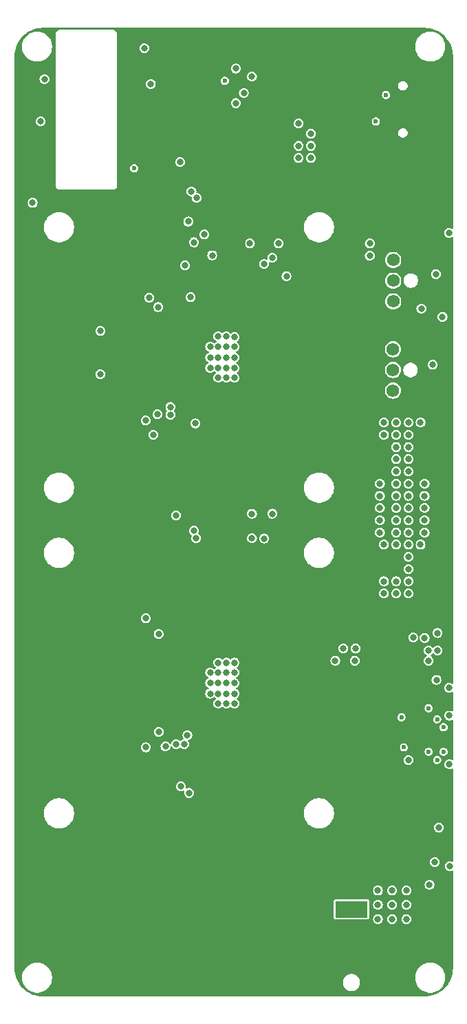
<source format=gbr>
%TF.GenerationSoftware,KiCad,Pcbnew,8.0.4*%
%TF.CreationDate,2024-11-04T18:40:42+01:00*%
%TF.ProjectId,BitForgeNano,42697446-6f72-4676-954e-616e6f2e6b69,rev?*%
%TF.SameCoordinates,Original*%
%TF.FileFunction,Copper,L2,Inr*%
%TF.FilePolarity,Positive*%
%FSLAX46Y46*%
G04 Gerber Fmt 4.6, Leading zero omitted, Abs format (unit mm)*
G04 Created by KiCad (PCBNEW 8.0.4) date 2024-11-04 18:40:42*
%MOMM*%
%LPD*%
G01*
G04 APERTURE LIST*
%TA.AperFunction,ComponentPad*%
%ADD10C,0.400000*%
%TD*%
%TA.AperFunction,ComponentPad*%
%ADD11O,2.100000X1.000000*%
%TD*%
%TA.AperFunction,ComponentPad*%
%ADD12O,1.800000X1.000000*%
%TD*%
%TA.AperFunction,ComponentPad*%
%ADD13R,4.000000X2.000000*%
%TD*%
%TA.AperFunction,ComponentPad*%
%ADD14O,2.000000X3.500000*%
%TD*%
%TA.AperFunction,ComponentPad*%
%ADD15O,3.300000X2.000000*%
%TD*%
%TA.AperFunction,ComponentPad*%
%ADD16C,1.574800*%
%TD*%
%TA.AperFunction,ViaPad*%
%ADD17C,0.800000*%
%TD*%
%TA.AperFunction,ViaPad*%
%ADD18C,0.600000*%
%TD*%
G04 APERTURE END LIST*
D10*
%TO.N,GND*%
%TO.C,U12*%
X94200000Y-126320000D03*
X92800000Y-126320000D03*
X91400000Y-126320000D03*
X95200000Y-127600000D03*
X94200000Y-127600000D03*
X92800000Y-127600000D03*
X91400000Y-127600000D03*
X90400000Y-127600000D03*
X94200000Y-128880000D03*
X92800000Y-128880000D03*
X91400000Y-128880000D03*
%TD*%
D11*
%TO.N,GND*%
%TO.C,J5*%
X92830000Y-60845000D03*
D12*
X97010000Y-60845000D03*
D11*
X92830000Y-52205000D03*
D12*
X97010000Y-52205000D03*
%TD*%
D13*
%TO.N,VIN*%
%TO.C,J1*%
X87000000Y-154800000D03*
D14*
%TO.N,GND*%
X82500000Y-161800000D03*
D15*
X87000000Y-160800000D03*
D14*
X91500000Y-161800000D03*
%TD*%
D16*
%TO.N,GND*%
%TO.C,J8*%
X92100000Y-83460000D03*
%TO.N,+5V*%
X92100000Y-86000000D03*
%TO.N,/Fan/FAN2_TACH*%
X92100000Y-88540000D03*
%TO.N,/Fan/FAN2_PWM*%
X92100000Y-91080000D03*
%TD*%
%TO.N,GND*%
%TO.C,J6*%
X92138851Y-72479400D03*
%TO.N,+5V*%
X92138851Y-75019400D03*
%TO.N,/Fan/FAN1_TACH*%
X92138851Y-77559400D03*
%TO.N,/Fan/FAN1_PWM*%
X92138851Y-80099400D03*
%TD*%
D17*
%TO.N,/Power/PGOOD*%
X79000000Y-77000000D03*
%TO.N,/Power/SMB_ALRT*%
X74500000Y-73000000D03*
X78000000Y-73000000D03*
%TO.N,GND*%
X99000000Y-145250000D03*
X99000000Y-143750000D03*
X99000000Y-142250000D03*
X99000000Y-140750000D03*
X99000000Y-139250000D03*
X87250000Y-146750000D03*
X87250000Y-145250000D03*
X87250000Y-143750000D03*
X87250000Y-142250000D03*
X87250000Y-140750000D03*
X87250000Y-139250000D03*
X87250000Y-137750000D03*
X87250000Y-136250000D03*
X87250000Y-134750000D03*
X87250000Y-133250000D03*
X87250000Y-131750000D03*
X89000000Y-102250000D03*
X89000000Y-107000000D03*
X89000000Y-100000000D03*
X89000000Y-104500000D03*
X89000000Y-98000000D03*
X89000000Y-96500000D03*
X87500000Y-96500000D03*
X87500000Y-98000000D03*
X87500000Y-99500000D03*
X87500000Y-101000000D03*
X87500000Y-102500000D03*
X87500000Y-104000000D03*
X87500000Y-105500000D03*
X87500000Y-107000000D03*
X87500000Y-108500000D03*
X99000000Y-67000000D03*
X94000000Y-67000000D03*
X84000000Y-57000000D03*
X89000000Y-52000000D03*
X79000000Y-52000000D03*
X84000000Y-52000000D03*
X79000000Y-47000000D03*
X89000000Y-47000000D03*
X84000000Y-47000000D03*
X84000000Y-77000000D03*
X94000000Y-162000000D03*
X84000000Y-137000000D03*
X79000000Y-162000000D03*
X79000000Y-157000000D03*
X79000000Y-152000000D03*
X59000000Y-162000000D03*
X64000000Y-162000000D03*
X74000000Y-162000000D03*
X69000000Y-162000000D03*
X54000000Y-162000000D03*
X59000000Y-157000000D03*
X49000000Y-157000000D03*
X64000000Y-157000000D03*
X74000000Y-157000000D03*
X69000000Y-157000000D03*
X54000000Y-157000000D03*
X59000000Y-152000000D03*
X49000000Y-152000000D03*
X64000000Y-152000000D03*
X74000000Y-152000000D03*
X69000000Y-152000000D03*
X54000000Y-152000000D03*
X49000000Y-147000000D03*
X54000000Y-147000000D03*
X69000000Y-142000000D03*
X74000000Y-137000000D03*
X74000000Y-142000000D03*
X74000000Y-147000000D03*
X69000000Y-147000000D03*
X64000000Y-147000000D03*
X59000000Y-147000000D03*
X59000000Y-142000000D03*
X64000000Y-117000000D03*
X64000000Y-112000000D03*
X64000000Y-107000000D03*
X64000000Y-97000000D03*
X64000000Y-102000000D03*
X59000000Y-102000000D03*
X59000000Y-112000000D03*
X49000000Y-82000000D03*
X49000000Y-87000000D03*
X49000000Y-92000000D03*
X59000000Y-72000000D03*
X54000000Y-77000000D03*
X59000000Y-77000000D03*
X49000000Y-77000000D03*
X54000000Y-97000000D03*
X59000000Y-97000000D03*
X49000000Y-97000000D03*
X54000000Y-137000000D03*
X59000000Y-137000000D03*
X49000000Y-137000000D03*
X54000000Y-132000000D03*
X59000000Y-132000000D03*
X49000000Y-132000000D03*
X54000000Y-127000000D03*
X59000000Y-127000000D03*
X49000000Y-127000000D03*
X54000000Y-122000000D03*
X59000000Y-122000000D03*
X49000000Y-122000000D03*
X54000000Y-117000000D03*
X59000000Y-117000000D03*
X49000000Y-117000000D03*
X59000000Y-107000000D03*
X54000000Y-107000000D03*
X49000000Y-107000000D03*
%TO.N,/SCL*%
X77250000Y-74750000D03*
%TO.N,/SDA*%
X89250000Y-74500000D03*
X76250000Y-75500000D03*
%TO.N,/SCL*%
X89250000Y-73000000D03*
%TO.N,/SDA*%
X76250000Y-109250000D03*
%TO.N,/SCL*%
X77250000Y-106200000D03*
X87500000Y-122750000D03*
X86000000Y-122750000D03*
%TO.N,/ESP32/INA_ALRT*%
X73750000Y-54500000D03*
%TO.N,/Power/SMB_ALRT*%
X94600000Y-121400000D03*
%TO.N,/ESP32/INA_ALRT*%
X96600000Y-151800000D03*
%TO.N,/SDA*%
X74750000Y-109212500D03*
%TO.N,/Power/SMB_ALRT*%
X72750000Y-55750000D03*
%TO.N,GND*%
X64500000Y-120300000D03*
X64600000Y-58700000D03*
X66000000Y-60100000D03*
X88500000Y-128000000D03*
X63100000Y-124500000D03*
X65100000Y-84400000D03*
X67100000Y-125700000D03*
X65100000Y-89500000D03*
X67100000Y-88300000D03*
X65100000Y-127000000D03*
X65100000Y-129500000D03*
X69306000Y-120300000D03*
X65100000Y-128300000D03*
X64100000Y-127000000D03*
X64100000Y-88300000D03*
X63100000Y-125700000D03*
X87250000Y-130250000D03*
X71400000Y-97987500D03*
X67100000Y-124500000D03*
X66100000Y-88300000D03*
X67400000Y-55900000D03*
X65100000Y-124500000D03*
X97916431Y-125529246D03*
X66100000Y-87000000D03*
X59400000Y-60500000D03*
X65100000Y-125700000D03*
X67100000Y-89500000D03*
X68100000Y-87000000D03*
X68800000Y-60100000D03*
X94800000Y-87325000D03*
X65100000Y-85700000D03*
X63500000Y-118305000D03*
X59000000Y-64200000D03*
X67100000Y-128300000D03*
X59000000Y-49100000D03*
X90000000Y-60000000D03*
X64600000Y-57300000D03*
X71500000Y-68600000D03*
X67100000Y-85700000D03*
X57400000Y-84620000D03*
X88500000Y-125000000D03*
X88500000Y-129250000D03*
X46000000Y-67750000D03*
X66100000Y-89500000D03*
X97900000Y-73400000D03*
X64600000Y-55900000D03*
X63100000Y-85700000D03*
X87250000Y-125750000D03*
X68100000Y-128300000D03*
X64100000Y-89500000D03*
X87250000Y-128750000D03*
X63500000Y-76000000D03*
X66000000Y-58700000D03*
X65400000Y-75700000D03*
X68800000Y-58700000D03*
X68250000Y-136850000D03*
X64600000Y-81800000D03*
X81000000Y-65750000D03*
X64100000Y-124500000D03*
X66100000Y-129500000D03*
X70500000Y-138100000D03*
X64500000Y-92100000D03*
X68945000Y-98080000D03*
X63100000Y-88300000D03*
X70300000Y-75750000D03*
X63100000Y-129500000D03*
X68100000Y-125700000D03*
X54800000Y-82300000D03*
X69500000Y-92800000D03*
X64600000Y-60100000D03*
X63100000Y-89500000D03*
X63100000Y-128300000D03*
X66100000Y-128300000D03*
X69206000Y-81800000D03*
X64100000Y-84400000D03*
X65100000Y-87000000D03*
X67400000Y-58700000D03*
X66000000Y-57300000D03*
X66100000Y-84400000D03*
X68800000Y-57300000D03*
X66100000Y-127000000D03*
X61200000Y-50900000D03*
X64100000Y-85700000D03*
X63100000Y-84400000D03*
X68100000Y-85700000D03*
X88500000Y-126500000D03*
X66100000Y-125700000D03*
X63100000Y-127000000D03*
X66000000Y-55900000D03*
X67400000Y-60100000D03*
X70500000Y-115855000D03*
X65375000Y-67300000D03*
X64100000Y-129500000D03*
X64100000Y-87000000D03*
X66400000Y-108300000D03*
X67100000Y-84400000D03*
X68100000Y-127000000D03*
X66100000Y-124500000D03*
X87250000Y-127250000D03*
X67400000Y-57300000D03*
X65100000Y-88300000D03*
X90000000Y-53200000D03*
X64100000Y-125700000D03*
X66100000Y-85700000D03*
X68100000Y-88300000D03*
X67100000Y-129500000D03*
X97100000Y-69900000D03*
X63100000Y-87000000D03*
X64100000Y-128300000D03*
%TO.N,VDD*%
X92500000Y-110000000D03*
X72600000Y-84500000D03*
X91000000Y-110000000D03*
X70600000Y-128300000D03*
X96000000Y-104000000D03*
X95500000Y-110000000D03*
X90500000Y-105500000D03*
X90500000Y-108500000D03*
X91000000Y-96500000D03*
X71600000Y-128300000D03*
X69600000Y-128300000D03*
X71600000Y-85680000D03*
X92500000Y-116000000D03*
X94000000Y-110000000D03*
X94000000Y-108500000D03*
X71600000Y-87000000D03*
X70600000Y-124500000D03*
X70600000Y-89500000D03*
X69600000Y-127000000D03*
X90500000Y-107000000D03*
X94000000Y-104000000D03*
X69600000Y-85680000D03*
X96000000Y-102500000D03*
X72600000Y-128300000D03*
X72600000Y-87000000D03*
X94000000Y-99500000D03*
X70600000Y-88300000D03*
X94000000Y-113000000D03*
X92500000Y-108500000D03*
X70600000Y-84400000D03*
X92500000Y-102500000D03*
X70600000Y-85680000D03*
X92500000Y-95000000D03*
X72600000Y-88300000D03*
X72600000Y-85700000D03*
X94000000Y-96500000D03*
X92500000Y-104000000D03*
X96000000Y-107000000D03*
X71600000Y-124500000D03*
X92500000Y-105500000D03*
X92500000Y-114500000D03*
X94000000Y-116000000D03*
X70600000Y-127000000D03*
X72600000Y-89500000D03*
X91000000Y-114500000D03*
X92500000Y-99500000D03*
X91000000Y-95000000D03*
X71600000Y-89500000D03*
X91000000Y-116000000D03*
X94000000Y-95000000D03*
X94000000Y-105500000D03*
X94000000Y-107000000D03*
X72600000Y-129500000D03*
X94000000Y-111500000D03*
X69600000Y-88300000D03*
X70600000Y-129500000D03*
X94000000Y-98000000D03*
X71600000Y-127000000D03*
X72600000Y-125700000D03*
X92500000Y-107000000D03*
X90500000Y-102500000D03*
X92500000Y-101000000D03*
X94000000Y-101000000D03*
X72600000Y-124500000D03*
X71600000Y-125700000D03*
X69600000Y-125700000D03*
X69600000Y-87000000D03*
X96000000Y-105500000D03*
X71600000Y-129500000D03*
X94000000Y-114500000D03*
X92500000Y-98000000D03*
X70600000Y-87000000D03*
X94000000Y-102500000D03*
X96000000Y-108500000D03*
X92500000Y-96500000D03*
X72600000Y-127000000D03*
X99000000Y-127600000D03*
X71600000Y-84400000D03*
X90500000Y-104000000D03*
X95500000Y-95000000D03*
X71600000Y-88300000D03*
X70600000Y-125700000D03*
%TO.N,/Domain/0V8*%
X63280000Y-133000000D03*
X62600000Y-96487500D03*
X63260000Y-120955000D03*
X63100000Y-93987500D03*
X63200000Y-80800000D03*
D18*
%TO.N,Net-(J5-CC1)*%
X90000000Y-58000000D03*
%TO.N,Net-(J5-CC2)*%
X91250000Y-54750000D03*
D17*
%TO.N,/ESP32/IO0*%
X49200000Y-52800000D03*
X62300000Y-53400000D03*
%TO.N,/Domain/1V2*%
X61700000Y-134900000D03*
X62100000Y-79650000D03*
X61670000Y-94737500D03*
X67797488Y-95102512D03*
X61700000Y-119055000D03*
%TO.N,/Power/AGND*%
X99050000Y-137000000D03*
X97457193Y-126607193D03*
X94000000Y-136450000D03*
%TO.N,Net-(U3-RI)*%
X66000000Y-139700000D03*
%TO.N,Net-(U12-BP1V5)*%
X97600000Y-123000000D03*
X99050000Y-131000000D03*
D18*
%TO.N,Net-(U12-EN{slash}UVLO)*%
X93150000Y-131200000D03*
X93450000Y-134900000D03*
D17*
%TO.N,/Domain/I_RO*%
X66500000Y-75700000D03*
%TO.N,/Domain/CLKI*%
X67198000Y-79600000D03*
%TO.N,/TX*%
X67300000Y-66600000D03*
%TO.N,/RX*%
X67917500Y-67400000D03*
%TO.N,/RST*%
X65900000Y-63000000D03*
%TO.N,/Domain/I_CI*%
X67600000Y-72850000D03*
%TO.N,/Domain/I_NRSTI*%
X68900000Y-71900000D03*
D18*
%TO.N,Net-(U12-MSEL1)*%
X96500000Y-135450000D03*
X96500000Y-130100000D03*
D17*
%TO.N,GND*%
X57400000Y-89850000D03*
X54750000Y-87550000D03*
%TO.N,/ESP32/VDD_SAMPLE_0*%
X61500000Y-49000000D03*
%TO.N,/Fan/FAN1_TACH*%
X98200000Y-82000000D03*
%TO.N,/Fan/FAN1_PWM*%
X95600000Y-81000000D03*
D18*
%TO.N,Net-(U12-ADRSEL)*%
X97540000Y-136450000D03*
X97540000Y-131450000D03*
%TO.N,Net-(U12-VSEL)*%
X98330000Y-132432407D03*
X98330000Y-135450000D03*
D17*
%TO.N,/SCL*%
X74750000Y-106200000D03*
X96500000Y-123000000D03*
X65400000Y-106400000D03*
X97750000Y-144750000D03*
X72750000Y-51500000D03*
%TO.N,/SDA*%
X85000000Y-124250000D03*
X67875000Y-109212500D03*
X74750000Y-52500000D03*
X96500000Y-124250000D03*
X97250000Y-149000000D03*
X87400000Y-124250000D03*
%TO.N,GND*%
X80439800Y-55800000D03*
%TO.N,VIN*%
X93750000Y-152500000D03*
X93750000Y-154250000D03*
X90250000Y-152500000D03*
X92000000Y-152500000D03*
X92000000Y-154250000D03*
X90250000Y-156000000D03*
X90250000Y-154250000D03*
X92000000Y-156000000D03*
X93750000Y-156000000D03*
%TO.N,Net-(U3-CO)*%
X67000000Y-140500000D03*
%TO.N,Net-(U3-CLKO)*%
X66800000Y-133400000D03*
%TO.N,Net-(U3-BO)*%
X66400000Y-134500000D03*
%TO.N,Net-(U3-TEMP_N)*%
X65400000Y-134500000D03*
%TO.N,3V3*%
X67600000Y-108300000D03*
X66900000Y-70300000D03*
D18*
X71400000Y-53000000D03*
D17*
X82000000Y-62500000D03*
X48750000Y-58000000D03*
X97000000Y-87900000D03*
X97400000Y-76750000D03*
D18*
X60250000Y-63750000D03*
D17*
X99100000Y-149500000D03*
X80500000Y-61000000D03*
X47750000Y-68000000D03*
X96000000Y-121450000D03*
X69850000Y-74450000D03*
X82000000Y-59500000D03*
X80500000Y-62500000D03*
X82000000Y-61000000D03*
X99000000Y-71700000D03*
%TO.N,Net-(U3-TEMP_P)*%
X64100000Y-134800000D03*
%TO.N,+5V*%
X80500000Y-58250000D03*
X56075000Y-83750000D03*
X56075000Y-89050000D03*
%TO.N,/Power/PGOOD*%
X97600000Y-120850000D03*
%TO.N,Net-(U9-TEMP_N)*%
X64700000Y-94037500D03*
%TO.N,Net-(U9-TEMP_P)*%
X64700000Y-93087497D03*
%TD*%
%TA.AperFunction,Conductor*%
%TO.N,GND*%
G36*
X95914419Y-46500519D02*
G01*
X95914423Y-46500521D01*
X95934111Y-46500521D01*
X95997567Y-46500521D01*
X96002424Y-46500640D01*
X96031046Y-46502046D01*
X96338175Y-46517134D01*
X96347817Y-46518084D01*
X96677915Y-46567050D01*
X96687421Y-46568940D01*
X97011143Y-46650029D01*
X97020414Y-46652842D01*
X97334623Y-46765267D01*
X97343592Y-46768982D01*
X97645259Y-46911662D01*
X97653819Y-46916238D01*
X97940007Y-47087773D01*
X97940044Y-47087795D01*
X97948122Y-47093193D01*
X98216144Y-47291973D01*
X98223654Y-47298136D01*
X98470914Y-47522240D01*
X98477764Y-47529089D01*
X98701880Y-47776365D01*
X98708034Y-47783864D01*
X98906822Y-48051901D01*
X98912219Y-48059979D01*
X99041766Y-48276117D01*
X99083769Y-48346194D01*
X99088346Y-48354757D01*
X99145435Y-48475462D01*
X99231023Y-48656423D01*
X99234741Y-48665399D01*
X99347159Y-48979592D01*
X99349979Y-48988889D01*
X99431057Y-49312578D01*
X99432953Y-49322107D01*
X99481916Y-49652199D01*
X99482868Y-49661868D01*
X99489826Y-49803504D01*
X99499381Y-49998033D01*
X99499500Y-50002869D01*
X99499500Y-71125613D01*
X99480593Y-71183804D01*
X99431093Y-71219768D01*
X99369907Y-71219768D01*
X99340234Y-71204156D01*
X99302838Y-71175462D01*
X99156766Y-71114957D01*
X99156758Y-71114955D01*
X99000001Y-71094318D01*
X98999999Y-71094318D01*
X98843241Y-71114955D01*
X98843233Y-71114957D01*
X98697161Y-71175462D01*
X98697160Y-71175462D01*
X98571723Y-71271713D01*
X98571713Y-71271723D01*
X98475462Y-71397160D01*
X98475462Y-71397161D01*
X98414957Y-71543233D01*
X98414955Y-71543241D01*
X98394318Y-71699999D01*
X98394318Y-71700000D01*
X98414955Y-71856758D01*
X98414957Y-71856766D01*
X98475462Y-72002838D01*
X98475462Y-72002839D01*
X98516842Y-72056766D01*
X98571718Y-72128282D01*
X98697159Y-72224536D01*
X98843238Y-72285044D01*
X98960809Y-72300522D01*
X98999999Y-72305682D01*
X99000000Y-72305682D01*
X99000001Y-72305682D01*
X99031352Y-72301554D01*
X99156762Y-72285044D01*
X99302841Y-72224536D01*
X99340233Y-72195843D01*
X99397909Y-72175420D01*
X99456574Y-72192798D01*
X99493822Y-72241339D01*
X99499500Y-72274386D01*
X99499500Y-127025613D01*
X99480593Y-127083804D01*
X99431093Y-127119768D01*
X99369907Y-127119768D01*
X99340234Y-127104156D01*
X99302838Y-127075462D01*
X99156766Y-127014957D01*
X99156758Y-127014955D01*
X99000001Y-126994318D01*
X98999999Y-126994318D01*
X98843241Y-127014955D01*
X98843233Y-127014957D01*
X98697161Y-127075462D01*
X98697160Y-127075462D01*
X98571723Y-127171713D01*
X98571713Y-127171723D01*
X98475462Y-127297160D01*
X98475462Y-127297161D01*
X98414957Y-127443233D01*
X98414955Y-127443241D01*
X98394318Y-127599999D01*
X98394318Y-127600000D01*
X98414955Y-127756758D01*
X98414957Y-127756766D01*
X98475462Y-127902838D01*
X98475462Y-127902839D01*
X98547837Y-127997160D01*
X98571718Y-128028282D01*
X98697159Y-128124536D01*
X98697160Y-128124536D01*
X98697161Y-128124537D01*
X98817507Y-128174386D01*
X98843238Y-128185044D01*
X98960809Y-128200522D01*
X98999999Y-128205682D01*
X99000000Y-128205682D01*
X99000001Y-128205682D01*
X99031352Y-128201554D01*
X99156762Y-128185044D01*
X99302841Y-128124536D01*
X99340233Y-128095843D01*
X99397909Y-128075420D01*
X99456574Y-128092798D01*
X99493822Y-128141339D01*
X99499500Y-128174386D01*
X99499500Y-130388664D01*
X99480593Y-130446855D01*
X99431093Y-130482819D01*
X99369907Y-130482819D01*
X99358856Y-130477899D01*
X99358837Y-130477947D01*
X99206766Y-130414957D01*
X99206758Y-130414955D01*
X99050001Y-130394318D01*
X99049999Y-130394318D01*
X98893241Y-130414955D01*
X98893233Y-130414957D01*
X98747161Y-130475462D01*
X98747160Y-130475462D01*
X98621723Y-130571713D01*
X98621713Y-130571723D01*
X98525462Y-130697160D01*
X98525462Y-130697161D01*
X98464957Y-130843233D01*
X98464955Y-130843241D01*
X98444318Y-130999999D01*
X98444318Y-131000000D01*
X98464955Y-131156758D01*
X98464957Y-131156766D01*
X98525462Y-131302838D01*
X98525462Y-131302839D01*
X98555862Y-131342457D01*
X98621718Y-131428282D01*
X98747159Y-131524536D01*
X98893238Y-131585044D01*
X99010809Y-131600522D01*
X99049999Y-131605682D01*
X99050000Y-131605682D01*
X99050001Y-131605682D01*
X99081352Y-131601554D01*
X99206762Y-131585044D01*
X99260470Y-131562797D01*
X99358837Y-131522053D01*
X99359553Y-131523783D01*
X99410833Y-131512876D01*
X99466733Y-131537754D01*
X99497333Y-131590737D01*
X99499500Y-131611335D01*
X99499500Y-136388664D01*
X99480593Y-136446855D01*
X99431093Y-136482819D01*
X99369907Y-136482819D01*
X99358856Y-136477899D01*
X99358837Y-136477947D01*
X99206766Y-136414957D01*
X99206758Y-136414955D01*
X99050001Y-136394318D01*
X99049999Y-136394318D01*
X98893241Y-136414955D01*
X98893233Y-136414957D01*
X98747161Y-136475462D01*
X98747160Y-136475462D01*
X98621723Y-136571713D01*
X98621713Y-136571723D01*
X98525462Y-136697160D01*
X98525462Y-136697161D01*
X98464957Y-136843233D01*
X98464955Y-136843241D01*
X98444318Y-136999999D01*
X98444318Y-137000000D01*
X98464955Y-137156758D01*
X98464957Y-137156766D01*
X98525462Y-137302838D01*
X98525462Y-137302839D01*
X98525464Y-137302841D01*
X98621718Y-137428282D01*
X98747159Y-137524536D01*
X98893238Y-137585044D01*
X99010809Y-137600522D01*
X99049999Y-137605682D01*
X99050000Y-137605682D01*
X99050001Y-137605682D01*
X99081352Y-137601554D01*
X99206762Y-137585044D01*
X99260470Y-137562797D01*
X99358837Y-137522053D01*
X99359553Y-137523783D01*
X99410833Y-137512876D01*
X99466733Y-137537754D01*
X99497333Y-137590737D01*
X99499500Y-137611335D01*
X99499500Y-148867337D01*
X99480593Y-148925528D01*
X99431093Y-148961492D01*
X99369907Y-148961492D01*
X99362615Y-148958801D01*
X99256767Y-148914957D01*
X99256758Y-148914955D01*
X99100001Y-148894318D01*
X99099999Y-148894318D01*
X98943241Y-148914955D01*
X98943233Y-148914957D01*
X98797161Y-148975462D01*
X98797160Y-148975462D01*
X98671723Y-149071713D01*
X98671713Y-149071723D01*
X98575462Y-149197160D01*
X98575462Y-149197161D01*
X98514957Y-149343233D01*
X98514955Y-149343241D01*
X98494318Y-149499999D01*
X98494318Y-149500000D01*
X98514955Y-149656758D01*
X98514957Y-149656766D01*
X98575462Y-149802838D01*
X98575462Y-149802839D01*
X98575464Y-149802841D01*
X98671718Y-149928282D01*
X98797159Y-150024536D01*
X98797160Y-150024536D01*
X98797161Y-150024537D01*
X98902974Y-150068366D01*
X98943238Y-150085044D01*
X99060809Y-150100522D01*
X99099999Y-150105682D01*
X99100000Y-150105682D01*
X99100001Y-150105682D01*
X99131352Y-150101554D01*
X99256762Y-150085044D01*
X99362615Y-150041197D01*
X99423611Y-150036397D01*
X99475780Y-150068366D01*
X99499195Y-150124894D01*
X99499500Y-150132662D01*
X99499500Y-161997554D01*
X99499381Y-162002413D01*
X99482882Y-162338150D01*
X99481929Y-162347818D01*
X99432963Y-162677894D01*
X99431068Y-162687423D01*
X99349983Y-163011119D01*
X99347163Y-163020416D01*
X99234740Y-163334608D01*
X99231022Y-163343584D01*
X99088345Y-163645244D01*
X99083765Y-163653812D01*
X98912209Y-163940033D01*
X98906811Y-163948111D01*
X98708026Y-164216139D01*
X98701863Y-164223648D01*
X98477769Y-164470899D01*
X98470899Y-164477769D01*
X98223648Y-164701863D01*
X98216139Y-164708026D01*
X97948111Y-164906811D01*
X97940033Y-164912209D01*
X97653812Y-165083765D01*
X97645244Y-165088345D01*
X97343584Y-165231022D01*
X97334608Y-165234740D01*
X97020416Y-165347163D01*
X97011119Y-165349983D01*
X96687423Y-165431068D01*
X96677894Y-165432963D01*
X96347818Y-165481929D01*
X96338150Y-165482882D01*
X96002412Y-165499381D01*
X95997555Y-165499500D01*
X95934100Y-165499501D01*
X95934098Y-165499501D01*
X49072449Y-165499529D01*
X49071981Y-165499500D01*
X49065892Y-165499500D01*
X49002436Y-165499500D01*
X48997578Y-165499381D01*
X48661838Y-165482887D01*
X48652170Y-165481934D01*
X48322096Y-165432972D01*
X48312567Y-165431077D01*
X47988868Y-165349995D01*
X47979571Y-165347175D01*
X47979537Y-165347163D01*
X47907144Y-165321260D01*
X47665378Y-165234754D01*
X47656402Y-165231036D01*
X47354741Y-165088361D01*
X47346173Y-165083781D01*
X47059950Y-164912226D01*
X47051872Y-164906828D01*
X46783849Y-164708048D01*
X46776339Y-164701885D01*
X46529083Y-164477786D01*
X46522218Y-164470921D01*
X46298114Y-164223660D01*
X46291951Y-164216150D01*
X46093171Y-163948127D01*
X46087773Y-163940049D01*
X46087763Y-163940033D01*
X45916216Y-163653823D01*
X45911638Y-163645258D01*
X45911631Y-163645244D01*
X45768961Y-163343594D01*
X45765245Y-163334621D01*
X45673682Y-163078721D01*
X46449500Y-163078721D01*
X46449500Y-163321300D01*
X46481161Y-163561792D01*
X46481161Y-163561797D01*
X46517264Y-163696532D01*
X46524597Y-163723902D01*
X46543944Y-163796103D01*
X46543948Y-163796116D01*
X46636772Y-164020215D01*
X46636774Y-164020219D01*
X46636776Y-164020223D01*
X46758064Y-164230300D01*
X46758066Y-164230303D01*
X46905729Y-164422742D01*
X46905731Y-164422744D01*
X46905735Y-164422749D01*
X47077262Y-164594276D01*
X47077266Y-164594279D01*
X47077268Y-164594281D01*
X47221756Y-164705150D01*
X47269711Y-164741947D01*
X47479788Y-164863235D01*
X47703900Y-164956065D01*
X47938211Y-165018849D01*
X48178712Y-165050511D01*
X48178713Y-165050511D01*
X48421287Y-165050511D01*
X48421288Y-165050511D01*
X48661789Y-165018849D01*
X48896100Y-164956065D01*
X49120212Y-164863235D01*
X49330289Y-164741947D01*
X49522738Y-164594276D01*
X49694265Y-164422749D01*
X49841936Y-164230300D01*
X49963224Y-164020223D01*
X50056054Y-163796111D01*
X50082736Y-163696532D01*
X85949500Y-163696532D01*
X85949500Y-163903467D01*
X85989869Y-164106418D01*
X86069058Y-164297597D01*
X86184020Y-164469651D01*
X86184023Y-164469655D01*
X86330345Y-164615977D01*
X86502402Y-164730941D01*
X86693580Y-164810130D01*
X86896535Y-164850500D01*
X86896536Y-164850500D01*
X87103464Y-164850500D01*
X87103465Y-164850500D01*
X87306420Y-164810130D01*
X87497598Y-164730941D01*
X87669655Y-164615977D01*
X87815977Y-164469655D01*
X87930941Y-164297598D01*
X88010130Y-164106420D01*
X88050500Y-163903465D01*
X88050500Y-163696535D01*
X88010130Y-163493580D01*
X87930941Y-163302402D01*
X87815977Y-163130345D01*
X87764353Y-163078721D01*
X94849500Y-163078721D01*
X94849500Y-163321300D01*
X94881161Y-163561792D01*
X94881161Y-163561797D01*
X94917264Y-163696532D01*
X94924597Y-163723902D01*
X94943944Y-163796103D01*
X94943948Y-163796116D01*
X95036772Y-164020215D01*
X95036774Y-164020219D01*
X95036776Y-164020223D01*
X95158064Y-164230300D01*
X95158066Y-164230303D01*
X95305729Y-164422742D01*
X95305731Y-164422744D01*
X95305735Y-164422749D01*
X95477262Y-164594276D01*
X95477266Y-164594279D01*
X95477268Y-164594281D01*
X95621756Y-164705150D01*
X95669711Y-164741947D01*
X95879788Y-164863235D01*
X96103900Y-164956065D01*
X96338211Y-165018849D01*
X96578712Y-165050511D01*
X96578713Y-165050511D01*
X96821287Y-165050511D01*
X96821288Y-165050511D01*
X97061789Y-165018849D01*
X97296100Y-164956065D01*
X97520212Y-164863235D01*
X97730289Y-164741947D01*
X97922738Y-164594276D01*
X98094265Y-164422749D01*
X98241936Y-164230300D01*
X98363224Y-164020223D01*
X98456054Y-163796111D01*
X98518838Y-163561800D01*
X98550500Y-163321299D01*
X98550500Y-163078723D01*
X98518838Y-162838222D01*
X98456054Y-162603911D01*
X98363224Y-162379799D01*
X98241936Y-162169722D01*
X98162265Y-162065892D01*
X98094270Y-161977279D01*
X98094268Y-161977277D01*
X98094265Y-161977273D01*
X97922738Y-161805746D01*
X97922733Y-161805742D01*
X97922731Y-161805740D01*
X97730292Y-161658077D01*
X97730289Y-161658075D01*
X97520212Y-161536787D01*
X97520208Y-161536785D01*
X97520204Y-161536783D01*
X97296105Y-161443959D01*
X97296104Y-161443958D01*
X97296100Y-161443957D01*
X97061789Y-161381173D01*
X97061786Y-161381172D01*
X97061784Y-161381172D01*
X96821289Y-161349511D01*
X96821288Y-161349511D01*
X96578712Y-161349511D01*
X96578710Y-161349511D01*
X96338218Y-161381172D01*
X96338213Y-161381172D01*
X96103907Y-161443955D01*
X96103894Y-161443959D01*
X95879795Y-161536783D01*
X95669707Y-161658077D01*
X95477268Y-161805740D01*
X95305729Y-161977279D01*
X95158066Y-162169718D01*
X95036772Y-162379806D01*
X94943948Y-162603905D01*
X94943944Y-162603918D01*
X94881161Y-162838224D01*
X94881161Y-162838229D01*
X94849500Y-163078721D01*
X87764353Y-163078721D01*
X87669655Y-162984023D01*
X87669651Y-162984020D01*
X87497597Y-162869058D01*
X87306418Y-162789869D01*
X87103467Y-162749500D01*
X87103465Y-162749500D01*
X86896535Y-162749500D01*
X86896532Y-162749500D01*
X86693581Y-162789869D01*
X86502402Y-162869058D01*
X86330348Y-162984020D01*
X86184020Y-163130348D01*
X86069058Y-163302402D01*
X85989869Y-163493581D01*
X85949500Y-163696532D01*
X50082736Y-163696532D01*
X50118838Y-163561800D01*
X50150500Y-163321299D01*
X50150500Y-163078723D01*
X50118838Y-162838222D01*
X50056054Y-162603911D01*
X49963224Y-162379799D01*
X49841936Y-162169722D01*
X49762265Y-162065892D01*
X49694270Y-161977279D01*
X49694268Y-161977277D01*
X49694265Y-161977273D01*
X49522738Y-161805746D01*
X49522733Y-161805742D01*
X49522731Y-161805740D01*
X49330292Y-161658077D01*
X49330289Y-161658075D01*
X49120212Y-161536787D01*
X49120208Y-161536785D01*
X49120204Y-161536783D01*
X48896105Y-161443959D01*
X48896104Y-161443958D01*
X48896100Y-161443957D01*
X48661789Y-161381173D01*
X48661786Y-161381172D01*
X48661784Y-161381172D01*
X48421289Y-161349511D01*
X48421288Y-161349511D01*
X48178712Y-161349511D01*
X48178710Y-161349511D01*
X47938218Y-161381172D01*
X47938213Y-161381172D01*
X47703907Y-161443955D01*
X47703894Y-161443959D01*
X47479795Y-161536783D01*
X47269707Y-161658077D01*
X47077268Y-161805740D01*
X46905729Y-161977279D01*
X46758066Y-162169718D01*
X46636772Y-162379806D01*
X46543948Y-162603905D01*
X46543944Y-162603918D01*
X46481161Y-162838224D01*
X46481161Y-162838229D01*
X46449500Y-163078721D01*
X45673682Y-163078721D01*
X45652820Y-163020415D01*
X45650008Y-163011144D01*
X45568919Y-162687421D01*
X45567029Y-162677915D01*
X45518063Y-162347815D01*
X45517113Y-162338175D01*
X45500626Y-162002584D01*
X45500508Y-161997807D01*
X45500508Y-153780253D01*
X84799500Y-153780253D01*
X84799500Y-155819746D01*
X84799501Y-155819758D01*
X84811132Y-155878227D01*
X84811133Y-155878231D01*
X84855448Y-155944552D01*
X84921769Y-155988867D01*
X84966231Y-155997711D01*
X84980241Y-156000498D01*
X84980246Y-156000498D01*
X84980252Y-156000500D01*
X84980253Y-156000500D01*
X89019747Y-156000500D01*
X89019748Y-156000500D01*
X89022267Y-155999999D01*
X89644318Y-155999999D01*
X89644318Y-156000000D01*
X89664955Y-156156758D01*
X89664957Y-156156766D01*
X89725462Y-156302838D01*
X89725462Y-156302839D01*
X89725464Y-156302841D01*
X89821718Y-156428282D01*
X89947159Y-156524536D01*
X90093238Y-156585044D01*
X90210809Y-156600522D01*
X90249999Y-156605682D01*
X90250000Y-156605682D01*
X90250001Y-156605682D01*
X90281352Y-156601554D01*
X90406762Y-156585044D01*
X90552841Y-156524536D01*
X90678282Y-156428282D01*
X90774536Y-156302841D01*
X90835044Y-156156762D01*
X90855682Y-156000000D01*
X90855682Y-155999999D01*
X91394318Y-155999999D01*
X91394318Y-156000000D01*
X91414955Y-156156758D01*
X91414957Y-156156766D01*
X91475462Y-156302838D01*
X91475462Y-156302839D01*
X91475464Y-156302841D01*
X91571718Y-156428282D01*
X91697159Y-156524536D01*
X91843238Y-156585044D01*
X91960809Y-156600522D01*
X91999999Y-156605682D01*
X92000000Y-156605682D01*
X92000001Y-156605682D01*
X92031352Y-156601554D01*
X92156762Y-156585044D01*
X92302841Y-156524536D01*
X92428282Y-156428282D01*
X92524536Y-156302841D01*
X92585044Y-156156762D01*
X92605682Y-156000000D01*
X92605682Y-155999999D01*
X93144318Y-155999999D01*
X93144318Y-156000000D01*
X93164955Y-156156758D01*
X93164957Y-156156766D01*
X93225462Y-156302838D01*
X93225462Y-156302839D01*
X93225464Y-156302841D01*
X93321718Y-156428282D01*
X93447159Y-156524536D01*
X93593238Y-156585044D01*
X93710809Y-156600522D01*
X93749999Y-156605682D01*
X93750000Y-156605682D01*
X93750001Y-156605682D01*
X93781352Y-156601554D01*
X93906762Y-156585044D01*
X94052841Y-156524536D01*
X94178282Y-156428282D01*
X94274536Y-156302841D01*
X94335044Y-156156762D01*
X94355682Y-156000000D01*
X94335044Y-155843238D01*
X94274537Y-155697161D01*
X94274537Y-155697160D01*
X94178286Y-155571723D01*
X94178285Y-155571722D01*
X94178282Y-155571718D01*
X94178277Y-155571714D01*
X94178276Y-155571713D01*
X94052838Y-155475462D01*
X93906766Y-155414957D01*
X93906758Y-155414955D01*
X93750001Y-155394318D01*
X93749999Y-155394318D01*
X93593241Y-155414955D01*
X93593233Y-155414957D01*
X93447161Y-155475462D01*
X93447160Y-155475462D01*
X93321723Y-155571713D01*
X93321713Y-155571723D01*
X93225462Y-155697160D01*
X93225462Y-155697161D01*
X93164957Y-155843233D01*
X93164955Y-155843241D01*
X93144318Y-155999999D01*
X92605682Y-155999999D01*
X92585044Y-155843238D01*
X92524537Y-155697161D01*
X92524537Y-155697160D01*
X92428286Y-155571723D01*
X92428285Y-155571722D01*
X92428282Y-155571718D01*
X92428277Y-155571714D01*
X92428276Y-155571713D01*
X92302838Y-155475462D01*
X92156766Y-155414957D01*
X92156758Y-155414955D01*
X92000001Y-155394318D01*
X91999999Y-155394318D01*
X91843241Y-155414955D01*
X91843233Y-155414957D01*
X91697161Y-155475462D01*
X91697160Y-155475462D01*
X91571723Y-155571713D01*
X91571713Y-155571723D01*
X91475462Y-155697160D01*
X91475462Y-155697161D01*
X91414957Y-155843233D01*
X91414955Y-155843241D01*
X91394318Y-155999999D01*
X90855682Y-155999999D01*
X90835044Y-155843238D01*
X90774537Y-155697161D01*
X90774537Y-155697160D01*
X90678286Y-155571723D01*
X90678285Y-155571722D01*
X90678282Y-155571718D01*
X90678277Y-155571714D01*
X90678276Y-155571713D01*
X90552838Y-155475462D01*
X90406766Y-155414957D01*
X90406758Y-155414955D01*
X90250001Y-155394318D01*
X90249999Y-155394318D01*
X90093241Y-155414955D01*
X90093233Y-155414957D01*
X89947161Y-155475462D01*
X89947160Y-155475462D01*
X89821723Y-155571713D01*
X89821713Y-155571723D01*
X89725462Y-155697160D01*
X89725462Y-155697161D01*
X89664957Y-155843233D01*
X89664955Y-155843241D01*
X89644318Y-155999999D01*
X89022267Y-155999999D01*
X89078231Y-155988867D01*
X89144552Y-155944552D01*
X89188867Y-155878231D01*
X89200500Y-155819748D01*
X89200500Y-154249999D01*
X89644318Y-154249999D01*
X89644318Y-154250000D01*
X89664955Y-154406758D01*
X89664957Y-154406766D01*
X89725462Y-154552838D01*
X89725462Y-154552839D01*
X89725464Y-154552841D01*
X89821718Y-154678282D01*
X89947159Y-154774536D01*
X90093238Y-154835044D01*
X90210809Y-154850522D01*
X90249999Y-154855682D01*
X90250000Y-154855682D01*
X90250001Y-154855682D01*
X90281352Y-154851554D01*
X90406762Y-154835044D01*
X90552841Y-154774536D01*
X90678282Y-154678282D01*
X90774536Y-154552841D01*
X90835044Y-154406762D01*
X90855682Y-154250000D01*
X90855682Y-154249999D01*
X91394318Y-154249999D01*
X91394318Y-154250000D01*
X91414955Y-154406758D01*
X91414957Y-154406766D01*
X91475462Y-154552838D01*
X91475462Y-154552839D01*
X91475464Y-154552841D01*
X91571718Y-154678282D01*
X91697159Y-154774536D01*
X91843238Y-154835044D01*
X91960809Y-154850522D01*
X91999999Y-154855682D01*
X92000000Y-154855682D01*
X92000001Y-154855682D01*
X92031352Y-154851554D01*
X92156762Y-154835044D01*
X92302841Y-154774536D01*
X92428282Y-154678282D01*
X92524536Y-154552841D01*
X92585044Y-154406762D01*
X92605682Y-154250000D01*
X92605682Y-154249999D01*
X93144318Y-154249999D01*
X93144318Y-154250000D01*
X93164955Y-154406758D01*
X93164957Y-154406766D01*
X93225462Y-154552838D01*
X93225462Y-154552839D01*
X93225464Y-154552841D01*
X93321718Y-154678282D01*
X93447159Y-154774536D01*
X93593238Y-154835044D01*
X93710809Y-154850522D01*
X93749999Y-154855682D01*
X93750000Y-154855682D01*
X93750001Y-154855682D01*
X93781352Y-154851554D01*
X93906762Y-154835044D01*
X94052841Y-154774536D01*
X94178282Y-154678282D01*
X94274536Y-154552841D01*
X94335044Y-154406762D01*
X94355682Y-154250000D01*
X94335044Y-154093238D01*
X94274537Y-153947161D01*
X94274537Y-153947160D01*
X94178286Y-153821723D01*
X94178285Y-153821722D01*
X94178282Y-153821718D01*
X94178277Y-153821714D01*
X94178276Y-153821713D01*
X94052838Y-153725462D01*
X93906766Y-153664957D01*
X93906758Y-153664955D01*
X93750001Y-153644318D01*
X93749999Y-153644318D01*
X93593241Y-153664955D01*
X93593233Y-153664957D01*
X93447161Y-153725462D01*
X93447160Y-153725462D01*
X93321723Y-153821713D01*
X93321713Y-153821723D01*
X93225462Y-153947160D01*
X93225462Y-153947161D01*
X93164957Y-154093233D01*
X93164955Y-154093241D01*
X93144318Y-154249999D01*
X92605682Y-154249999D01*
X92585044Y-154093238D01*
X92524537Y-153947161D01*
X92524537Y-153947160D01*
X92428286Y-153821723D01*
X92428285Y-153821722D01*
X92428282Y-153821718D01*
X92428277Y-153821714D01*
X92428276Y-153821713D01*
X92302838Y-153725462D01*
X92156766Y-153664957D01*
X92156758Y-153664955D01*
X92000001Y-153644318D01*
X91999999Y-153644318D01*
X91843241Y-153664955D01*
X91843233Y-153664957D01*
X91697161Y-153725462D01*
X91697160Y-153725462D01*
X91571723Y-153821713D01*
X91571713Y-153821723D01*
X91475462Y-153947160D01*
X91475462Y-153947161D01*
X91414957Y-154093233D01*
X91414955Y-154093241D01*
X91394318Y-154249999D01*
X90855682Y-154249999D01*
X90835044Y-154093238D01*
X90774537Y-153947161D01*
X90774537Y-153947160D01*
X90678286Y-153821723D01*
X90678285Y-153821722D01*
X90678282Y-153821718D01*
X90678277Y-153821714D01*
X90678276Y-153821713D01*
X90552838Y-153725462D01*
X90406766Y-153664957D01*
X90406758Y-153664955D01*
X90250001Y-153644318D01*
X90249999Y-153644318D01*
X90093241Y-153664955D01*
X90093233Y-153664957D01*
X89947161Y-153725462D01*
X89947160Y-153725462D01*
X89821723Y-153821713D01*
X89821713Y-153821723D01*
X89725462Y-153947160D01*
X89725462Y-153947161D01*
X89664957Y-154093233D01*
X89664955Y-154093241D01*
X89644318Y-154249999D01*
X89200500Y-154249999D01*
X89200500Y-153780252D01*
X89188867Y-153721769D01*
X89144552Y-153655448D01*
X89144548Y-153655445D01*
X89078233Y-153611134D01*
X89078231Y-153611133D01*
X89078228Y-153611132D01*
X89078227Y-153611132D01*
X89019758Y-153599501D01*
X89019748Y-153599500D01*
X84980252Y-153599500D01*
X84980251Y-153599500D01*
X84980241Y-153599501D01*
X84921772Y-153611132D01*
X84921766Y-153611134D01*
X84855451Y-153655445D01*
X84855445Y-153655451D01*
X84811134Y-153721766D01*
X84811132Y-153721772D01*
X84799501Y-153780241D01*
X84799500Y-153780253D01*
X45500508Y-153780253D01*
X45500508Y-152499999D01*
X89644318Y-152499999D01*
X89644318Y-152500000D01*
X89664955Y-152656758D01*
X89664957Y-152656766D01*
X89725462Y-152802838D01*
X89725462Y-152802839D01*
X89725464Y-152802841D01*
X89821718Y-152928282D01*
X89947159Y-153024536D01*
X90093238Y-153085044D01*
X90210809Y-153100522D01*
X90249999Y-153105682D01*
X90250000Y-153105682D01*
X90250001Y-153105682D01*
X90281352Y-153101554D01*
X90406762Y-153085044D01*
X90552841Y-153024536D01*
X90678282Y-152928282D01*
X90774536Y-152802841D01*
X90835044Y-152656762D01*
X90855682Y-152500000D01*
X90855682Y-152499999D01*
X91394318Y-152499999D01*
X91394318Y-152500000D01*
X91414955Y-152656758D01*
X91414957Y-152656766D01*
X91475462Y-152802838D01*
X91475462Y-152802839D01*
X91475464Y-152802841D01*
X91571718Y-152928282D01*
X91697159Y-153024536D01*
X91843238Y-153085044D01*
X91960809Y-153100522D01*
X91999999Y-153105682D01*
X92000000Y-153105682D01*
X92000001Y-153105682D01*
X92031352Y-153101554D01*
X92156762Y-153085044D01*
X92302841Y-153024536D01*
X92428282Y-152928282D01*
X92524536Y-152802841D01*
X92585044Y-152656762D01*
X92605682Y-152500000D01*
X92605682Y-152499999D01*
X93144318Y-152499999D01*
X93144318Y-152500000D01*
X93164955Y-152656758D01*
X93164957Y-152656766D01*
X93225462Y-152802838D01*
X93225462Y-152802839D01*
X93225464Y-152802841D01*
X93321718Y-152928282D01*
X93447159Y-153024536D01*
X93593238Y-153085044D01*
X93710809Y-153100522D01*
X93749999Y-153105682D01*
X93750000Y-153105682D01*
X93750001Y-153105682D01*
X93781352Y-153101554D01*
X93906762Y-153085044D01*
X94052841Y-153024536D01*
X94178282Y-152928282D01*
X94274536Y-152802841D01*
X94335044Y-152656762D01*
X94355682Y-152500000D01*
X94335044Y-152343238D01*
X94274537Y-152197161D01*
X94274537Y-152197160D01*
X94178286Y-152071723D01*
X94178285Y-152071722D01*
X94178282Y-152071718D01*
X94178277Y-152071714D01*
X94178276Y-152071713D01*
X94052838Y-151975462D01*
X93906766Y-151914957D01*
X93906758Y-151914955D01*
X93750001Y-151894318D01*
X93749999Y-151894318D01*
X93593241Y-151914955D01*
X93593233Y-151914957D01*
X93447161Y-151975462D01*
X93447160Y-151975462D01*
X93321723Y-152071713D01*
X93321713Y-152071723D01*
X93225462Y-152197160D01*
X93225462Y-152197161D01*
X93164957Y-152343233D01*
X93164955Y-152343241D01*
X93144318Y-152499999D01*
X92605682Y-152499999D01*
X92585044Y-152343238D01*
X92524537Y-152197161D01*
X92524537Y-152197160D01*
X92428286Y-152071723D01*
X92428285Y-152071722D01*
X92428282Y-152071718D01*
X92428277Y-152071714D01*
X92428276Y-152071713D01*
X92302838Y-151975462D01*
X92156766Y-151914957D01*
X92156758Y-151914955D01*
X92000001Y-151894318D01*
X91999999Y-151894318D01*
X91843241Y-151914955D01*
X91843233Y-151914957D01*
X91697161Y-151975462D01*
X91697160Y-151975462D01*
X91571723Y-152071713D01*
X91571713Y-152071723D01*
X91475462Y-152197160D01*
X91475462Y-152197161D01*
X91414957Y-152343233D01*
X91414955Y-152343241D01*
X91394318Y-152499999D01*
X90855682Y-152499999D01*
X90835044Y-152343238D01*
X90774537Y-152197161D01*
X90774537Y-152197160D01*
X90678286Y-152071723D01*
X90678285Y-152071722D01*
X90678282Y-152071718D01*
X90678277Y-152071714D01*
X90678276Y-152071713D01*
X90552838Y-151975462D01*
X90406766Y-151914957D01*
X90406758Y-151914955D01*
X90250001Y-151894318D01*
X90249999Y-151894318D01*
X90093241Y-151914955D01*
X90093233Y-151914957D01*
X89947161Y-151975462D01*
X89947160Y-151975462D01*
X89821723Y-152071713D01*
X89821713Y-152071723D01*
X89725462Y-152197160D01*
X89725462Y-152197161D01*
X89664957Y-152343233D01*
X89664955Y-152343241D01*
X89644318Y-152499999D01*
X45500508Y-152499999D01*
X45500508Y-151799999D01*
X95994318Y-151799999D01*
X95994318Y-151800000D01*
X96014955Y-151956758D01*
X96014957Y-151956766D01*
X96075462Y-152102838D01*
X96075462Y-152102839D01*
X96147837Y-152197160D01*
X96171718Y-152228282D01*
X96297159Y-152324536D01*
X96297160Y-152324536D01*
X96297161Y-152324537D01*
X96443233Y-152385042D01*
X96443238Y-152385044D01*
X96560809Y-152400522D01*
X96599999Y-152405682D01*
X96600000Y-152405682D01*
X96600001Y-152405682D01*
X96631352Y-152401554D01*
X96756762Y-152385044D01*
X96902841Y-152324536D01*
X97028282Y-152228282D01*
X97124536Y-152102841D01*
X97185044Y-151956762D01*
X97205682Y-151800000D01*
X97185044Y-151643238D01*
X97124537Y-151497161D01*
X97124537Y-151497160D01*
X97028286Y-151371723D01*
X97028285Y-151371722D01*
X97028282Y-151371718D01*
X97028277Y-151371714D01*
X97028276Y-151371713D01*
X96902838Y-151275462D01*
X96756766Y-151214957D01*
X96756758Y-151214955D01*
X96600001Y-151194318D01*
X96599999Y-151194318D01*
X96443241Y-151214955D01*
X96443233Y-151214957D01*
X96297161Y-151275462D01*
X96297160Y-151275462D01*
X96171723Y-151371713D01*
X96171713Y-151371723D01*
X96075462Y-151497160D01*
X96075462Y-151497161D01*
X96014957Y-151643233D01*
X96014955Y-151643241D01*
X95994318Y-151799999D01*
X45500508Y-151799999D01*
X45500508Y-148999999D01*
X96644318Y-148999999D01*
X96644318Y-149000000D01*
X96664955Y-149156758D01*
X96664957Y-149156766D01*
X96725462Y-149302838D01*
X96725462Y-149302839D01*
X96821713Y-149428276D01*
X96821718Y-149428282D01*
X96947159Y-149524536D01*
X97093238Y-149585044D01*
X97210809Y-149600522D01*
X97249999Y-149605682D01*
X97250000Y-149605682D01*
X97250001Y-149605682D01*
X97281352Y-149601554D01*
X97406762Y-149585044D01*
X97552841Y-149524536D01*
X97678282Y-149428282D01*
X97774536Y-149302841D01*
X97835044Y-149156762D01*
X97855682Y-149000000D01*
X97835044Y-148843238D01*
X97774537Y-148697161D01*
X97774537Y-148697160D01*
X97678286Y-148571723D01*
X97678285Y-148571722D01*
X97678282Y-148571718D01*
X97678277Y-148571714D01*
X97678276Y-148571713D01*
X97552838Y-148475462D01*
X97406766Y-148414957D01*
X97406758Y-148414955D01*
X97250001Y-148394318D01*
X97249999Y-148394318D01*
X97093241Y-148414955D01*
X97093233Y-148414957D01*
X96947161Y-148475462D01*
X96947160Y-148475462D01*
X96821723Y-148571713D01*
X96821713Y-148571723D01*
X96725462Y-148697160D01*
X96725462Y-148697161D01*
X96664957Y-148843233D01*
X96664955Y-148843241D01*
X96644318Y-148999999D01*
X45500508Y-148999999D01*
X45500507Y-142878710D01*
X49149500Y-142878710D01*
X49149500Y-143121289D01*
X49181161Y-143361781D01*
X49181161Y-143361786D01*
X49243944Y-143596092D01*
X49243948Y-143596105D01*
X49336772Y-143820204D01*
X49336774Y-143820208D01*
X49336776Y-143820212D01*
X49458064Y-144030289D01*
X49458066Y-144030292D01*
X49605729Y-144222731D01*
X49605731Y-144222733D01*
X49605735Y-144222738D01*
X49777262Y-144394265D01*
X49777266Y-144394268D01*
X49777268Y-144394270D01*
X49969707Y-144541933D01*
X49969711Y-144541936D01*
X50179788Y-144663224D01*
X50403900Y-144756054D01*
X50638211Y-144818838D01*
X50878712Y-144850500D01*
X50878713Y-144850500D01*
X51121287Y-144850500D01*
X51121288Y-144850500D01*
X51361789Y-144818838D01*
X51596100Y-144756054D01*
X51820212Y-144663224D01*
X52030289Y-144541936D01*
X52222738Y-144394265D01*
X52394265Y-144222738D01*
X52541936Y-144030289D01*
X52663224Y-143820212D01*
X52756054Y-143596100D01*
X52818838Y-143361789D01*
X52850500Y-143121288D01*
X52850500Y-142878712D01*
X52850500Y-142878710D01*
X81149500Y-142878710D01*
X81149500Y-143121289D01*
X81181161Y-143361781D01*
X81181161Y-143361786D01*
X81243944Y-143596092D01*
X81243948Y-143596105D01*
X81336772Y-143820204D01*
X81336774Y-143820208D01*
X81336776Y-143820212D01*
X81458064Y-144030289D01*
X81458066Y-144030292D01*
X81605729Y-144222731D01*
X81605731Y-144222733D01*
X81605735Y-144222738D01*
X81777262Y-144394265D01*
X81777266Y-144394268D01*
X81777268Y-144394270D01*
X81969707Y-144541933D01*
X81969711Y-144541936D01*
X82179788Y-144663224D01*
X82403900Y-144756054D01*
X82638211Y-144818838D01*
X82878712Y-144850500D01*
X82878713Y-144850500D01*
X83121287Y-144850500D01*
X83121288Y-144850500D01*
X83361789Y-144818838D01*
X83596100Y-144756054D01*
X83610718Y-144749999D01*
X97144318Y-144749999D01*
X97144318Y-144750000D01*
X97164955Y-144906758D01*
X97164957Y-144906766D01*
X97225462Y-145052838D01*
X97225462Y-145052839D01*
X97225464Y-145052841D01*
X97321718Y-145178282D01*
X97447159Y-145274536D01*
X97593238Y-145335044D01*
X97710809Y-145350522D01*
X97749999Y-145355682D01*
X97750000Y-145355682D01*
X97750001Y-145355682D01*
X97781352Y-145351554D01*
X97906762Y-145335044D01*
X98052841Y-145274536D01*
X98178282Y-145178282D01*
X98274536Y-145052841D01*
X98335044Y-144906762D01*
X98355682Y-144750000D01*
X98335044Y-144593238D01*
X98274537Y-144447161D01*
X98274537Y-144447160D01*
X98178286Y-144321723D01*
X98178285Y-144321722D01*
X98178282Y-144321718D01*
X98178277Y-144321714D01*
X98178276Y-144321713D01*
X98052838Y-144225462D01*
X97906766Y-144164957D01*
X97906758Y-144164955D01*
X97750001Y-144144318D01*
X97749999Y-144144318D01*
X97593241Y-144164955D01*
X97593233Y-144164957D01*
X97447161Y-144225462D01*
X97447160Y-144225462D01*
X97321723Y-144321713D01*
X97321713Y-144321723D01*
X97225462Y-144447160D01*
X97225462Y-144447161D01*
X97164957Y-144593233D01*
X97164955Y-144593241D01*
X97144318Y-144749999D01*
X83610718Y-144749999D01*
X83820212Y-144663224D01*
X84030289Y-144541936D01*
X84222738Y-144394265D01*
X84394265Y-144222738D01*
X84541936Y-144030289D01*
X84663224Y-143820212D01*
X84756054Y-143596100D01*
X84818838Y-143361789D01*
X84850500Y-143121288D01*
X84850500Y-142878712D01*
X84818838Y-142638211D01*
X84756054Y-142403900D01*
X84663224Y-142179788D01*
X84541936Y-141969711D01*
X84394265Y-141777262D01*
X84222738Y-141605735D01*
X84222733Y-141605731D01*
X84222731Y-141605729D01*
X84030292Y-141458066D01*
X84030289Y-141458064D01*
X83820212Y-141336776D01*
X83820208Y-141336774D01*
X83820204Y-141336772D01*
X83596105Y-141243948D01*
X83596104Y-141243947D01*
X83596100Y-141243946D01*
X83361789Y-141181162D01*
X83361786Y-141181161D01*
X83361784Y-141181161D01*
X83121289Y-141149500D01*
X83121288Y-141149500D01*
X82878712Y-141149500D01*
X82878710Y-141149500D01*
X82638218Y-141181161D01*
X82638213Y-141181161D01*
X82403907Y-141243944D01*
X82403894Y-141243948D01*
X82179795Y-141336772D01*
X81969707Y-141458066D01*
X81777268Y-141605729D01*
X81605729Y-141777268D01*
X81458066Y-141969707D01*
X81336772Y-142179795D01*
X81243948Y-142403894D01*
X81243944Y-142403907D01*
X81181161Y-142638213D01*
X81181161Y-142638218D01*
X81149500Y-142878710D01*
X52850500Y-142878710D01*
X52818838Y-142638211D01*
X52756054Y-142403900D01*
X52663224Y-142179788D01*
X52541936Y-141969711D01*
X52394265Y-141777262D01*
X52222738Y-141605735D01*
X52222733Y-141605731D01*
X52222731Y-141605729D01*
X52030292Y-141458066D01*
X52030289Y-141458064D01*
X51820212Y-141336776D01*
X51820208Y-141336774D01*
X51820204Y-141336772D01*
X51596105Y-141243948D01*
X51596104Y-141243947D01*
X51596100Y-141243946D01*
X51361789Y-141181162D01*
X51361786Y-141181161D01*
X51361784Y-141181161D01*
X51121289Y-141149500D01*
X51121288Y-141149500D01*
X50878712Y-141149500D01*
X50878710Y-141149500D01*
X50638218Y-141181161D01*
X50638213Y-141181161D01*
X50403907Y-141243944D01*
X50403894Y-141243948D01*
X50179795Y-141336772D01*
X49969707Y-141458066D01*
X49777268Y-141605729D01*
X49605729Y-141777268D01*
X49458066Y-141969707D01*
X49336772Y-142179795D01*
X49243948Y-142403894D01*
X49243944Y-142403907D01*
X49181161Y-142638213D01*
X49181161Y-142638218D01*
X49149500Y-142878710D01*
X45500507Y-142878710D01*
X45500507Y-139699999D01*
X65394318Y-139699999D01*
X65394318Y-139700000D01*
X65414955Y-139856758D01*
X65414957Y-139856766D01*
X65475462Y-140002838D01*
X65475462Y-140002839D01*
X65571713Y-140128276D01*
X65571718Y-140128282D01*
X65697159Y-140224536D01*
X65697160Y-140224536D01*
X65697161Y-140224537D01*
X65720468Y-140234191D01*
X65843238Y-140285044D01*
X65960809Y-140300522D01*
X65999999Y-140305682D01*
X66000000Y-140305682D01*
X66000001Y-140305682D01*
X66031352Y-140301554D01*
X66156762Y-140285044D01*
X66279532Y-140234190D01*
X66340527Y-140229390D01*
X66392696Y-140261359D01*
X66416111Y-140317887D01*
X66415569Y-140338577D01*
X66394318Y-140499999D01*
X66394318Y-140500000D01*
X66414955Y-140656758D01*
X66414957Y-140656766D01*
X66475462Y-140802838D01*
X66475462Y-140802839D01*
X66475464Y-140802841D01*
X66571718Y-140928282D01*
X66697159Y-141024536D01*
X66843238Y-141085044D01*
X66960809Y-141100522D01*
X66999999Y-141105682D01*
X67000000Y-141105682D01*
X67000001Y-141105682D01*
X67031352Y-141101554D01*
X67156762Y-141085044D01*
X67302841Y-141024536D01*
X67428282Y-140928282D01*
X67524536Y-140802841D01*
X67585044Y-140656762D01*
X67605682Y-140500000D01*
X67585044Y-140343238D01*
X67537887Y-140229390D01*
X67524537Y-140197161D01*
X67524537Y-140197160D01*
X67428286Y-140071723D01*
X67428285Y-140071722D01*
X67428282Y-140071718D01*
X67428277Y-140071714D01*
X67428276Y-140071713D01*
X67338517Y-140002839D01*
X67302841Y-139975464D01*
X67302840Y-139975463D01*
X67302838Y-139975462D01*
X67156766Y-139914957D01*
X67156758Y-139914955D01*
X67000001Y-139894318D01*
X66999999Y-139894318D01*
X66843241Y-139914955D01*
X66843232Y-139914957D01*
X66720468Y-139965808D01*
X66659471Y-139970609D01*
X66607302Y-139938639D01*
X66583888Y-139882111D01*
X66584430Y-139861422D01*
X66585045Y-139856758D01*
X66605682Y-139700000D01*
X66585044Y-139543238D01*
X66524537Y-139397161D01*
X66524537Y-139397160D01*
X66428286Y-139271723D01*
X66428285Y-139271722D01*
X66428282Y-139271718D01*
X66428277Y-139271714D01*
X66428276Y-139271713D01*
X66302838Y-139175462D01*
X66156766Y-139114957D01*
X66156758Y-139114955D01*
X66000001Y-139094318D01*
X65999999Y-139094318D01*
X65843241Y-139114955D01*
X65843233Y-139114957D01*
X65697161Y-139175462D01*
X65697160Y-139175462D01*
X65571723Y-139271713D01*
X65571713Y-139271723D01*
X65475462Y-139397160D01*
X65475462Y-139397161D01*
X65414957Y-139543233D01*
X65414955Y-139543241D01*
X65394318Y-139699999D01*
X45500507Y-139699999D01*
X45500506Y-136449999D01*
X93394318Y-136449999D01*
X93394318Y-136450000D01*
X93414955Y-136606758D01*
X93414957Y-136606766D01*
X93475462Y-136752838D01*
X93475462Y-136752839D01*
X93544830Y-136843241D01*
X93571718Y-136878282D01*
X93697159Y-136974536D01*
X93843238Y-137035044D01*
X93960809Y-137050522D01*
X93999999Y-137055682D01*
X94000000Y-137055682D01*
X94000001Y-137055682D01*
X94031352Y-137051554D01*
X94156762Y-137035044D01*
X94302841Y-136974536D01*
X94428282Y-136878282D01*
X94524536Y-136752841D01*
X94585044Y-136606762D01*
X94605682Y-136450000D01*
X94605682Y-136449997D01*
X97034353Y-136449997D01*
X97034353Y-136450002D01*
X97054834Y-136592456D01*
X97102651Y-136697159D01*
X97114623Y-136723373D01*
X97208872Y-136832143D01*
X97208873Y-136832144D01*
X97280672Y-136878286D01*
X97329947Y-136909953D01*
X97436403Y-136941211D01*
X97468035Y-136950499D01*
X97468036Y-136950499D01*
X97468039Y-136950500D01*
X97468041Y-136950500D01*
X97611959Y-136950500D01*
X97611961Y-136950500D01*
X97750053Y-136909953D01*
X97871128Y-136832143D01*
X97965377Y-136723373D01*
X98025165Y-136592457D01*
X98031992Y-136544971D01*
X98045647Y-136450002D01*
X98045647Y-136449997D01*
X98025165Y-136307543D01*
X97965377Y-136176628D01*
X97965377Y-136176627D01*
X97871128Y-136067857D01*
X97871127Y-136067856D01*
X97871126Y-136067855D01*
X97750057Y-135990049D01*
X97750054Y-135990047D01*
X97750053Y-135990047D01*
X97750050Y-135990046D01*
X97611964Y-135949500D01*
X97611961Y-135949500D01*
X97468039Y-135949500D01*
X97468035Y-135949500D01*
X97329949Y-135990046D01*
X97329942Y-135990049D01*
X97208873Y-136067855D01*
X97114622Y-136176628D01*
X97054834Y-136307543D01*
X97034353Y-136449997D01*
X94605682Y-136449997D01*
X94585044Y-136293238D01*
X94585042Y-136293233D01*
X94524537Y-136147161D01*
X94524537Y-136147160D01*
X94428286Y-136021723D01*
X94428285Y-136021722D01*
X94428282Y-136021718D01*
X94428277Y-136021714D01*
X94428276Y-136021713D01*
X94357104Y-135967101D01*
X94302841Y-135925464D01*
X94302840Y-135925463D01*
X94302838Y-135925462D01*
X94156766Y-135864957D01*
X94156758Y-135864955D01*
X94000001Y-135844318D01*
X93999999Y-135844318D01*
X93843241Y-135864955D01*
X93843233Y-135864957D01*
X93697161Y-135925462D01*
X93697160Y-135925462D01*
X93571723Y-136021713D01*
X93571713Y-136021723D01*
X93475462Y-136147160D01*
X93475462Y-136147161D01*
X93414957Y-136293233D01*
X93414955Y-136293241D01*
X93394318Y-136449999D01*
X45500506Y-136449999D01*
X45500506Y-134899999D01*
X61094318Y-134899999D01*
X61094318Y-134900000D01*
X61114955Y-135056758D01*
X61114957Y-135056766D01*
X61175462Y-135202838D01*
X61175462Y-135202839D01*
X61268844Y-135324537D01*
X61271718Y-135328282D01*
X61397159Y-135424536D01*
X61543238Y-135485044D01*
X61660809Y-135500522D01*
X61699999Y-135505682D01*
X61700000Y-135505682D01*
X61700001Y-135505682D01*
X61731352Y-135501554D01*
X61856762Y-135485044D01*
X61941373Y-135449997D01*
X95994353Y-135449997D01*
X95994353Y-135450002D01*
X96014834Y-135592456D01*
X96074622Y-135723371D01*
X96074623Y-135723373D01*
X96168872Y-135832143D01*
X96168873Y-135832144D01*
X96289942Y-135909950D01*
X96289947Y-135909953D01*
X96396403Y-135941211D01*
X96428035Y-135950499D01*
X96428036Y-135950499D01*
X96428039Y-135950500D01*
X96428041Y-135950500D01*
X96571959Y-135950500D01*
X96571961Y-135950500D01*
X96710053Y-135909953D01*
X96831128Y-135832143D01*
X96925377Y-135723373D01*
X96985165Y-135592457D01*
X96997641Y-135505682D01*
X97005647Y-135450002D01*
X97005647Y-135449997D01*
X97824353Y-135449997D01*
X97824353Y-135450002D01*
X97844834Y-135592456D01*
X97904622Y-135723371D01*
X97904623Y-135723373D01*
X97998872Y-135832143D01*
X97998873Y-135832144D01*
X98119942Y-135909950D01*
X98119947Y-135909953D01*
X98226403Y-135941211D01*
X98258035Y-135950499D01*
X98258036Y-135950499D01*
X98258039Y-135950500D01*
X98258041Y-135950500D01*
X98401959Y-135950500D01*
X98401961Y-135950500D01*
X98540053Y-135909953D01*
X98661128Y-135832143D01*
X98755377Y-135723373D01*
X98815165Y-135592457D01*
X98827641Y-135505682D01*
X98835647Y-135450002D01*
X98835647Y-135449997D01*
X98815165Y-135307543D01*
X98755377Y-135176627D01*
X98661128Y-135067857D01*
X98661127Y-135067856D01*
X98661126Y-135067855D01*
X98540057Y-134990049D01*
X98540054Y-134990047D01*
X98540053Y-134990047D01*
X98540050Y-134990046D01*
X98401964Y-134949500D01*
X98401961Y-134949500D01*
X98258039Y-134949500D01*
X98258035Y-134949500D01*
X98119949Y-134990046D01*
X98119942Y-134990049D01*
X97998873Y-135067855D01*
X97904622Y-135176628D01*
X97844834Y-135307543D01*
X97824353Y-135449997D01*
X97005647Y-135449997D01*
X96985165Y-135307543D01*
X96925377Y-135176627D01*
X96831128Y-135067857D01*
X96831127Y-135067856D01*
X96831126Y-135067855D01*
X96710057Y-134990049D01*
X96710054Y-134990047D01*
X96710053Y-134990047D01*
X96710050Y-134990046D01*
X96571964Y-134949500D01*
X96571961Y-134949500D01*
X96428039Y-134949500D01*
X96428035Y-134949500D01*
X96289949Y-134990046D01*
X96289942Y-134990049D01*
X96168873Y-135067855D01*
X96074622Y-135176628D01*
X96014834Y-135307543D01*
X95994353Y-135449997D01*
X61941373Y-135449997D01*
X62002841Y-135424536D01*
X62128282Y-135328282D01*
X62224536Y-135202841D01*
X62285044Y-135056762D01*
X62305682Y-134900000D01*
X62292517Y-134799999D01*
X63494318Y-134799999D01*
X63494318Y-134800000D01*
X63514955Y-134956758D01*
X63514957Y-134956766D01*
X63575462Y-135102838D01*
X63575462Y-135102839D01*
X63652194Y-135202838D01*
X63671718Y-135228282D01*
X63797159Y-135324536D01*
X63797160Y-135324536D01*
X63797161Y-135324537D01*
X63806212Y-135328286D01*
X63943238Y-135385044D01*
X64060631Y-135400499D01*
X64099999Y-135405682D01*
X64100000Y-135405682D01*
X64100001Y-135405682D01*
X64139369Y-135400499D01*
X64256762Y-135385044D01*
X64402841Y-135324536D01*
X64528282Y-135228282D01*
X64624536Y-135102841D01*
X64685044Y-134956762D01*
X64699030Y-134850525D01*
X64725371Y-134795301D01*
X64779142Y-134766106D01*
X64839803Y-134774092D01*
X64875725Y-134803181D01*
X64950016Y-134900000D01*
X64971718Y-134928282D01*
X65097159Y-135024536D01*
X65097160Y-135024536D01*
X65097161Y-135024537D01*
X65174959Y-135056762D01*
X65243238Y-135085044D01*
X65360809Y-135100522D01*
X65399999Y-135105682D01*
X65400000Y-135105682D01*
X65400001Y-135105682D01*
X65431352Y-135101554D01*
X65556762Y-135085044D01*
X65702841Y-135024536D01*
X65828282Y-134928282D01*
X65828288Y-134928273D01*
X65829996Y-134926567D01*
X65831547Y-134925776D01*
X65833430Y-134924332D01*
X65833697Y-134924680D01*
X65884513Y-134898790D01*
X65944945Y-134908361D01*
X65970004Y-134926567D01*
X65971713Y-134928276D01*
X65971718Y-134928282D01*
X66097159Y-135024536D01*
X66097160Y-135024536D01*
X66097161Y-135024537D01*
X66174959Y-135056762D01*
X66243238Y-135085044D01*
X66360809Y-135100522D01*
X66399999Y-135105682D01*
X66400000Y-135105682D01*
X66400001Y-135105682D01*
X66431352Y-135101554D01*
X66556762Y-135085044D01*
X66702841Y-135024536D01*
X66828282Y-134928282D01*
X66849986Y-134899997D01*
X92944353Y-134899997D01*
X92944353Y-134900002D01*
X92964834Y-135042456D01*
X92993709Y-135105682D01*
X93024623Y-135173373D01*
X93072202Y-135228282D01*
X93118873Y-135282144D01*
X93190672Y-135328286D01*
X93239947Y-135359953D01*
X93325400Y-135385044D01*
X93378035Y-135400499D01*
X93378036Y-135400499D01*
X93378039Y-135400500D01*
X93378041Y-135400500D01*
X93521959Y-135400500D01*
X93521961Y-135400500D01*
X93660053Y-135359953D01*
X93781128Y-135282143D01*
X93875377Y-135173373D01*
X93935165Y-135042457D01*
X93955647Y-134900000D01*
X93941677Y-134802838D01*
X93935165Y-134757543D01*
X93889139Y-134656762D01*
X93875377Y-134626627D01*
X93781128Y-134517857D01*
X93781127Y-134517856D01*
X93781126Y-134517855D01*
X93660057Y-134440049D01*
X93660054Y-134440047D01*
X93660053Y-134440047D01*
X93660050Y-134440046D01*
X93521964Y-134399500D01*
X93521961Y-134399500D01*
X93378039Y-134399500D01*
X93378035Y-134399500D01*
X93239949Y-134440046D01*
X93239942Y-134440049D01*
X93118873Y-134517855D01*
X93024622Y-134626628D01*
X92964834Y-134757543D01*
X92944353Y-134899997D01*
X66849986Y-134899997D01*
X66924536Y-134802841D01*
X66985044Y-134656762D01*
X67005682Y-134500000D01*
X66985044Y-134343238D01*
X66931908Y-134214956D01*
X66924537Y-134197161D01*
X66924536Y-134197160D01*
X66924536Y-134197159D01*
X66884049Y-134144396D01*
X66863626Y-134086722D01*
X66881003Y-134028056D01*
X66929545Y-133990809D01*
X66949663Y-133985978D01*
X66956762Y-133985044D01*
X67102841Y-133924536D01*
X67228282Y-133828282D01*
X67324536Y-133702841D01*
X67385044Y-133556762D01*
X67405682Y-133400000D01*
X67385044Y-133243238D01*
X67349226Y-133156766D01*
X67324537Y-133097161D01*
X67324537Y-133097160D01*
X67228286Y-132971723D01*
X67228285Y-132971722D01*
X67228282Y-132971718D01*
X67228277Y-132971714D01*
X67228276Y-132971713D01*
X67102838Y-132875462D01*
X66956766Y-132814957D01*
X66956758Y-132814955D01*
X66800001Y-132794318D01*
X66799999Y-132794318D01*
X66643241Y-132814955D01*
X66643233Y-132814957D01*
X66497161Y-132875462D01*
X66497160Y-132875462D01*
X66371723Y-132971713D01*
X66371713Y-132971723D01*
X66275462Y-133097160D01*
X66275462Y-133097161D01*
X66214957Y-133243233D01*
X66214955Y-133243241D01*
X66194318Y-133399999D01*
X66194318Y-133400000D01*
X66214955Y-133556758D01*
X66214957Y-133556766D01*
X66275462Y-133702838D01*
X66275462Y-133702839D01*
X66315949Y-133755602D01*
X66336373Y-133813278D01*
X66318995Y-133871943D01*
X66270454Y-133909191D01*
X66250333Y-133914021D01*
X66243238Y-133914956D01*
X66243237Y-133914956D01*
X66243233Y-133914957D01*
X66097161Y-133975462D01*
X66097160Y-133975462D01*
X65971715Y-134071719D01*
X65969998Y-134073437D01*
X65968449Y-134074225D01*
X65966570Y-134075668D01*
X65966302Y-134075319D01*
X65915479Y-134101210D01*
X65855048Y-134091634D01*
X65830002Y-134073437D01*
X65828284Y-134071719D01*
X65722839Y-133990809D01*
X65702841Y-133975464D01*
X65702840Y-133975463D01*
X65702838Y-133975462D01*
X65556766Y-133914957D01*
X65556758Y-133914955D01*
X65400001Y-133894318D01*
X65399999Y-133894318D01*
X65243241Y-133914955D01*
X65243233Y-133914957D01*
X65097161Y-133975462D01*
X65097160Y-133975462D01*
X64971723Y-134071713D01*
X64971713Y-134071723D01*
X64875462Y-134197160D01*
X64875462Y-134197161D01*
X64814957Y-134343233D01*
X64814955Y-134343240D01*
X64800969Y-134449474D01*
X64774627Y-134504699D01*
X64720856Y-134533893D01*
X64660195Y-134525907D01*
X64624274Y-134496818D01*
X64605010Y-134471713D01*
X64549600Y-134399500D01*
X64528286Y-134371723D01*
X64528285Y-134371722D01*
X64528282Y-134371718D01*
X64528277Y-134371714D01*
X64528276Y-134371713D01*
X64402838Y-134275462D01*
X64256766Y-134214957D01*
X64256758Y-134214955D01*
X64100001Y-134194318D01*
X64099999Y-134194318D01*
X63943241Y-134214955D01*
X63943233Y-134214957D01*
X63797161Y-134275462D01*
X63797160Y-134275462D01*
X63671723Y-134371713D01*
X63671713Y-134371723D01*
X63575462Y-134497160D01*
X63575462Y-134497161D01*
X63514957Y-134643233D01*
X63514955Y-134643241D01*
X63494318Y-134799999D01*
X62292517Y-134799999D01*
X62285044Y-134743238D01*
X62249226Y-134656766D01*
X62224537Y-134597161D01*
X62224537Y-134597160D01*
X62128286Y-134471723D01*
X62128285Y-134471722D01*
X62128282Y-134471718D01*
X62128277Y-134471714D01*
X62128276Y-134471713D01*
X62002838Y-134375462D01*
X61856766Y-134314957D01*
X61856758Y-134314955D01*
X61700001Y-134294318D01*
X61699999Y-134294318D01*
X61543241Y-134314955D01*
X61543233Y-134314957D01*
X61397161Y-134375462D01*
X61397160Y-134375462D01*
X61271723Y-134471713D01*
X61271713Y-134471723D01*
X61175462Y-134597160D01*
X61175462Y-134597161D01*
X61114957Y-134743233D01*
X61114955Y-134743241D01*
X61094318Y-134899999D01*
X45500506Y-134899999D01*
X45500506Y-132999999D01*
X62674318Y-132999999D01*
X62674318Y-133000000D01*
X62694955Y-133156758D01*
X62694957Y-133156766D01*
X62755462Y-133302838D01*
X62755462Y-133302839D01*
X62851713Y-133428276D01*
X62851718Y-133428282D01*
X62977159Y-133524536D01*
X62977160Y-133524536D01*
X62977161Y-133524537D01*
X63054959Y-133556762D01*
X63123238Y-133585044D01*
X63240809Y-133600522D01*
X63279999Y-133605682D01*
X63280000Y-133605682D01*
X63280001Y-133605682D01*
X63311352Y-133601554D01*
X63436762Y-133585044D01*
X63582841Y-133524536D01*
X63708282Y-133428282D01*
X63804536Y-133302841D01*
X63865044Y-133156762D01*
X63885682Y-133000000D01*
X63865044Y-132843238D01*
X63853329Y-132814955D01*
X63804537Y-132697161D01*
X63804537Y-132697160D01*
X63708286Y-132571723D01*
X63708285Y-132571722D01*
X63708282Y-132571718D01*
X63708277Y-132571714D01*
X63708276Y-132571713D01*
X63582838Y-132475462D01*
X63478887Y-132432404D01*
X97824353Y-132432404D01*
X97824353Y-132432409D01*
X97844834Y-132574863D01*
X97900686Y-132697159D01*
X97904623Y-132705780D01*
X97981341Y-132794318D01*
X97998873Y-132814551D01*
X98043516Y-132843241D01*
X98119947Y-132892360D01*
X98226403Y-132923618D01*
X98258035Y-132932906D01*
X98258036Y-132932906D01*
X98258039Y-132932907D01*
X98258041Y-132932907D01*
X98401959Y-132932907D01*
X98401961Y-132932907D01*
X98540053Y-132892360D01*
X98661128Y-132814550D01*
X98755377Y-132705780D01*
X98815165Y-132574864D01*
X98821992Y-132527378D01*
X98835647Y-132432409D01*
X98835647Y-132432404D01*
X98815165Y-132289950D01*
X98755377Y-132159035D01*
X98755377Y-132159034D01*
X98661128Y-132050264D01*
X98661127Y-132050263D01*
X98661126Y-132050262D01*
X98540057Y-131972456D01*
X98540054Y-131972454D01*
X98540053Y-131972454D01*
X98540050Y-131972453D01*
X98401964Y-131931907D01*
X98401961Y-131931907D01*
X98258039Y-131931907D01*
X98258035Y-131931907D01*
X98119949Y-131972453D01*
X98119942Y-131972456D01*
X97998873Y-132050262D01*
X97904622Y-132159035D01*
X97844834Y-132289950D01*
X97824353Y-132432404D01*
X63478887Y-132432404D01*
X63436766Y-132414957D01*
X63436758Y-132414955D01*
X63280001Y-132394318D01*
X63279999Y-132394318D01*
X63123241Y-132414955D01*
X63123233Y-132414957D01*
X62977161Y-132475462D01*
X62977160Y-132475462D01*
X62851723Y-132571713D01*
X62851713Y-132571723D01*
X62755462Y-132697160D01*
X62755462Y-132697161D01*
X62694957Y-132843233D01*
X62694955Y-132843241D01*
X62674318Y-132999999D01*
X45500506Y-132999999D01*
X45500506Y-131199997D01*
X92644353Y-131199997D01*
X92644353Y-131200002D01*
X92664834Y-131342456D01*
X92704030Y-131428282D01*
X92724623Y-131473373D01*
X92768956Y-131524536D01*
X92818873Y-131582144D01*
X92939942Y-131659950D01*
X92939947Y-131659953D01*
X93046403Y-131691211D01*
X93078035Y-131700499D01*
X93078036Y-131700499D01*
X93078039Y-131700500D01*
X93078041Y-131700500D01*
X93221959Y-131700500D01*
X93221961Y-131700500D01*
X93360053Y-131659953D01*
X93481128Y-131582143D01*
X93575377Y-131473373D01*
X93586053Y-131449997D01*
X97034353Y-131449997D01*
X97034353Y-131450002D01*
X97054834Y-131592456D01*
X97104177Y-131700499D01*
X97114623Y-131723373D01*
X97208872Y-131832143D01*
X97208873Y-131832144D01*
X97329942Y-131909950D01*
X97329947Y-131909953D01*
X97436403Y-131941211D01*
X97468035Y-131950499D01*
X97468036Y-131950499D01*
X97468039Y-131950500D01*
X97468041Y-131950500D01*
X97611959Y-131950500D01*
X97611961Y-131950500D01*
X97750053Y-131909953D01*
X97871128Y-131832143D01*
X97965377Y-131723373D01*
X98025165Y-131592457D01*
X98034930Y-131524537D01*
X98045647Y-131450002D01*
X98045647Y-131449997D01*
X98025165Y-131307543D01*
X97976051Y-131200000D01*
X97965377Y-131176627D01*
X97871128Y-131067857D01*
X97871127Y-131067856D01*
X97871126Y-131067855D01*
X97750057Y-130990049D01*
X97750054Y-130990047D01*
X97750053Y-130990047D01*
X97750050Y-130990046D01*
X97611964Y-130949500D01*
X97611961Y-130949500D01*
X97468039Y-130949500D01*
X97468035Y-130949500D01*
X97329949Y-130990046D01*
X97329942Y-130990049D01*
X97208873Y-131067855D01*
X97114622Y-131176628D01*
X97054834Y-131307543D01*
X97034353Y-131449997D01*
X93586053Y-131449997D01*
X93635165Y-131342457D01*
X93655647Y-131200000D01*
X93649430Y-131156762D01*
X93635165Y-131057543D01*
X93575377Y-130926627D01*
X93481128Y-130817857D01*
X93481127Y-130817856D01*
X93481126Y-130817855D01*
X93360057Y-130740049D01*
X93360054Y-130740047D01*
X93360053Y-130740047D01*
X93360050Y-130740046D01*
X93221964Y-130699500D01*
X93221961Y-130699500D01*
X93078039Y-130699500D01*
X93078035Y-130699500D01*
X92939949Y-130740046D01*
X92939942Y-130740049D01*
X92818873Y-130817855D01*
X92724622Y-130926628D01*
X92664834Y-131057543D01*
X92644353Y-131199997D01*
X45500506Y-131199997D01*
X45500505Y-125699999D01*
X68994318Y-125699999D01*
X68994318Y-125700000D01*
X69014955Y-125856758D01*
X69014957Y-125856766D01*
X69075462Y-126002838D01*
X69075462Y-126002839D01*
X69149088Y-126098790D01*
X69171718Y-126128282D01*
X69297159Y-126224536D01*
X69369830Y-126254637D01*
X69379242Y-126258536D01*
X69425767Y-126298273D01*
X69440051Y-126357767D01*
X69416636Y-126414295D01*
X69379242Y-126441464D01*
X69297160Y-126475463D01*
X69171723Y-126571713D01*
X69171713Y-126571723D01*
X69075462Y-126697160D01*
X69075462Y-126697161D01*
X69014957Y-126843233D01*
X69014955Y-126843241D01*
X68994318Y-126999999D01*
X68994318Y-127000000D01*
X69014955Y-127156758D01*
X69014957Y-127156766D01*
X69075462Y-127302838D01*
X69075462Y-127302839D01*
X69075464Y-127302841D01*
X69171718Y-127428282D01*
X69297159Y-127524536D01*
X69369830Y-127554637D01*
X69379242Y-127558536D01*
X69425767Y-127598273D01*
X69440051Y-127657767D01*
X69416636Y-127714295D01*
X69379242Y-127741464D01*
X69297160Y-127775463D01*
X69171723Y-127871713D01*
X69171713Y-127871723D01*
X69075462Y-127997160D01*
X69075462Y-127997161D01*
X69014957Y-128143233D01*
X69014955Y-128143241D01*
X68994318Y-128299999D01*
X68994318Y-128300000D01*
X69014955Y-128456758D01*
X69014957Y-128456766D01*
X69075462Y-128602838D01*
X69075462Y-128602839D01*
X69075464Y-128602841D01*
X69171718Y-128728282D01*
X69297159Y-128824536D01*
X69297160Y-128824536D01*
X69297161Y-128824537D01*
X69443233Y-128885042D01*
X69443238Y-128885044D01*
X69556841Y-128900000D01*
X69599999Y-128905682D01*
X69600000Y-128905682D01*
X69600001Y-128905682D01*
X69643159Y-128900000D01*
X69756762Y-128885044D01*
X69902841Y-128824536D01*
X70028282Y-128728282D01*
X70028288Y-128728273D01*
X70029996Y-128726567D01*
X70031547Y-128725776D01*
X70033430Y-128724332D01*
X70033697Y-128724680D01*
X70084513Y-128698790D01*
X70144945Y-128708361D01*
X70170004Y-128726567D01*
X70171713Y-128728276D01*
X70171718Y-128728282D01*
X70171722Y-128728285D01*
X70171723Y-128728286D01*
X70293147Y-128821458D01*
X70327803Y-128871883D01*
X70326201Y-128933047D01*
X70293147Y-128978542D01*
X70171723Y-129071713D01*
X70171713Y-129071723D01*
X70075462Y-129197160D01*
X70075462Y-129197161D01*
X70014957Y-129343233D01*
X70014955Y-129343241D01*
X69994318Y-129499999D01*
X69994318Y-129500000D01*
X70014955Y-129656758D01*
X70014957Y-129656766D01*
X70075462Y-129802838D01*
X70075462Y-129802839D01*
X70093716Y-129826628D01*
X70171718Y-129928282D01*
X70297159Y-130024536D01*
X70443238Y-130085044D01*
X70556818Y-130099997D01*
X70599999Y-130105682D01*
X70600000Y-130105682D01*
X70600001Y-130105682D01*
X70643182Y-130099997D01*
X70756762Y-130085044D01*
X70902841Y-130024536D01*
X71028282Y-129928282D01*
X71028288Y-129928273D01*
X71029996Y-129926567D01*
X71031547Y-129925776D01*
X71033430Y-129924332D01*
X71033697Y-129924680D01*
X71084513Y-129898790D01*
X71144945Y-129908361D01*
X71170004Y-129926567D01*
X71171713Y-129928276D01*
X71171718Y-129928282D01*
X71297159Y-130024536D01*
X71443238Y-130085044D01*
X71556818Y-130099997D01*
X71599999Y-130105682D01*
X71600000Y-130105682D01*
X71600001Y-130105682D01*
X71643182Y-130099997D01*
X71756762Y-130085044D01*
X71902841Y-130024536D01*
X72028282Y-129928282D01*
X72028288Y-129928273D01*
X72029996Y-129926567D01*
X72031547Y-129925776D01*
X72033430Y-129924332D01*
X72033697Y-129924680D01*
X72084513Y-129898790D01*
X72144945Y-129908361D01*
X72170004Y-129926567D01*
X72171713Y-129928276D01*
X72171718Y-129928282D01*
X72297159Y-130024536D01*
X72443238Y-130085044D01*
X72556818Y-130099997D01*
X72599999Y-130105682D01*
X72600000Y-130105682D01*
X72600001Y-130105682D01*
X72643182Y-130099997D01*
X95994353Y-130099997D01*
X95994353Y-130100002D01*
X96014834Y-130242456D01*
X96074622Y-130373371D01*
X96074623Y-130373373D01*
X96138295Y-130446855D01*
X96168873Y-130482144D01*
X96289942Y-130559950D01*
X96289947Y-130559953D01*
X96396403Y-130591211D01*
X96428035Y-130600499D01*
X96428036Y-130600499D01*
X96428039Y-130600500D01*
X96428041Y-130600500D01*
X96571959Y-130600500D01*
X96571961Y-130600500D01*
X96710053Y-130559953D01*
X96831128Y-130482143D01*
X96925377Y-130373373D01*
X96985165Y-130242457D01*
X97005647Y-130100000D01*
X97003496Y-130085042D01*
X96985165Y-129957543D01*
X96971799Y-129928276D01*
X96925377Y-129826627D01*
X96831128Y-129717857D01*
X96831127Y-129717856D01*
X96831126Y-129717855D01*
X96710057Y-129640049D01*
X96710054Y-129640047D01*
X96710053Y-129640047D01*
X96710050Y-129640046D01*
X96571964Y-129599500D01*
X96571961Y-129599500D01*
X96428039Y-129599500D01*
X96428035Y-129599500D01*
X96289949Y-129640046D01*
X96289942Y-129640049D01*
X96168873Y-129717855D01*
X96074622Y-129826628D01*
X96014834Y-129957543D01*
X95994353Y-130099997D01*
X72643182Y-130099997D01*
X72756762Y-130085044D01*
X72902841Y-130024536D01*
X73028282Y-129928282D01*
X73124536Y-129802841D01*
X73185044Y-129656762D01*
X73205682Y-129500000D01*
X73185044Y-129343238D01*
X73124537Y-129197161D01*
X73124537Y-129197160D01*
X73028286Y-129071723D01*
X73028285Y-129071722D01*
X73028282Y-129071718D01*
X73028277Y-129071714D01*
X73028276Y-129071713D01*
X72906852Y-128978542D01*
X72872196Y-128928118D01*
X72873797Y-128866953D01*
X72906852Y-128821458D01*
X73028282Y-128728282D01*
X73124536Y-128602841D01*
X73185044Y-128456762D01*
X73205682Y-128300000D01*
X73185044Y-128143238D01*
X73124537Y-127997161D01*
X73124537Y-127997160D01*
X73028286Y-127871723D01*
X73028285Y-127871722D01*
X73028282Y-127871718D01*
X73028277Y-127871714D01*
X73028276Y-127871713D01*
X72902838Y-127775462D01*
X72820758Y-127741464D01*
X72774232Y-127701728D01*
X72759948Y-127642233D01*
X72783362Y-127585705D01*
X72820758Y-127558536D01*
X72835618Y-127552380D01*
X72902841Y-127524536D01*
X73028282Y-127428282D01*
X73124536Y-127302841D01*
X73185044Y-127156762D01*
X73205682Y-127000000D01*
X73185044Y-126843238D01*
X73124537Y-126697161D01*
X73124537Y-126697160D01*
X73055502Y-126607192D01*
X96851511Y-126607192D01*
X96851511Y-126607193D01*
X96872148Y-126763951D01*
X96872150Y-126763959D01*
X96932655Y-126910031D01*
X96932655Y-126910032D01*
X97028906Y-127035469D01*
X97028911Y-127035475D01*
X97154352Y-127131729D01*
X97154353Y-127131729D01*
X97154354Y-127131730D01*
X97250882Y-127171713D01*
X97300431Y-127192237D01*
X97418002Y-127207715D01*
X97457192Y-127212875D01*
X97457193Y-127212875D01*
X97457194Y-127212875D01*
X97488545Y-127208747D01*
X97613955Y-127192237D01*
X97760034Y-127131729D01*
X97885475Y-127035475D01*
X97981729Y-126910034D01*
X98042237Y-126763955D01*
X98062875Y-126607193D01*
X98042237Y-126450431D01*
X97981730Y-126304354D01*
X97981730Y-126304353D01*
X97885479Y-126178916D01*
X97885478Y-126178915D01*
X97885475Y-126178911D01*
X97885470Y-126178907D01*
X97885469Y-126178906D01*
X97760031Y-126082655D01*
X97613959Y-126022150D01*
X97613951Y-126022148D01*
X97457194Y-126001511D01*
X97457192Y-126001511D01*
X97300434Y-126022148D01*
X97300426Y-126022150D01*
X97154354Y-126082655D01*
X97154353Y-126082655D01*
X97028916Y-126178906D01*
X97028906Y-126178916D01*
X96932655Y-126304353D01*
X96932655Y-126304354D01*
X96872150Y-126450426D01*
X96872148Y-126450434D01*
X96851511Y-126607192D01*
X73055502Y-126607192D01*
X73028286Y-126571723D01*
X73028285Y-126571722D01*
X73028282Y-126571718D01*
X73028277Y-126571714D01*
X73028276Y-126571713D01*
X72902838Y-126475462D01*
X72820758Y-126441464D01*
X72774232Y-126401728D01*
X72759948Y-126342233D01*
X72783362Y-126285705D01*
X72820758Y-126258536D01*
X72835618Y-126252380D01*
X72902841Y-126224536D01*
X73028282Y-126128282D01*
X73124536Y-126002841D01*
X73185044Y-125856762D01*
X73205682Y-125700000D01*
X73185044Y-125543238D01*
X73124537Y-125397161D01*
X73124537Y-125397160D01*
X73028286Y-125271723D01*
X73028285Y-125271722D01*
X73028282Y-125271718D01*
X73028277Y-125271714D01*
X73028276Y-125271713D01*
X72906852Y-125178542D01*
X72872196Y-125128118D01*
X72873797Y-125066953D01*
X72906852Y-125021458D01*
X73028282Y-124928282D01*
X73124536Y-124802841D01*
X73185044Y-124656762D01*
X73205682Y-124500000D01*
X73185044Y-124343238D01*
X73185042Y-124343233D01*
X73146423Y-124249999D01*
X84394318Y-124249999D01*
X84394318Y-124250000D01*
X84414955Y-124406758D01*
X84414957Y-124406766D01*
X84475462Y-124552838D01*
X84475462Y-124552839D01*
X84475464Y-124552841D01*
X84571718Y-124678282D01*
X84697159Y-124774536D01*
X84843238Y-124835044D01*
X84960809Y-124850522D01*
X84999999Y-124855682D01*
X85000000Y-124855682D01*
X85000001Y-124855682D01*
X85031352Y-124851554D01*
X85156762Y-124835044D01*
X85302841Y-124774536D01*
X85428282Y-124678282D01*
X85524536Y-124552841D01*
X85585044Y-124406762D01*
X85605682Y-124250000D01*
X85605682Y-124249999D01*
X86794318Y-124249999D01*
X86794318Y-124250000D01*
X86814955Y-124406758D01*
X86814957Y-124406766D01*
X86875462Y-124552838D01*
X86875462Y-124552839D01*
X86875464Y-124552841D01*
X86971718Y-124678282D01*
X87097159Y-124774536D01*
X87243238Y-124835044D01*
X87360809Y-124850522D01*
X87399999Y-124855682D01*
X87400000Y-124855682D01*
X87400001Y-124855682D01*
X87431352Y-124851554D01*
X87556762Y-124835044D01*
X87702841Y-124774536D01*
X87828282Y-124678282D01*
X87924536Y-124552841D01*
X87985044Y-124406762D01*
X88005682Y-124250000D01*
X87985044Y-124093238D01*
X87924537Y-123947161D01*
X87924537Y-123947160D01*
X87828286Y-123821723D01*
X87828285Y-123821722D01*
X87828282Y-123821718D01*
X87828277Y-123821714D01*
X87828276Y-123821713D01*
X87702838Y-123725462D01*
X87556766Y-123664957D01*
X87556758Y-123664955D01*
X87400001Y-123644318D01*
X87399999Y-123644318D01*
X87243241Y-123664955D01*
X87243233Y-123664957D01*
X87097161Y-123725462D01*
X87097160Y-123725462D01*
X86971723Y-123821713D01*
X86971713Y-123821723D01*
X86875462Y-123947160D01*
X86875462Y-123947161D01*
X86814957Y-124093233D01*
X86814955Y-124093241D01*
X86794318Y-124249999D01*
X85605682Y-124249999D01*
X85585044Y-124093238D01*
X85524537Y-123947161D01*
X85524537Y-123947160D01*
X85428286Y-123821723D01*
X85428285Y-123821722D01*
X85428282Y-123821718D01*
X85428277Y-123821714D01*
X85428276Y-123821713D01*
X85302838Y-123725462D01*
X85156766Y-123664957D01*
X85156758Y-123664955D01*
X85000001Y-123644318D01*
X84999999Y-123644318D01*
X84843241Y-123664955D01*
X84843233Y-123664957D01*
X84697161Y-123725462D01*
X84697160Y-123725462D01*
X84571723Y-123821713D01*
X84571713Y-123821723D01*
X84475462Y-123947160D01*
X84475462Y-123947161D01*
X84414957Y-124093233D01*
X84414955Y-124093241D01*
X84394318Y-124249999D01*
X73146423Y-124249999D01*
X73124537Y-124197161D01*
X73124537Y-124197160D01*
X73028286Y-124071723D01*
X73028285Y-124071722D01*
X73028282Y-124071718D01*
X73028277Y-124071714D01*
X73028276Y-124071713D01*
X72902838Y-123975462D01*
X72756766Y-123914957D01*
X72756758Y-123914955D01*
X72600001Y-123894318D01*
X72599999Y-123894318D01*
X72443241Y-123914955D01*
X72443233Y-123914957D01*
X72297161Y-123975462D01*
X72297160Y-123975462D01*
X72171715Y-124071719D01*
X72169998Y-124073437D01*
X72168449Y-124074225D01*
X72166570Y-124075668D01*
X72166302Y-124075319D01*
X72115479Y-124101210D01*
X72055048Y-124091634D01*
X72030002Y-124073437D01*
X72028284Y-124071719D01*
X71902838Y-123975462D01*
X71756766Y-123914957D01*
X71756758Y-123914955D01*
X71600001Y-123894318D01*
X71599999Y-123894318D01*
X71443241Y-123914955D01*
X71443233Y-123914957D01*
X71297161Y-123975462D01*
X71297160Y-123975462D01*
X71171715Y-124071719D01*
X71169998Y-124073437D01*
X71168449Y-124074225D01*
X71166570Y-124075668D01*
X71166302Y-124075319D01*
X71115479Y-124101210D01*
X71055048Y-124091634D01*
X71030002Y-124073437D01*
X71028284Y-124071719D01*
X70902838Y-123975462D01*
X70756766Y-123914957D01*
X70756758Y-123914955D01*
X70600001Y-123894318D01*
X70599999Y-123894318D01*
X70443241Y-123914955D01*
X70443233Y-123914957D01*
X70297161Y-123975462D01*
X70297160Y-123975462D01*
X70171723Y-124071713D01*
X70171713Y-124071723D01*
X70075462Y-124197160D01*
X70075462Y-124197161D01*
X70014957Y-124343233D01*
X70014955Y-124343241D01*
X69994318Y-124499999D01*
X69994318Y-124500000D01*
X70014955Y-124656758D01*
X70014957Y-124656766D01*
X70075462Y-124802838D01*
X70075462Y-124802839D01*
X70100174Y-124835044D01*
X70171718Y-124928282D01*
X70171722Y-124928285D01*
X70171723Y-124928286D01*
X70293147Y-125021458D01*
X70327803Y-125071883D01*
X70326201Y-125133047D01*
X70293147Y-125178542D01*
X70171715Y-125271719D01*
X70169998Y-125273437D01*
X70168449Y-125274225D01*
X70166570Y-125275668D01*
X70166302Y-125275319D01*
X70115479Y-125301210D01*
X70055048Y-125291634D01*
X70030002Y-125273437D01*
X70028284Y-125271719D01*
X69902838Y-125175462D01*
X69756766Y-125114957D01*
X69756758Y-125114955D01*
X69600001Y-125094318D01*
X69599999Y-125094318D01*
X69443241Y-125114955D01*
X69443233Y-125114957D01*
X69297161Y-125175462D01*
X69297160Y-125175462D01*
X69171723Y-125271713D01*
X69171713Y-125271723D01*
X69075462Y-125397160D01*
X69075462Y-125397161D01*
X69014957Y-125543233D01*
X69014955Y-125543241D01*
X68994318Y-125699999D01*
X45500505Y-125699999D01*
X45500505Y-122749999D01*
X85394318Y-122749999D01*
X85394318Y-122750000D01*
X85414955Y-122906758D01*
X85414957Y-122906766D01*
X85475462Y-123052838D01*
X85475462Y-123052839D01*
X85475464Y-123052841D01*
X85571718Y-123178282D01*
X85697159Y-123274536D01*
X85843238Y-123335044D01*
X85960809Y-123350522D01*
X85999999Y-123355682D01*
X86000000Y-123355682D01*
X86000001Y-123355682D01*
X86031352Y-123351554D01*
X86156762Y-123335044D01*
X86302841Y-123274536D01*
X86428282Y-123178282D01*
X86524536Y-123052841D01*
X86585044Y-122906762D01*
X86605682Y-122750000D01*
X86605682Y-122749999D01*
X86894318Y-122749999D01*
X86894318Y-122750000D01*
X86914955Y-122906758D01*
X86914957Y-122906766D01*
X86975462Y-123052838D01*
X86975462Y-123052839D01*
X86975464Y-123052841D01*
X87071718Y-123178282D01*
X87197159Y-123274536D01*
X87343238Y-123335044D01*
X87460809Y-123350522D01*
X87499999Y-123355682D01*
X87500000Y-123355682D01*
X87500001Y-123355682D01*
X87531352Y-123351554D01*
X87656762Y-123335044D01*
X87802841Y-123274536D01*
X87928282Y-123178282D01*
X88024536Y-123052841D01*
X88046424Y-122999999D01*
X95894318Y-122999999D01*
X95894318Y-123000000D01*
X95914955Y-123156758D01*
X95914957Y-123156766D01*
X95975462Y-123302838D01*
X95975462Y-123302839D01*
X96000174Y-123335044D01*
X96071718Y-123428282D01*
X96197159Y-123524536D01*
X96208672Y-123529304D01*
X96218886Y-123533536D01*
X96265412Y-123573273D01*
X96279695Y-123632768D01*
X96256280Y-123689296D01*
X96218886Y-123716464D01*
X96197160Y-123725463D01*
X96071723Y-123821713D01*
X96071713Y-123821723D01*
X95975462Y-123947160D01*
X95975462Y-123947161D01*
X95914957Y-124093233D01*
X95914955Y-124093241D01*
X95894318Y-124249999D01*
X95894318Y-124250000D01*
X95914955Y-124406758D01*
X95914957Y-124406766D01*
X95975462Y-124552838D01*
X95975462Y-124552839D01*
X95975464Y-124552841D01*
X96071718Y-124678282D01*
X96197159Y-124774536D01*
X96343238Y-124835044D01*
X96460809Y-124850522D01*
X96499999Y-124855682D01*
X96500000Y-124855682D01*
X96500001Y-124855682D01*
X96531352Y-124851554D01*
X96656762Y-124835044D01*
X96802841Y-124774536D01*
X96928282Y-124678282D01*
X97024536Y-124552841D01*
X97085044Y-124406762D01*
X97105682Y-124250000D01*
X97085044Y-124093238D01*
X97024537Y-123947161D01*
X97024537Y-123947160D01*
X96928286Y-123821723D01*
X96928285Y-123821722D01*
X96928282Y-123821718D01*
X96928277Y-123821714D01*
X96928276Y-123821713D01*
X96802838Y-123725462D01*
X96781114Y-123716464D01*
X96734588Y-123676728D01*
X96720304Y-123617233D01*
X96743718Y-123560705D01*
X96781114Y-123533536D01*
X96794198Y-123528115D01*
X96802841Y-123524536D01*
X96928282Y-123428282D01*
X96971460Y-123372010D01*
X97021882Y-123337357D01*
X97083046Y-123338958D01*
X97128539Y-123372010D01*
X97171718Y-123428282D01*
X97297159Y-123524536D01*
X97297160Y-123524536D01*
X97297161Y-123524537D01*
X97414820Y-123573273D01*
X97443238Y-123585044D01*
X97560809Y-123600522D01*
X97599999Y-123605682D01*
X97600000Y-123605682D01*
X97600001Y-123605682D01*
X97631352Y-123601554D01*
X97756762Y-123585044D01*
X97902841Y-123524536D01*
X98028282Y-123428282D01*
X98124536Y-123302841D01*
X98185044Y-123156762D01*
X98205682Y-123000000D01*
X98185044Y-122843238D01*
X98150000Y-122758634D01*
X98124537Y-122697161D01*
X98124537Y-122697160D01*
X98028286Y-122571723D01*
X98028285Y-122571722D01*
X98028282Y-122571718D01*
X98028277Y-122571714D01*
X98028276Y-122571713D01*
X97902838Y-122475462D01*
X97756766Y-122414957D01*
X97756758Y-122414955D01*
X97600001Y-122394318D01*
X97599999Y-122394318D01*
X97443241Y-122414955D01*
X97443233Y-122414957D01*
X97297161Y-122475462D01*
X97297160Y-122475462D01*
X97171723Y-122571713D01*
X97171713Y-122571723D01*
X97128542Y-122627986D01*
X97078118Y-122662642D01*
X97016953Y-122661041D01*
X96971458Y-122627986D01*
X96928286Y-122571723D01*
X96928285Y-122571722D01*
X96928282Y-122571718D01*
X96928277Y-122571714D01*
X96928276Y-122571713D01*
X96802838Y-122475462D01*
X96656766Y-122414957D01*
X96656758Y-122414955D01*
X96500001Y-122394318D01*
X96499999Y-122394318D01*
X96343241Y-122414955D01*
X96343233Y-122414957D01*
X96197161Y-122475462D01*
X96197160Y-122475462D01*
X96071723Y-122571713D01*
X96071713Y-122571723D01*
X95975462Y-122697160D01*
X95975462Y-122697161D01*
X95914957Y-122843233D01*
X95914955Y-122843241D01*
X95894318Y-122999999D01*
X88046424Y-122999999D01*
X88085044Y-122906762D01*
X88105682Y-122750000D01*
X88085044Y-122593238D01*
X88024537Y-122447161D01*
X88024537Y-122447160D01*
X87928286Y-122321723D01*
X87928285Y-122321722D01*
X87928282Y-122321718D01*
X87928277Y-122321714D01*
X87928276Y-122321713D01*
X87802838Y-122225462D01*
X87656766Y-122164957D01*
X87656758Y-122164955D01*
X87500001Y-122144318D01*
X87499999Y-122144318D01*
X87343241Y-122164955D01*
X87343233Y-122164957D01*
X87197161Y-122225462D01*
X87197160Y-122225462D01*
X87071723Y-122321713D01*
X87071713Y-122321723D01*
X86975462Y-122447160D01*
X86975462Y-122447161D01*
X86914957Y-122593233D01*
X86914955Y-122593241D01*
X86894318Y-122749999D01*
X86605682Y-122749999D01*
X86585044Y-122593238D01*
X86524537Y-122447161D01*
X86524537Y-122447160D01*
X86428286Y-122321723D01*
X86428285Y-122321722D01*
X86428282Y-122321718D01*
X86428277Y-122321714D01*
X86428276Y-122321713D01*
X86302838Y-122225462D01*
X86156766Y-122164957D01*
X86156758Y-122164955D01*
X86000001Y-122144318D01*
X85999999Y-122144318D01*
X85843241Y-122164955D01*
X85843233Y-122164957D01*
X85697161Y-122225462D01*
X85697160Y-122225462D01*
X85571723Y-122321713D01*
X85571713Y-122321723D01*
X85475462Y-122447160D01*
X85475462Y-122447161D01*
X85414957Y-122593233D01*
X85414955Y-122593241D01*
X85394318Y-122749999D01*
X45500505Y-122749999D01*
X45500505Y-120954999D01*
X62654318Y-120954999D01*
X62654318Y-120955000D01*
X62674955Y-121111758D01*
X62674957Y-121111766D01*
X62735462Y-121257838D01*
X62735462Y-121257839D01*
X62831713Y-121383276D01*
X62831718Y-121383282D01*
X62957159Y-121479536D01*
X63103238Y-121540044D01*
X63220809Y-121555522D01*
X63259999Y-121560682D01*
X63260000Y-121560682D01*
X63260001Y-121560682D01*
X63291352Y-121556554D01*
X63416762Y-121540044D01*
X63562841Y-121479536D01*
X63666496Y-121399999D01*
X93994318Y-121399999D01*
X93994318Y-121400000D01*
X94014955Y-121556758D01*
X94014957Y-121556766D01*
X94075462Y-121702838D01*
X94075462Y-121702839D01*
X94113830Y-121752841D01*
X94171718Y-121828282D01*
X94297159Y-121924536D01*
X94443238Y-121985044D01*
X94560809Y-122000522D01*
X94599999Y-122005682D01*
X94600000Y-122005682D01*
X94600001Y-122005682D01*
X94631352Y-122001554D01*
X94756762Y-121985044D01*
X94902841Y-121924536D01*
X95028282Y-121828282D01*
X95124536Y-121702841D01*
X95185044Y-121556762D01*
X95198555Y-121454129D01*
X95211169Y-121427684D01*
X95386268Y-121427684D01*
X95394861Y-121454129D01*
X95414955Y-121606759D01*
X95414957Y-121606766D01*
X95475462Y-121752838D01*
X95475462Y-121752839D01*
X95571713Y-121878276D01*
X95571718Y-121878282D01*
X95697159Y-121974536D01*
X95697160Y-121974536D01*
X95697161Y-121974537D01*
X95772352Y-122005682D01*
X95843238Y-122035044D01*
X95960809Y-122050522D01*
X95999999Y-122055682D01*
X96000000Y-122055682D01*
X96000001Y-122055682D01*
X96031352Y-122051554D01*
X96156762Y-122035044D01*
X96302841Y-121974536D01*
X96428282Y-121878282D01*
X96524536Y-121752841D01*
X96585044Y-121606762D01*
X96605682Y-121450000D01*
X96585044Y-121293238D01*
X96524537Y-121147161D01*
X96524537Y-121147160D01*
X96428286Y-121021723D01*
X96428285Y-121021722D01*
X96428282Y-121021718D01*
X96428277Y-121021714D01*
X96428276Y-121021713D01*
X96302838Y-120925462D01*
X96156766Y-120864957D01*
X96156758Y-120864955D01*
X96043153Y-120849999D01*
X96994318Y-120849999D01*
X96994318Y-120850000D01*
X97014955Y-121006758D01*
X97014957Y-121006766D01*
X97075462Y-121152838D01*
X97075462Y-121152839D01*
X97156033Y-121257841D01*
X97171718Y-121278282D01*
X97297159Y-121374536D01*
X97297160Y-121374536D01*
X97297161Y-121374537D01*
X97318283Y-121383286D01*
X97443238Y-121435044D01*
X97556833Y-121449999D01*
X97599999Y-121455682D01*
X97600000Y-121455682D01*
X97600001Y-121455682D01*
X97643167Y-121449999D01*
X97756762Y-121435044D01*
X97902841Y-121374536D01*
X98028282Y-121278282D01*
X98124536Y-121152841D01*
X98185044Y-121006762D01*
X98205682Y-120850000D01*
X98185044Y-120693238D01*
X98168029Y-120652160D01*
X98124537Y-120547161D01*
X98124537Y-120547160D01*
X98028286Y-120421723D01*
X98028285Y-120421722D01*
X98028282Y-120421718D01*
X98028277Y-120421714D01*
X98028276Y-120421713D01*
X97902838Y-120325462D01*
X97756766Y-120264957D01*
X97756758Y-120264955D01*
X97600001Y-120244318D01*
X97599999Y-120244318D01*
X97443241Y-120264955D01*
X97443233Y-120264957D01*
X97297161Y-120325462D01*
X97297160Y-120325462D01*
X97171723Y-120421713D01*
X97171713Y-120421723D01*
X97075462Y-120547160D01*
X97075462Y-120547161D01*
X97014957Y-120693233D01*
X97014955Y-120693241D01*
X96994318Y-120849999D01*
X96043153Y-120849999D01*
X96000001Y-120844318D01*
X95999999Y-120844318D01*
X95843241Y-120864955D01*
X95843233Y-120864957D01*
X95697161Y-120925462D01*
X95697160Y-120925462D01*
X95571723Y-121021713D01*
X95571713Y-121021723D01*
X95475462Y-121147160D01*
X95475462Y-121147161D01*
X95414957Y-121293233D01*
X95414955Y-121293241D01*
X95401444Y-121395869D01*
X95386268Y-121427684D01*
X95211169Y-121427684D01*
X95213730Y-121422314D01*
X95205138Y-121395869D01*
X95185044Y-121243238D01*
X95147600Y-121152841D01*
X95124537Y-121097161D01*
X95124537Y-121097160D01*
X95028286Y-120971723D01*
X95028285Y-120971722D01*
X95028282Y-120971718D01*
X95028277Y-120971714D01*
X95028276Y-120971713D01*
X94902838Y-120875462D01*
X94756766Y-120814957D01*
X94756758Y-120814955D01*
X94600001Y-120794318D01*
X94599999Y-120794318D01*
X94443241Y-120814955D01*
X94443233Y-120814957D01*
X94297161Y-120875462D01*
X94297160Y-120875462D01*
X94171723Y-120971713D01*
X94171713Y-120971723D01*
X94075462Y-121097160D01*
X94075462Y-121097161D01*
X94014957Y-121243233D01*
X94014955Y-121243241D01*
X93994318Y-121399999D01*
X63666496Y-121399999D01*
X63688282Y-121383282D01*
X63784536Y-121257841D01*
X63845044Y-121111762D01*
X63865682Y-120955000D01*
X63845044Y-120798238D01*
X63801552Y-120693238D01*
X63784537Y-120652161D01*
X63784537Y-120652160D01*
X63688286Y-120526723D01*
X63688285Y-120526722D01*
X63688282Y-120526718D01*
X63688277Y-120526714D01*
X63688276Y-120526713D01*
X63562838Y-120430462D01*
X63416766Y-120369957D01*
X63416758Y-120369955D01*
X63260001Y-120349318D01*
X63259999Y-120349318D01*
X63103241Y-120369955D01*
X63103233Y-120369957D01*
X62957161Y-120430462D01*
X62957160Y-120430462D01*
X62831723Y-120526713D01*
X62831713Y-120526723D01*
X62735462Y-120652160D01*
X62735462Y-120652161D01*
X62674957Y-120798233D01*
X62674955Y-120798241D01*
X62654318Y-120954999D01*
X45500505Y-120954999D01*
X45500505Y-119054999D01*
X61094318Y-119054999D01*
X61094318Y-119055000D01*
X61114955Y-119211758D01*
X61114957Y-119211766D01*
X61175462Y-119357838D01*
X61175462Y-119357839D01*
X61175464Y-119357841D01*
X61271718Y-119483282D01*
X61397159Y-119579536D01*
X61543238Y-119640044D01*
X61660809Y-119655522D01*
X61699999Y-119660682D01*
X61700000Y-119660682D01*
X61700001Y-119660682D01*
X61731352Y-119656554D01*
X61856762Y-119640044D01*
X62002841Y-119579536D01*
X62128282Y-119483282D01*
X62224536Y-119357841D01*
X62285044Y-119211762D01*
X62305682Y-119055000D01*
X62285044Y-118898238D01*
X62224537Y-118752161D01*
X62224537Y-118752160D01*
X62128286Y-118626723D01*
X62128285Y-118626722D01*
X62128282Y-118626718D01*
X62128277Y-118626714D01*
X62128276Y-118626713D01*
X62002838Y-118530462D01*
X61856766Y-118469957D01*
X61856758Y-118469955D01*
X61700001Y-118449318D01*
X61699999Y-118449318D01*
X61543241Y-118469955D01*
X61543233Y-118469957D01*
X61397161Y-118530462D01*
X61397160Y-118530462D01*
X61271723Y-118626713D01*
X61271713Y-118626723D01*
X61175462Y-118752160D01*
X61175462Y-118752161D01*
X61114957Y-118898233D01*
X61114955Y-118898241D01*
X61094318Y-119054999D01*
X45500505Y-119054999D01*
X45500504Y-115999999D01*
X90394318Y-115999999D01*
X90394318Y-116000000D01*
X90414955Y-116156758D01*
X90414957Y-116156766D01*
X90475462Y-116302838D01*
X90475462Y-116302839D01*
X90475464Y-116302841D01*
X90571718Y-116428282D01*
X90697159Y-116524536D01*
X90843238Y-116585044D01*
X90960809Y-116600522D01*
X90999999Y-116605682D01*
X91000000Y-116605682D01*
X91000001Y-116605682D01*
X91031352Y-116601554D01*
X91156762Y-116585044D01*
X91302841Y-116524536D01*
X91428282Y-116428282D01*
X91524536Y-116302841D01*
X91585044Y-116156762D01*
X91605682Y-116000000D01*
X91605682Y-115999999D01*
X91894318Y-115999999D01*
X91894318Y-116000000D01*
X91914955Y-116156758D01*
X91914957Y-116156766D01*
X91975462Y-116302838D01*
X91975462Y-116302839D01*
X91975464Y-116302841D01*
X92071718Y-116428282D01*
X92197159Y-116524536D01*
X92343238Y-116585044D01*
X92460809Y-116600522D01*
X92499999Y-116605682D01*
X92500000Y-116605682D01*
X92500001Y-116605682D01*
X92531352Y-116601554D01*
X92656762Y-116585044D01*
X92802841Y-116524536D01*
X92928282Y-116428282D01*
X93024536Y-116302841D01*
X93085044Y-116156762D01*
X93105682Y-116000000D01*
X93105682Y-115999999D01*
X93394318Y-115999999D01*
X93394318Y-116000000D01*
X93414955Y-116156758D01*
X93414957Y-116156766D01*
X93475462Y-116302838D01*
X93475462Y-116302839D01*
X93475464Y-116302841D01*
X93571718Y-116428282D01*
X93697159Y-116524536D01*
X93843238Y-116585044D01*
X93960809Y-116600522D01*
X93999999Y-116605682D01*
X94000000Y-116605682D01*
X94000001Y-116605682D01*
X94031352Y-116601554D01*
X94156762Y-116585044D01*
X94302841Y-116524536D01*
X94428282Y-116428282D01*
X94524536Y-116302841D01*
X94585044Y-116156762D01*
X94605682Y-116000000D01*
X94585044Y-115843238D01*
X94524537Y-115697161D01*
X94524537Y-115697160D01*
X94428286Y-115571723D01*
X94428285Y-115571722D01*
X94428282Y-115571718D01*
X94428277Y-115571714D01*
X94428276Y-115571713D01*
X94302838Y-115475462D01*
X94156766Y-115414957D01*
X94156758Y-115414955D01*
X94000001Y-115394318D01*
X93999999Y-115394318D01*
X93843241Y-115414955D01*
X93843233Y-115414957D01*
X93697161Y-115475462D01*
X93697160Y-115475462D01*
X93571723Y-115571713D01*
X93571713Y-115571723D01*
X93475462Y-115697160D01*
X93475462Y-115697161D01*
X93414957Y-115843233D01*
X93414955Y-115843241D01*
X93394318Y-115999999D01*
X93105682Y-115999999D01*
X93085044Y-115843238D01*
X93024537Y-115697161D01*
X93024537Y-115697160D01*
X92928286Y-115571723D01*
X92928285Y-115571722D01*
X92928282Y-115571718D01*
X92928277Y-115571714D01*
X92928276Y-115571713D01*
X92802838Y-115475462D01*
X92656766Y-115414957D01*
X92656758Y-115414955D01*
X92500001Y-115394318D01*
X92499999Y-115394318D01*
X92343241Y-115414955D01*
X92343233Y-115414957D01*
X92197161Y-115475462D01*
X92197160Y-115475462D01*
X92071723Y-115571713D01*
X92071713Y-115571723D01*
X91975462Y-115697160D01*
X91975462Y-115697161D01*
X91914957Y-115843233D01*
X91914955Y-115843241D01*
X91894318Y-115999999D01*
X91605682Y-115999999D01*
X91585044Y-115843238D01*
X91524537Y-115697161D01*
X91524537Y-115697160D01*
X91428286Y-115571723D01*
X91428285Y-115571722D01*
X91428282Y-115571718D01*
X91428277Y-115571714D01*
X91428276Y-115571713D01*
X91302838Y-115475462D01*
X91156766Y-115414957D01*
X91156758Y-115414955D01*
X91000001Y-115394318D01*
X90999999Y-115394318D01*
X90843241Y-115414955D01*
X90843233Y-115414957D01*
X90697161Y-115475462D01*
X90697160Y-115475462D01*
X90571723Y-115571713D01*
X90571713Y-115571723D01*
X90475462Y-115697160D01*
X90475462Y-115697161D01*
X90414957Y-115843233D01*
X90414955Y-115843241D01*
X90394318Y-115999999D01*
X45500504Y-115999999D01*
X45500504Y-114499999D01*
X90394318Y-114499999D01*
X90394318Y-114500000D01*
X90414955Y-114656758D01*
X90414957Y-114656766D01*
X90475462Y-114802838D01*
X90475462Y-114802839D01*
X90475464Y-114802841D01*
X90571718Y-114928282D01*
X90697159Y-115024536D01*
X90843238Y-115085044D01*
X90960809Y-115100522D01*
X90999999Y-115105682D01*
X91000000Y-115105682D01*
X91000001Y-115105682D01*
X91031352Y-115101554D01*
X91156762Y-115085044D01*
X91302841Y-115024536D01*
X91428282Y-114928282D01*
X91524536Y-114802841D01*
X91585044Y-114656762D01*
X91605682Y-114500000D01*
X91605682Y-114499999D01*
X91894318Y-114499999D01*
X91894318Y-114500000D01*
X91914955Y-114656758D01*
X91914957Y-114656766D01*
X91975462Y-114802838D01*
X91975462Y-114802839D01*
X91975464Y-114802841D01*
X92071718Y-114928282D01*
X92197159Y-115024536D01*
X92343238Y-115085044D01*
X92460809Y-115100522D01*
X92499999Y-115105682D01*
X92500000Y-115105682D01*
X92500001Y-115105682D01*
X92531352Y-115101554D01*
X92656762Y-115085044D01*
X92802841Y-115024536D01*
X92928282Y-114928282D01*
X93024536Y-114802841D01*
X93085044Y-114656762D01*
X93105682Y-114500000D01*
X93105682Y-114499999D01*
X93394318Y-114499999D01*
X93394318Y-114500000D01*
X93414955Y-114656758D01*
X93414957Y-114656766D01*
X93475462Y-114802838D01*
X93475462Y-114802839D01*
X93475464Y-114802841D01*
X93571718Y-114928282D01*
X93697159Y-115024536D01*
X93843238Y-115085044D01*
X93960809Y-115100522D01*
X93999999Y-115105682D01*
X94000000Y-115105682D01*
X94000001Y-115105682D01*
X94031352Y-115101554D01*
X94156762Y-115085044D01*
X94302841Y-115024536D01*
X94428282Y-114928282D01*
X94524536Y-114802841D01*
X94585044Y-114656762D01*
X94605682Y-114500000D01*
X94585044Y-114343238D01*
X94524537Y-114197161D01*
X94524537Y-114197160D01*
X94428286Y-114071723D01*
X94428285Y-114071722D01*
X94428282Y-114071718D01*
X94428277Y-114071714D01*
X94428276Y-114071713D01*
X94302838Y-113975462D01*
X94156766Y-113914957D01*
X94156758Y-113914955D01*
X94000001Y-113894318D01*
X93999999Y-113894318D01*
X93843241Y-113914955D01*
X93843233Y-113914957D01*
X93697161Y-113975462D01*
X93697160Y-113975462D01*
X93571723Y-114071713D01*
X93571713Y-114071723D01*
X93475462Y-114197160D01*
X93475462Y-114197161D01*
X93414957Y-114343233D01*
X93414955Y-114343241D01*
X93394318Y-114499999D01*
X93105682Y-114499999D01*
X93085044Y-114343238D01*
X93024537Y-114197161D01*
X93024537Y-114197160D01*
X92928286Y-114071723D01*
X92928285Y-114071722D01*
X92928282Y-114071718D01*
X92928277Y-114071714D01*
X92928276Y-114071713D01*
X92802838Y-113975462D01*
X92656766Y-113914957D01*
X92656758Y-113914955D01*
X92500001Y-113894318D01*
X92499999Y-113894318D01*
X92343241Y-113914955D01*
X92343233Y-113914957D01*
X92197161Y-113975462D01*
X92197160Y-113975462D01*
X92071723Y-114071713D01*
X92071713Y-114071723D01*
X91975462Y-114197160D01*
X91975462Y-114197161D01*
X91914957Y-114343233D01*
X91914955Y-114343241D01*
X91894318Y-114499999D01*
X91605682Y-114499999D01*
X91585044Y-114343238D01*
X91524537Y-114197161D01*
X91524537Y-114197160D01*
X91428286Y-114071723D01*
X91428285Y-114071722D01*
X91428282Y-114071718D01*
X91428277Y-114071714D01*
X91428276Y-114071713D01*
X91302838Y-113975462D01*
X91156766Y-113914957D01*
X91156758Y-113914955D01*
X91000001Y-113894318D01*
X90999999Y-113894318D01*
X90843241Y-113914955D01*
X90843233Y-113914957D01*
X90697161Y-113975462D01*
X90697160Y-113975462D01*
X90571723Y-114071713D01*
X90571713Y-114071723D01*
X90475462Y-114197160D01*
X90475462Y-114197161D01*
X90414957Y-114343233D01*
X90414955Y-114343241D01*
X90394318Y-114499999D01*
X45500504Y-114499999D01*
X45500504Y-112999999D01*
X93394318Y-112999999D01*
X93394318Y-113000000D01*
X93414955Y-113156758D01*
X93414957Y-113156766D01*
X93475462Y-113302838D01*
X93475462Y-113302839D01*
X93475464Y-113302841D01*
X93571718Y-113428282D01*
X93697159Y-113524536D01*
X93843238Y-113585044D01*
X93960809Y-113600522D01*
X93999999Y-113605682D01*
X94000000Y-113605682D01*
X94000001Y-113605682D01*
X94031352Y-113601554D01*
X94156762Y-113585044D01*
X94302841Y-113524536D01*
X94428282Y-113428282D01*
X94524536Y-113302841D01*
X94585044Y-113156762D01*
X94605682Y-113000000D01*
X94585044Y-112843238D01*
X94524537Y-112697161D01*
X94524537Y-112697160D01*
X94428286Y-112571723D01*
X94428285Y-112571722D01*
X94428282Y-112571718D01*
X94428277Y-112571714D01*
X94428276Y-112571713D01*
X94302838Y-112475462D01*
X94156766Y-112414957D01*
X94156758Y-112414955D01*
X94000001Y-112394318D01*
X93999999Y-112394318D01*
X93843241Y-112414955D01*
X93843233Y-112414957D01*
X93697161Y-112475462D01*
X93697160Y-112475462D01*
X93571723Y-112571713D01*
X93571713Y-112571723D01*
X93475462Y-112697160D01*
X93475462Y-112697161D01*
X93414957Y-112843233D01*
X93414955Y-112843241D01*
X93394318Y-112999999D01*
X45500504Y-112999999D01*
X45500504Y-110878710D01*
X49149500Y-110878710D01*
X49149500Y-111121289D01*
X49181161Y-111361781D01*
X49181161Y-111361786D01*
X49243944Y-111596092D01*
X49243948Y-111596105D01*
X49336772Y-111820204D01*
X49336774Y-111820208D01*
X49336776Y-111820212D01*
X49399173Y-111928286D01*
X49458066Y-112030292D01*
X49605729Y-112222731D01*
X49605731Y-112222733D01*
X49605735Y-112222738D01*
X49777262Y-112394265D01*
X49777266Y-112394268D01*
X49777268Y-112394270D01*
X49804227Y-112414956D01*
X49969711Y-112541936D01*
X50179788Y-112663224D01*
X50403900Y-112756054D01*
X50638211Y-112818838D01*
X50878712Y-112850500D01*
X50878713Y-112850500D01*
X51121287Y-112850500D01*
X51121288Y-112850500D01*
X51361789Y-112818838D01*
X51596100Y-112756054D01*
X51820212Y-112663224D01*
X52030289Y-112541936D01*
X52222738Y-112394265D01*
X52394265Y-112222738D01*
X52541936Y-112030289D01*
X52663224Y-111820212D01*
X52756054Y-111596100D01*
X52818838Y-111361789D01*
X52850500Y-111121288D01*
X52850500Y-110878712D01*
X52850500Y-110878710D01*
X81149500Y-110878710D01*
X81149500Y-111121289D01*
X81181161Y-111361781D01*
X81181161Y-111361786D01*
X81243944Y-111596092D01*
X81243948Y-111596105D01*
X81336772Y-111820204D01*
X81336774Y-111820208D01*
X81336776Y-111820212D01*
X81399173Y-111928286D01*
X81458066Y-112030292D01*
X81605729Y-112222731D01*
X81605731Y-112222733D01*
X81605735Y-112222738D01*
X81777262Y-112394265D01*
X81777266Y-112394268D01*
X81777268Y-112394270D01*
X81804227Y-112414956D01*
X81969711Y-112541936D01*
X82179788Y-112663224D01*
X82403900Y-112756054D01*
X82638211Y-112818838D01*
X82878712Y-112850500D01*
X82878713Y-112850500D01*
X83121287Y-112850500D01*
X83121288Y-112850500D01*
X83361789Y-112818838D01*
X83596100Y-112756054D01*
X83820212Y-112663224D01*
X84030289Y-112541936D01*
X84222738Y-112394265D01*
X84394265Y-112222738D01*
X84541936Y-112030289D01*
X84663224Y-111820212D01*
X84756054Y-111596100D01*
X84781804Y-111499999D01*
X93394318Y-111499999D01*
X93394318Y-111500000D01*
X93414955Y-111656758D01*
X93414957Y-111656766D01*
X93475462Y-111802838D01*
X93475462Y-111802839D01*
X93475464Y-111802841D01*
X93571718Y-111928282D01*
X93697159Y-112024536D01*
X93843238Y-112085044D01*
X93960809Y-112100522D01*
X93999999Y-112105682D01*
X94000000Y-112105682D01*
X94000001Y-112105682D01*
X94031352Y-112101554D01*
X94156762Y-112085044D01*
X94302841Y-112024536D01*
X94428282Y-111928282D01*
X94524536Y-111802841D01*
X94585044Y-111656762D01*
X94605682Y-111500000D01*
X94585044Y-111343238D01*
X94524537Y-111197161D01*
X94524537Y-111197160D01*
X94428286Y-111071723D01*
X94428285Y-111071722D01*
X94428282Y-111071718D01*
X94428277Y-111071714D01*
X94428276Y-111071713D01*
X94302838Y-110975462D01*
X94156766Y-110914957D01*
X94156758Y-110914955D01*
X94000001Y-110894318D01*
X93999999Y-110894318D01*
X93843241Y-110914955D01*
X93843233Y-110914957D01*
X93697161Y-110975462D01*
X93697160Y-110975462D01*
X93571723Y-111071713D01*
X93571713Y-111071723D01*
X93475462Y-111197160D01*
X93475462Y-111197161D01*
X93414957Y-111343233D01*
X93414955Y-111343241D01*
X93394318Y-111499999D01*
X84781804Y-111499999D01*
X84818838Y-111361789D01*
X84850500Y-111121288D01*
X84850500Y-110878712D01*
X84818838Y-110638211D01*
X84756054Y-110403900D01*
X84663224Y-110179788D01*
X84559423Y-109999999D01*
X90394318Y-109999999D01*
X90394318Y-110000000D01*
X90414955Y-110156758D01*
X90414957Y-110156766D01*
X90475462Y-110302838D01*
X90475462Y-110302839D01*
X90475464Y-110302841D01*
X90571718Y-110428282D01*
X90697159Y-110524536D01*
X90843238Y-110585044D01*
X90960809Y-110600522D01*
X90999999Y-110605682D01*
X91000000Y-110605682D01*
X91000001Y-110605682D01*
X91031352Y-110601554D01*
X91156762Y-110585044D01*
X91302841Y-110524536D01*
X91428282Y-110428282D01*
X91524536Y-110302841D01*
X91585044Y-110156762D01*
X91605682Y-110000000D01*
X91605682Y-109999999D01*
X91894318Y-109999999D01*
X91894318Y-110000000D01*
X91914955Y-110156758D01*
X91914957Y-110156766D01*
X91975462Y-110302838D01*
X91975462Y-110302839D01*
X91975464Y-110302841D01*
X92071718Y-110428282D01*
X92197159Y-110524536D01*
X92343238Y-110585044D01*
X92460809Y-110600522D01*
X92499999Y-110605682D01*
X92500000Y-110605682D01*
X92500001Y-110605682D01*
X92531352Y-110601554D01*
X92656762Y-110585044D01*
X92802841Y-110524536D01*
X92928282Y-110428282D01*
X93024536Y-110302841D01*
X93085044Y-110156762D01*
X93105682Y-110000000D01*
X93105682Y-109999999D01*
X93394318Y-109999999D01*
X93394318Y-110000000D01*
X93414955Y-110156758D01*
X93414957Y-110156766D01*
X93475462Y-110302838D01*
X93475462Y-110302839D01*
X93475464Y-110302841D01*
X93571718Y-110428282D01*
X93697159Y-110524536D01*
X93843238Y-110585044D01*
X93960809Y-110600522D01*
X93999999Y-110605682D01*
X94000000Y-110605682D01*
X94000001Y-110605682D01*
X94031352Y-110601554D01*
X94156762Y-110585044D01*
X94302841Y-110524536D01*
X94428282Y-110428282D01*
X94524536Y-110302841D01*
X94585044Y-110156762D01*
X94605682Y-110000000D01*
X94605682Y-109999999D01*
X94894318Y-109999999D01*
X94894318Y-110000000D01*
X94914955Y-110156758D01*
X94914957Y-110156766D01*
X94975462Y-110302838D01*
X94975462Y-110302839D01*
X94975464Y-110302841D01*
X95071718Y-110428282D01*
X95197159Y-110524536D01*
X95343238Y-110585044D01*
X95460809Y-110600522D01*
X95499999Y-110605682D01*
X95500000Y-110605682D01*
X95500001Y-110605682D01*
X95531352Y-110601554D01*
X95656762Y-110585044D01*
X95802841Y-110524536D01*
X95928282Y-110428282D01*
X96024536Y-110302841D01*
X96085044Y-110156762D01*
X96105682Y-110000000D01*
X96085044Y-109843238D01*
X96081649Y-109835042D01*
X96024537Y-109697161D01*
X96024537Y-109697160D01*
X95928286Y-109571723D01*
X95928285Y-109571722D01*
X95928282Y-109571718D01*
X95928277Y-109571714D01*
X95928276Y-109571713D01*
X95802838Y-109475462D01*
X95656766Y-109414957D01*
X95656758Y-109414955D01*
X95500001Y-109394318D01*
X95499999Y-109394318D01*
X95343241Y-109414955D01*
X95343233Y-109414957D01*
X95197161Y-109475462D01*
X95197160Y-109475462D01*
X95071723Y-109571713D01*
X95071713Y-109571723D01*
X94975462Y-109697160D01*
X94975462Y-109697161D01*
X94914957Y-109843233D01*
X94914955Y-109843241D01*
X94894318Y-109999999D01*
X94605682Y-109999999D01*
X94585044Y-109843238D01*
X94581649Y-109835042D01*
X94524537Y-109697161D01*
X94524537Y-109697160D01*
X94428286Y-109571723D01*
X94428285Y-109571722D01*
X94428282Y-109571718D01*
X94428277Y-109571714D01*
X94428276Y-109571713D01*
X94302838Y-109475462D01*
X94156766Y-109414957D01*
X94156758Y-109414955D01*
X94000001Y-109394318D01*
X93999999Y-109394318D01*
X93843241Y-109414955D01*
X93843233Y-109414957D01*
X93697161Y-109475462D01*
X93697160Y-109475462D01*
X93571723Y-109571713D01*
X93571713Y-109571723D01*
X93475462Y-109697160D01*
X93475462Y-109697161D01*
X93414957Y-109843233D01*
X93414955Y-109843241D01*
X93394318Y-109999999D01*
X93105682Y-109999999D01*
X93085044Y-109843238D01*
X93081649Y-109835042D01*
X93024537Y-109697161D01*
X93024537Y-109697160D01*
X92928286Y-109571723D01*
X92928285Y-109571722D01*
X92928282Y-109571718D01*
X92928277Y-109571714D01*
X92928276Y-109571713D01*
X92802838Y-109475462D01*
X92656766Y-109414957D01*
X92656758Y-109414955D01*
X92500001Y-109394318D01*
X92499999Y-109394318D01*
X92343241Y-109414955D01*
X92343233Y-109414957D01*
X92197161Y-109475462D01*
X92197160Y-109475462D01*
X92071723Y-109571713D01*
X92071713Y-109571723D01*
X91975462Y-109697160D01*
X91975462Y-109697161D01*
X91914957Y-109843233D01*
X91914955Y-109843241D01*
X91894318Y-109999999D01*
X91605682Y-109999999D01*
X91585044Y-109843238D01*
X91581649Y-109835042D01*
X91524537Y-109697161D01*
X91524537Y-109697160D01*
X91428286Y-109571723D01*
X91428285Y-109571722D01*
X91428282Y-109571718D01*
X91428277Y-109571714D01*
X91428276Y-109571713D01*
X91302838Y-109475462D01*
X91156766Y-109414957D01*
X91156758Y-109414955D01*
X91000001Y-109394318D01*
X90999999Y-109394318D01*
X90843241Y-109414955D01*
X90843233Y-109414957D01*
X90697161Y-109475462D01*
X90697160Y-109475462D01*
X90571723Y-109571713D01*
X90571713Y-109571723D01*
X90475462Y-109697160D01*
X90475462Y-109697161D01*
X90414957Y-109843233D01*
X90414955Y-109843241D01*
X90394318Y-109999999D01*
X84559423Y-109999999D01*
X84541936Y-109969711D01*
X84454439Y-109855682D01*
X84394270Y-109777268D01*
X84394268Y-109777266D01*
X84394265Y-109777262D01*
X84222738Y-109605735D01*
X84222733Y-109605731D01*
X84222731Y-109605729D01*
X84030292Y-109458066D01*
X83955625Y-109414957D01*
X83820212Y-109336776D01*
X83820208Y-109336774D01*
X83820204Y-109336772D01*
X83596105Y-109243948D01*
X83596104Y-109243947D01*
X83596100Y-109243946D01*
X83361789Y-109181162D01*
X83361786Y-109181161D01*
X83361784Y-109181161D01*
X83121289Y-109149500D01*
X83121288Y-109149500D01*
X82878712Y-109149500D01*
X82878710Y-109149500D01*
X82638218Y-109181161D01*
X82638213Y-109181161D01*
X82403907Y-109243944D01*
X82403894Y-109243948D01*
X82179795Y-109336772D01*
X81969707Y-109458066D01*
X81777268Y-109605729D01*
X81605729Y-109777268D01*
X81458066Y-109969707D01*
X81336772Y-110179795D01*
X81243948Y-110403894D01*
X81243944Y-110403907D01*
X81181161Y-110638213D01*
X81181161Y-110638218D01*
X81149500Y-110878710D01*
X52850500Y-110878710D01*
X52818838Y-110638211D01*
X52756054Y-110403900D01*
X52663224Y-110179788D01*
X52541936Y-109969711D01*
X52454439Y-109855682D01*
X52394270Y-109777268D01*
X52394268Y-109777266D01*
X52394265Y-109777262D01*
X52222738Y-109605735D01*
X52222733Y-109605731D01*
X52222731Y-109605729D01*
X52030292Y-109458066D01*
X51955625Y-109414957D01*
X51820212Y-109336776D01*
X51820208Y-109336774D01*
X51820204Y-109336772D01*
X51596105Y-109243948D01*
X51596104Y-109243947D01*
X51596100Y-109243946D01*
X51361789Y-109181162D01*
X51361786Y-109181161D01*
X51361784Y-109181161D01*
X51121289Y-109149500D01*
X51121288Y-109149500D01*
X50878712Y-109149500D01*
X50878710Y-109149500D01*
X50638218Y-109181161D01*
X50638213Y-109181161D01*
X50403907Y-109243944D01*
X50403894Y-109243948D01*
X50179795Y-109336772D01*
X49969707Y-109458066D01*
X49777268Y-109605729D01*
X49605729Y-109777268D01*
X49458066Y-109969707D01*
X49336772Y-110179795D01*
X49243948Y-110403894D01*
X49243944Y-110403907D01*
X49181161Y-110638213D01*
X49181161Y-110638218D01*
X49149500Y-110878710D01*
X45500504Y-110878710D01*
X45500503Y-108299999D01*
X66994318Y-108299999D01*
X66994318Y-108300000D01*
X67014955Y-108456758D01*
X67014957Y-108456766D01*
X67075462Y-108602838D01*
X67075462Y-108602839D01*
X67171713Y-108728276D01*
X67171718Y-108728282D01*
X67268885Y-108802841D01*
X67302307Y-108828486D01*
X67300753Y-108830510D01*
X67334381Y-108867855D01*
X67340780Y-108928705D01*
X67335406Y-108946012D01*
X67289957Y-109055735D01*
X67289955Y-109055741D01*
X67269318Y-109212499D01*
X67269318Y-109212500D01*
X67289955Y-109369258D01*
X67289957Y-109369266D01*
X67350462Y-109515338D01*
X67350462Y-109515339D01*
X67446713Y-109640776D01*
X67446718Y-109640782D01*
X67572159Y-109737036D01*
X67718238Y-109797544D01*
X67835809Y-109813022D01*
X67874999Y-109818182D01*
X67875000Y-109818182D01*
X67875001Y-109818182D01*
X67906352Y-109814054D01*
X68031762Y-109797544D01*
X68177841Y-109737036D01*
X68303282Y-109640782D01*
X68399536Y-109515341D01*
X68460044Y-109369262D01*
X68480682Y-109212500D01*
X68480682Y-109212499D01*
X74144318Y-109212499D01*
X74144318Y-109212500D01*
X74164955Y-109369258D01*
X74164957Y-109369266D01*
X74225462Y-109515338D01*
X74225462Y-109515339D01*
X74321713Y-109640776D01*
X74321718Y-109640782D01*
X74447159Y-109737036D01*
X74593238Y-109797544D01*
X74710809Y-109813022D01*
X74749999Y-109818182D01*
X74750000Y-109818182D01*
X74750001Y-109818182D01*
X74781352Y-109814054D01*
X74906762Y-109797544D01*
X75052841Y-109737036D01*
X75178282Y-109640782D01*
X75274536Y-109515341D01*
X75335044Y-109369262D01*
X75350745Y-109249999D01*
X75644318Y-109249999D01*
X75644318Y-109250000D01*
X75664955Y-109406758D01*
X75664957Y-109406766D01*
X75725462Y-109552838D01*
X75725462Y-109552839D01*
X75792943Y-109640782D01*
X75821718Y-109678282D01*
X75947159Y-109774536D01*
X75947160Y-109774536D01*
X75947161Y-109774537D01*
X76093233Y-109835042D01*
X76093238Y-109835044D01*
X76210809Y-109850522D01*
X76249999Y-109855682D01*
X76250000Y-109855682D01*
X76250001Y-109855682D01*
X76281352Y-109851554D01*
X76406762Y-109835044D01*
X76552841Y-109774536D01*
X76678282Y-109678282D01*
X76774536Y-109552841D01*
X76835044Y-109406762D01*
X76855682Y-109250000D01*
X76835044Y-109093238D01*
X76774537Y-108947161D01*
X76774537Y-108947160D01*
X76678286Y-108821723D01*
X76678285Y-108821722D01*
X76678282Y-108821718D01*
X76678277Y-108821714D01*
X76678276Y-108821713D01*
X76607104Y-108767101D01*
X76552841Y-108725464D01*
X76552840Y-108725463D01*
X76552838Y-108725462D01*
X76406766Y-108664957D01*
X76406758Y-108664955D01*
X76250001Y-108644318D01*
X76249999Y-108644318D01*
X76093241Y-108664955D01*
X76093233Y-108664957D01*
X75947161Y-108725462D01*
X75947160Y-108725462D01*
X75821723Y-108821713D01*
X75821713Y-108821723D01*
X75725462Y-108947160D01*
X75725462Y-108947161D01*
X75664957Y-109093233D01*
X75664955Y-109093241D01*
X75644318Y-109249999D01*
X75350745Y-109249999D01*
X75355682Y-109212500D01*
X75335044Y-109055738D01*
X75290070Y-108947161D01*
X75274537Y-108909661D01*
X75274537Y-108909660D01*
X75178286Y-108784223D01*
X75178285Y-108784222D01*
X75178282Y-108784218D01*
X75178277Y-108784214D01*
X75178276Y-108784213D01*
X75052838Y-108687962D01*
X74906766Y-108627457D01*
X74906758Y-108627455D01*
X74750001Y-108606818D01*
X74749999Y-108606818D01*
X74593241Y-108627455D01*
X74593233Y-108627457D01*
X74447161Y-108687962D01*
X74447160Y-108687962D01*
X74321723Y-108784213D01*
X74321713Y-108784223D01*
X74225462Y-108909660D01*
X74225462Y-108909661D01*
X74164957Y-109055733D01*
X74164955Y-109055741D01*
X74144318Y-109212499D01*
X68480682Y-109212499D01*
X68460044Y-109055738D01*
X68415070Y-108947161D01*
X68399537Y-108909661D01*
X68399537Y-108909660D01*
X68303286Y-108784223D01*
X68303285Y-108784222D01*
X68303282Y-108784218D01*
X68303277Y-108784214D01*
X68303276Y-108784213D01*
X68172693Y-108684014D01*
X68174242Y-108681994D01*
X68140603Y-108644609D01*
X68134229Y-108583756D01*
X68139594Y-108566487D01*
X68167134Y-108499999D01*
X89894318Y-108499999D01*
X89894318Y-108500000D01*
X89914955Y-108656758D01*
X89914957Y-108656766D01*
X89975462Y-108802838D01*
X89975462Y-108802839D01*
X90071713Y-108928276D01*
X90071718Y-108928282D01*
X90197159Y-109024536D01*
X90343238Y-109085044D01*
X90460809Y-109100522D01*
X90499999Y-109105682D01*
X90500000Y-109105682D01*
X90500001Y-109105682D01*
X90531352Y-109101554D01*
X90656762Y-109085044D01*
X90802841Y-109024536D01*
X90928282Y-108928282D01*
X91024536Y-108802841D01*
X91085044Y-108656762D01*
X91105682Y-108500000D01*
X91105682Y-108499999D01*
X91894318Y-108499999D01*
X91894318Y-108500000D01*
X91914955Y-108656758D01*
X91914957Y-108656766D01*
X91975462Y-108802838D01*
X91975462Y-108802839D01*
X92071713Y-108928276D01*
X92071718Y-108928282D01*
X92197159Y-109024536D01*
X92343238Y-109085044D01*
X92460809Y-109100522D01*
X92499999Y-109105682D01*
X92500000Y-109105682D01*
X92500001Y-109105682D01*
X92531352Y-109101554D01*
X92656762Y-109085044D01*
X92802841Y-109024536D01*
X92928282Y-108928282D01*
X93024536Y-108802841D01*
X93085044Y-108656762D01*
X93105682Y-108500000D01*
X93105682Y-108499999D01*
X93394318Y-108499999D01*
X93394318Y-108500000D01*
X93414955Y-108656758D01*
X93414957Y-108656766D01*
X93475462Y-108802838D01*
X93475462Y-108802839D01*
X93571713Y-108928276D01*
X93571718Y-108928282D01*
X93697159Y-109024536D01*
X93843238Y-109085044D01*
X93960809Y-109100522D01*
X93999999Y-109105682D01*
X94000000Y-109105682D01*
X94000001Y-109105682D01*
X94031352Y-109101554D01*
X94156762Y-109085044D01*
X94302841Y-109024536D01*
X94428282Y-108928282D01*
X94524536Y-108802841D01*
X94585044Y-108656762D01*
X94605682Y-108500000D01*
X94605682Y-108499999D01*
X95394318Y-108499999D01*
X95394318Y-108500000D01*
X95414955Y-108656758D01*
X95414957Y-108656766D01*
X95475462Y-108802838D01*
X95475462Y-108802839D01*
X95571713Y-108928276D01*
X95571718Y-108928282D01*
X95697159Y-109024536D01*
X95843238Y-109085044D01*
X95960809Y-109100522D01*
X95999999Y-109105682D01*
X96000000Y-109105682D01*
X96000001Y-109105682D01*
X96031352Y-109101554D01*
X96156762Y-109085044D01*
X96302841Y-109024536D01*
X96428282Y-108928282D01*
X96524536Y-108802841D01*
X96585044Y-108656762D01*
X96605682Y-108500000D01*
X96585044Y-108343238D01*
X96524537Y-108197161D01*
X96524537Y-108197160D01*
X96428286Y-108071723D01*
X96428285Y-108071722D01*
X96428282Y-108071718D01*
X96428277Y-108071714D01*
X96428276Y-108071713D01*
X96331116Y-107997160D01*
X96302841Y-107975464D01*
X96302840Y-107975463D01*
X96302838Y-107975462D01*
X96156766Y-107914957D01*
X96156758Y-107914955D01*
X96000001Y-107894318D01*
X95999999Y-107894318D01*
X95843241Y-107914955D01*
X95843233Y-107914957D01*
X95697161Y-107975462D01*
X95697160Y-107975462D01*
X95571723Y-108071713D01*
X95571713Y-108071723D01*
X95475462Y-108197160D01*
X95475462Y-108197161D01*
X95414957Y-108343233D01*
X95414955Y-108343241D01*
X95394318Y-108499999D01*
X94605682Y-108499999D01*
X94585044Y-108343238D01*
X94524537Y-108197161D01*
X94524537Y-108197160D01*
X94428286Y-108071723D01*
X94428285Y-108071722D01*
X94428282Y-108071718D01*
X94428277Y-108071714D01*
X94428276Y-108071713D01*
X94331116Y-107997160D01*
X94302841Y-107975464D01*
X94302840Y-107975463D01*
X94302838Y-107975462D01*
X94156766Y-107914957D01*
X94156758Y-107914955D01*
X94000001Y-107894318D01*
X93999999Y-107894318D01*
X93843241Y-107914955D01*
X93843233Y-107914957D01*
X93697161Y-107975462D01*
X93697160Y-107975462D01*
X93571723Y-108071713D01*
X93571713Y-108071723D01*
X93475462Y-108197160D01*
X93475462Y-108197161D01*
X93414957Y-108343233D01*
X93414955Y-108343241D01*
X93394318Y-108499999D01*
X93105682Y-108499999D01*
X93085044Y-108343238D01*
X93024537Y-108197161D01*
X93024537Y-108197160D01*
X92928286Y-108071723D01*
X92928285Y-108071722D01*
X92928282Y-108071718D01*
X92928277Y-108071714D01*
X92928276Y-108071713D01*
X92831116Y-107997160D01*
X92802841Y-107975464D01*
X92802840Y-107975463D01*
X92802838Y-107975462D01*
X92656766Y-107914957D01*
X92656758Y-107914955D01*
X92500001Y-107894318D01*
X92499999Y-107894318D01*
X92343241Y-107914955D01*
X92343233Y-107914957D01*
X92197161Y-107975462D01*
X92197160Y-107975462D01*
X92071723Y-108071713D01*
X92071713Y-108071723D01*
X91975462Y-108197160D01*
X91975462Y-108197161D01*
X91914957Y-108343233D01*
X91914955Y-108343241D01*
X91894318Y-108499999D01*
X91105682Y-108499999D01*
X91085044Y-108343238D01*
X91024537Y-108197161D01*
X91024537Y-108197160D01*
X90928286Y-108071723D01*
X90928285Y-108071722D01*
X90928282Y-108071718D01*
X90928277Y-108071714D01*
X90928276Y-108071713D01*
X90831116Y-107997160D01*
X90802841Y-107975464D01*
X90802840Y-107975463D01*
X90802838Y-107975462D01*
X90656766Y-107914957D01*
X90656758Y-107914955D01*
X90500001Y-107894318D01*
X90499999Y-107894318D01*
X90343241Y-107914955D01*
X90343233Y-107914957D01*
X90197161Y-107975462D01*
X90197160Y-107975462D01*
X90071723Y-108071713D01*
X90071713Y-108071723D01*
X89975462Y-108197160D01*
X89975462Y-108197161D01*
X89914957Y-108343233D01*
X89914955Y-108343241D01*
X89894318Y-108499999D01*
X68167134Y-108499999D01*
X68185044Y-108456762D01*
X68205682Y-108300000D01*
X68185044Y-108143238D01*
X68185042Y-108143233D01*
X68124537Y-107997161D01*
X68124537Y-107997160D01*
X68028286Y-107871723D01*
X68028285Y-107871722D01*
X68028282Y-107871718D01*
X68028277Y-107871714D01*
X68028276Y-107871713D01*
X67902838Y-107775462D01*
X67756766Y-107714957D01*
X67756758Y-107714955D01*
X67600001Y-107694318D01*
X67599999Y-107694318D01*
X67443241Y-107714955D01*
X67443233Y-107714957D01*
X67297161Y-107775462D01*
X67297160Y-107775462D01*
X67171723Y-107871713D01*
X67171713Y-107871723D01*
X67075462Y-107997160D01*
X67075462Y-107997161D01*
X67014957Y-108143233D01*
X67014955Y-108143241D01*
X66994318Y-108299999D01*
X45500503Y-108299999D01*
X45500503Y-106399999D01*
X64794318Y-106399999D01*
X64794318Y-106400000D01*
X64814955Y-106556758D01*
X64814957Y-106556766D01*
X64875462Y-106702838D01*
X64875462Y-106702839D01*
X64938540Y-106785044D01*
X64971718Y-106828282D01*
X65097159Y-106924536D01*
X65243238Y-106985044D01*
X65356833Y-106999999D01*
X65399999Y-107005682D01*
X65400000Y-107005682D01*
X65400001Y-107005682D01*
X65443167Y-106999999D01*
X89894318Y-106999999D01*
X89894318Y-107000000D01*
X89914955Y-107156758D01*
X89914957Y-107156766D01*
X89975462Y-107302838D01*
X89975462Y-107302839D01*
X89975464Y-107302841D01*
X90071718Y-107428282D01*
X90197159Y-107524536D01*
X90343238Y-107585044D01*
X90460809Y-107600522D01*
X90499999Y-107605682D01*
X90500000Y-107605682D01*
X90500001Y-107605682D01*
X90531352Y-107601554D01*
X90656762Y-107585044D01*
X90802841Y-107524536D01*
X90928282Y-107428282D01*
X91024536Y-107302841D01*
X91085044Y-107156762D01*
X91105682Y-107000000D01*
X91105682Y-106999999D01*
X91894318Y-106999999D01*
X91894318Y-107000000D01*
X91914955Y-107156758D01*
X91914957Y-107156766D01*
X91975462Y-107302838D01*
X91975462Y-107302839D01*
X91975464Y-107302841D01*
X92071718Y-107428282D01*
X92197159Y-107524536D01*
X92343238Y-107585044D01*
X92460809Y-107600522D01*
X92499999Y-107605682D01*
X92500000Y-107605682D01*
X92500001Y-107605682D01*
X92531352Y-107601554D01*
X92656762Y-107585044D01*
X92802841Y-107524536D01*
X92928282Y-107428282D01*
X93024536Y-107302841D01*
X93085044Y-107156762D01*
X93105682Y-107000000D01*
X93105682Y-106999999D01*
X93394318Y-106999999D01*
X93394318Y-107000000D01*
X93414955Y-107156758D01*
X93414957Y-107156766D01*
X93475462Y-107302838D01*
X93475462Y-107302839D01*
X93475464Y-107302841D01*
X93571718Y-107428282D01*
X93697159Y-107524536D01*
X93843238Y-107585044D01*
X93960809Y-107600522D01*
X93999999Y-107605682D01*
X94000000Y-107605682D01*
X94000001Y-107605682D01*
X94031352Y-107601554D01*
X94156762Y-107585044D01*
X94302841Y-107524536D01*
X94428282Y-107428282D01*
X94524536Y-107302841D01*
X94585044Y-107156762D01*
X94605682Y-107000000D01*
X94605682Y-106999999D01*
X95394318Y-106999999D01*
X95394318Y-107000000D01*
X95414955Y-107156758D01*
X95414957Y-107156766D01*
X95475462Y-107302838D01*
X95475462Y-107302839D01*
X95475464Y-107302841D01*
X95571718Y-107428282D01*
X95697159Y-107524536D01*
X95843238Y-107585044D01*
X95960809Y-107600522D01*
X95999999Y-107605682D01*
X96000000Y-107605682D01*
X96000001Y-107605682D01*
X96031352Y-107601554D01*
X96156762Y-107585044D01*
X96302841Y-107524536D01*
X96428282Y-107428282D01*
X96524536Y-107302841D01*
X96585044Y-107156762D01*
X96605682Y-107000000D01*
X96585044Y-106843238D01*
X96560938Y-106785042D01*
X96524537Y-106697161D01*
X96524537Y-106697160D01*
X96428286Y-106571723D01*
X96428285Y-106571722D01*
X96428282Y-106571718D01*
X96428277Y-106571714D01*
X96428276Y-106571713D01*
X96338517Y-106502839D01*
X96302841Y-106475464D01*
X96302840Y-106475463D01*
X96302838Y-106475462D01*
X96156766Y-106414957D01*
X96156758Y-106414955D01*
X96000001Y-106394318D01*
X95999999Y-106394318D01*
X95843241Y-106414955D01*
X95843233Y-106414957D01*
X95697161Y-106475462D01*
X95697160Y-106475462D01*
X95571723Y-106571713D01*
X95571713Y-106571723D01*
X95475462Y-106697160D01*
X95475462Y-106697161D01*
X95414957Y-106843233D01*
X95414955Y-106843241D01*
X95394318Y-106999999D01*
X94605682Y-106999999D01*
X94585044Y-106843238D01*
X94560938Y-106785042D01*
X94524537Y-106697161D01*
X94524537Y-106697160D01*
X94428286Y-106571723D01*
X94428285Y-106571722D01*
X94428282Y-106571718D01*
X94428277Y-106571714D01*
X94428276Y-106571713D01*
X94338517Y-106502839D01*
X94302841Y-106475464D01*
X94302840Y-106475463D01*
X94302838Y-106475462D01*
X94156766Y-106414957D01*
X94156758Y-106414955D01*
X94000001Y-106394318D01*
X93999999Y-106394318D01*
X93843241Y-106414955D01*
X93843233Y-106414957D01*
X93697161Y-106475462D01*
X93697160Y-106475462D01*
X93571723Y-106571713D01*
X93571713Y-106571723D01*
X93475462Y-106697160D01*
X93475462Y-106697161D01*
X93414957Y-106843233D01*
X93414955Y-106843241D01*
X93394318Y-106999999D01*
X93105682Y-106999999D01*
X93085044Y-106843238D01*
X93060938Y-106785042D01*
X93024537Y-106697161D01*
X93024537Y-106697160D01*
X92928286Y-106571723D01*
X92928285Y-106571722D01*
X92928282Y-106571718D01*
X92928277Y-106571714D01*
X92928276Y-106571713D01*
X92838517Y-106502839D01*
X92802841Y-106475464D01*
X92802840Y-106475463D01*
X92802838Y-106475462D01*
X92656766Y-106414957D01*
X92656758Y-106414955D01*
X92500001Y-106394318D01*
X92499999Y-106394318D01*
X92343241Y-106414955D01*
X92343233Y-106414957D01*
X92197161Y-106475462D01*
X92197160Y-106475462D01*
X92071723Y-106571713D01*
X92071713Y-106571723D01*
X91975462Y-106697160D01*
X91975462Y-106697161D01*
X91914957Y-106843233D01*
X91914955Y-106843241D01*
X91894318Y-106999999D01*
X91105682Y-106999999D01*
X91085044Y-106843238D01*
X91060938Y-106785042D01*
X91024537Y-106697161D01*
X91024537Y-106697160D01*
X90928286Y-106571723D01*
X90928285Y-106571722D01*
X90928282Y-106571718D01*
X90928277Y-106571714D01*
X90928276Y-106571713D01*
X90838517Y-106502839D01*
X90802841Y-106475464D01*
X90802840Y-106475463D01*
X90802838Y-106475462D01*
X90656766Y-106414957D01*
X90656758Y-106414955D01*
X90500001Y-106394318D01*
X90499999Y-106394318D01*
X90343241Y-106414955D01*
X90343233Y-106414957D01*
X90197161Y-106475462D01*
X90197160Y-106475462D01*
X90071723Y-106571713D01*
X90071713Y-106571723D01*
X89975462Y-106697160D01*
X89975462Y-106697161D01*
X89914957Y-106843233D01*
X89914955Y-106843241D01*
X89894318Y-106999999D01*
X65443167Y-106999999D01*
X65556762Y-106985044D01*
X65702841Y-106924536D01*
X65828282Y-106828282D01*
X65924536Y-106702841D01*
X65985044Y-106556762D01*
X66005682Y-106400000D01*
X65985044Y-106243238D01*
X65967134Y-106199999D01*
X74144318Y-106199999D01*
X74144318Y-106200000D01*
X74164955Y-106356758D01*
X74164957Y-106356766D01*
X74225462Y-106502838D01*
X74225462Y-106502839D01*
X74321713Y-106628276D01*
X74321718Y-106628282D01*
X74447159Y-106724536D01*
X74593238Y-106785044D01*
X74710809Y-106800522D01*
X74749999Y-106805682D01*
X74750000Y-106805682D01*
X74750001Y-106805682D01*
X74781352Y-106801554D01*
X74906762Y-106785044D01*
X75052841Y-106724536D01*
X75178282Y-106628282D01*
X75274536Y-106502841D01*
X75335044Y-106356762D01*
X75355682Y-106200000D01*
X75355682Y-106199999D01*
X76644318Y-106199999D01*
X76644318Y-106200000D01*
X76664955Y-106356758D01*
X76664957Y-106356766D01*
X76725462Y-106502838D01*
X76725462Y-106502839D01*
X76821713Y-106628276D01*
X76821718Y-106628282D01*
X76947159Y-106724536D01*
X77093238Y-106785044D01*
X77210809Y-106800522D01*
X77249999Y-106805682D01*
X77250000Y-106805682D01*
X77250001Y-106805682D01*
X77281352Y-106801554D01*
X77406762Y-106785044D01*
X77552841Y-106724536D01*
X77678282Y-106628282D01*
X77774536Y-106502841D01*
X77835044Y-106356762D01*
X77855682Y-106200000D01*
X77835044Y-106043238D01*
X77827297Y-106024536D01*
X77774537Y-105897161D01*
X77774537Y-105897160D01*
X77678286Y-105771723D01*
X77678285Y-105771722D01*
X77678282Y-105771718D01*
X77678277Y-105771714D01*
X77678276Y-105771713D01*
X77552838Y-105675462D01*
X77406766Y-105614957D01*
X77406758Y-105614955D01*
X77250001Y-105594318D01*
X77249999Y-105594318D01*
X77093241Y-105614955D01*
X77093233Y-105614957D01*
X76947161Y-105675462D01*
X76947160Y-105675462D01*
X76821723Y-105771713D01*
X76821713Y-105771723D01*
X76725462Y-105897160D01*
X76725462Y-105897161D01*
X76664957Y-106043233D01*
X76664955Y-106043241D01*
X76644318Y-106199999D01*
X75355682Y-106199999D01*
X75335044Y-106043238D01*
X75327297Y-106024536D01*
X75274537Y-105897161D01*
X75274537Y-105897160D01*
X75178286Y-105771723D01*
X75178285Y-105771722D01*
X75178282Y-105771718D01*
X75178277Y-105771714D01*
X75178276Y-105771713D01*
X75052838Y-105675462D01*
X74906766Y-105614957D01*
X74906758Y-105614955D01*
X74750001Y-105594318D01*
X74749999Y-105594318D01*
X74593241Y-105614955D01*
X74593233Y-105614957D01*
X74447161Y-105675462D01*
X74447160Y-105675462D01*
X74321723Y-105771713D01*
X74321713Y-105771723D01*
X74225462Y-105897160D01*
X74225462Y-105897161D01*
X74164957Y-106043233D01*
X74164955Y-106043241D01*
X74144318Y-106199999D01*
X65967134Y-106199999D01*
X65924537Y-106097161D01*
X65924537Y-106097160D01*
X65828286Y-105971723D01*
X65828285Y-105971722D01*
X65828282Y-105971718D01*
X65828277Y-105971714D01*
X65828276Y-105971713D01*
X65731116Y-105897160D01*
X65702841Y-105875464D01*
X65702840Y-105875463D01*
X65702838Y-105875462D01*
X65556766Y-105814957D01*
X65556758Y-105814955D01*
X65400001Y-105794318D01*
X65399999Y-105794318D01*
X65243241Y-105814955D01*
X65243233Y-105814957D01*
X65097161Y-105875462D01*
X65097160Y-105875462D01*
X64971723Y-105971713D01*
X64971713Y-105971723D01*
X64875462Y-106097160D01*
X64875462Y-106097161D01*
X64814957Y-106243233D01*
X64814955Y-106243241D01*
X64794318Y-106399999D01*
X45500503Y-106399999D01*
X45500503Y-105499999D01*
X89894318Y-105499999D01*
X89894318Y-105500000D01*
X89914955Y-105656758D01*
X89914957Y-105656766D01*
X89975462Y-105802838D01*
X89975462Y-105802839D01*
X90047837Y-105897160D01*
X90071718Y-105928282D01*
X90197159Y-106024536D01*
X90197160Y-106024536D01*
X90197161Y-106024537D01*
X90343233Y-106085042D01*
X90343238Y-106085044D01*
X90460809Y-106100522D01*
X90499999Y-106105682D01*
X90500000Y-106105682D01*
X90500001Y-106105682D01*
X90531352Y-106101554D01*
X90656762Y-106085044D01*
X90802841Y-106024536D01*
X90928282Y-105928282D01*
X91024536Y-105802841D01*
X91085044Y-105656762D01*
X91105682Y-105500000D01*
X91105682Y-105499999D01*
X91894318Y-105499999D01*
X91894318Y-105500000D01*
X91914955Y-105656758D01*
X91914957Y-105656766D01*
X91975462Y-105802838D01*
X91975462Y-105802839D01*
X92047837Y-105897160D01*
X92071718Y-105928282D01*
X92197159Y-106024536D01*
X92197160Y-106024536D01*
X92197161Y-106024537D01*
X92343233Y-106085042D01*
X92343238Y-106085044D01*
X92460809Y-106100522D01*
X92499999Y-106105682D01*
X92500000Y-106105682D01*
X92500001Y-106105682D01*
X92531352Y-106101554D01*
X92656762Y-106085044D01*
X92802841Y-106024536D01*
X92928282Y-105928282D01*
X93024536Y-105802841D01*
X93085044Y-105656762D01*
X93105682Y-105500000D01*
X93105682Y-105499999D01*
X93394318Y-105499999D01*
X93394318Y-105500000D01*
X93414955Y-105656758D01*
X93414957Y-105656766D01*
X93475462Y-105802838D01*
X93475462Y-105802839D01*
X93547837Y-105897160D01*
X93571718Y-105928282D01*
X93697159Y-106024536D01*
X93697160Y-106024536D01*
X93697161Y-106024537D01*
X93843233Y-106085042D01*
X93843238Y-106085044D01*
X93960809Y-106100522D01*
X93999999Y-106105682D01*
X94000000Y-106105682D01*
X94000001Y-106105682D01*
X94031352Y-106101554D01*
X94156762Y-106085044D01*
X94302841Y-106024536D01*
X94428282Y-105928282D01*
X94524536Y-105802841D01*
X94585044Y-105656762D01*
X94605682Y-105500000D01*
X94605682Y-105499999D01*
X95394318Y-105499999D01*
X95394318Y-105500000D01*
X95414955Y-105656758D01*
X95414957Y-105656766D01*
X95475462Y-105802838D01*
X95475462Y-105802839D01*
X95547837Y-105897160D01*
X95571718Y-105928282D01*
X95697159Y-106024536D01*
X95697160Y-106024536D01*
X95697161Y-106024537D01*
X95843233Y-106085042D01*
X95843238Y-106085044D01*
X95960809Y-106100522D01*
X95999999Y-106105682D01*
X96000000Y-106105682D01*
X96000001Y-106105682D01*
X96031352Y-106101554D01*
X96156762Y-106085044D01*
X96302841Y-106024536D01*
X96428282Y-105928282D01*
X96524536Y-105802841D01*
X96585044Y-105656762D01*
X96605682Y-105500000D01*
X96585044Y-105343238D01*
X96524537Y-105197161D01*
X96524537Y-105197160D01*
X96428286Y-105071723D01*
X96428285Y-105071722D01*
X96428282Y-105071718D01*
X96428277Y-105071714D01*
X96428276Y-105071713D01*
X96302838Y-104975462D01*
X96156766Y-104914957D01*
X96156758Y-104914955D01*
X96000001Y-104894318D01*
X95999999Y-104894318D01*
X95843241Y-104914955D01*
X95843233Y-104914957D01*
X95697161Y-104975462D01*
X95697160Y-104975462D01*
X95571723Y-105071713D01*
X95571713Y-105071723D01*
X95475462Y-105197160D01*
X95475462Y-105197161D01*
X95414957Y-105343233D01*
X95414955Y-105343241D01*
X95394318Y-105499999D01*
X94605682Y-105499999D01*
X94585044Y-105343238D01*
X94524537Y-105197161D01*
X94524537Y-105197160D01*
X94428286Y-105071723D01*
X94428285Y-105071722D01*
X94428282Y-105071718D01*
X94428277Y-105071714D01*
X94428276Y-105071713D01*
X94302838Y-104975462D01*
X94156766Y-104914957D01*
X94156758Y-104914955D01*
X94000001Y-104894318D01*
X93999999Y-104894318D01*
X93843241Y-104914955D01*
X93843233Y-104914957D01*
X93697161Y-104975462D01*
X93697160Y-104975462D01*
X93571723Y-105071713D01*
X93571713Y-105071723D01*
X93475462Y-105197160D01*
X93475462Y-105197161D01*
X93414957Y-105343233D01*
X93414955Y-105343241D01*
X93394318Y-105499999D01*
X93105682Y-105499999D01*
X93085044Y-105343238D01*
X93024537Y-105197161D01*
X93024537Y-105197160D01*
X92928286Y-105071723D01*
X92928285Y-105071722D01*
X92928282Y-105071718D01*
X92928277Y-105071714D01*
X92928276Y-105071713D01*
X92802838Y-104975462D01*
X92656766Y-104914957D01*
X92656758Y-104914955D01*
X92500001Y-104894318D01*
X92499999Y-104894318D01*
X92343241Y-104914955D01*
X92343233Y-104914957D01*
X92197161Y-104975462D01*
X92197160Y-104975462D01*
X92071723Y-105071713D01*
X92071713Y-105071723D01*
X91975462Y-105197160D01*
X91975462Y-105197161D01*
X91914957Y-105343233D01*
X91914955Y-105343241D01*
X91894318Y-105499999D01*
X91105682Y-105499999D01*
X91085044Y-105343238D01*
X91024537Y-105197161D01*
X91024537Y-105197160D01*
X90928286Y-105071723D01*
X90928285Y-105071722D01*
X90928282Y-105071718D01*
X90928277Y-105071714D01*
X90928276Y-105071713D01*
X90802838Y-104975462D01*
X90656766Y-104914957D01*
X90656758Y-104914955D01*
X90500001Y-104894318D01*
X90499999Y-104894318D01*
X90343241Y-104914955D01*
X90343233Y-104914957D01*
X90197161Y-104975462D01*
X90197160Y-104975462D01*
X90071723Y-105071713D01*
X90071713Y-105071723D01*
X89975462Y-105197160D01*
X89975462Y-105197161D01*
X89914957Y-105343233D01*
X89914955Y-105343241D01*
X89894318Y-105499999D01*
X45500503Y-105499999D01*
X45500503Y-102878710D01*
X49149500Y-102878710D01*
X49149500Y-103121289D01*
X49181161Y-103361781D01*
X49181161Y-103361786D01*
X49181162Y-103361789D01*
X49237411Y-103571713D01*
X49243944Y-103596092D01*
X49243948Y-103596105D01*
X49336772Y-103820204D01*
X49336774Y-103820208D01*
X49336776Y-103820212D01*
X49350072Y-103843241D01*
X49458066Y-104030292D01*
X49605729Y-104222731D01*
X49605731Y-104222733D01*
X49605735Y-104222738D01*
X49777262Y-104394265D01*
X49777266Y-104394268D01*
X49777268Y-104394270D01*
X49821599Y-104428286D01*
X49969711Y-104541936D01*
X50179788Y-104663224D01*
X50403900Y-104756054D01*
X50638211Y-104818838D01*
X50878712Y-104850500D01*
X50878713Y-104850500D01*
X51121287Y-104850500D01*
X51121288Y-104850500D01*
X51361789Y-104818838D01*
X51596100Y-104756054D01*
X51820212Y-104663224D01*
X52030289Y-104541936D01*
X52222738Y-104394265D01*
X52394265Y-104222738D01*
X52541936Y-104030289D01*
X52663224Y-103820212D01*
X52756054Y-103596100D01*
X52818838Y-103361789D01*
X52850500Y-103121288D01*
X52850500Y-102878712D01*
X52850500Y-102878710D01*
X81149500Y-102878710D01*
X81149500Y-103121289D01*
X81181161Y-103361781D01*
X81181161Y-103361786D01*
X81181162Y-103361789D01*
X81237411Y-103571713D01*
X81243944Y-103596092D01*
X81243948Y-103596105D01*
X81336772Y-103820204D01*
X81336774Y-103820208D01*
X81336776Y-103820212D01*
X81350072Y-103843241D01*
X81458066Y-104030292D01*
X81605729Y-104222731D01*
X81605731Y-104222733D01*
X81605735Y-104222738D01*
X81777262Y-104394265D01*
X81777266Y-104394268D01*
X81777268Y-104394270D01*
X81821599Y-104428286D01*
X81969711Y-104541936D01*
X82179788Y-104663224D01*
X82403900Y-104756054D01*
X82638211Y-104818838D01*
X82878712Y-104850500D01*
X82878713Y-104850500D01*
X83121287Y-104850500D01*
X83121288Y-104850500D01*
X83361789Y-104818838D01*
X83596100Y-104756054D01*
X83820212Y-104663224D01*
X84030289Y-104541936D01*
X84222738Y-104394265D01*
X84394265Y-104222738D01*
X84541936Y-104030289D01*
X84559424Y-103999999D01*
X89894318Y-103999999D01*
X89894318Y-104000000D01*
X89914955Y-104156758D01*
X89914957Y-104156766D01*
X89975462Y-104302838D01*
X89975462Y-104302839D01*
X90071713Y-104428276D01*
X90071718Y-104428282D01*
X90197159Y-104524536D01*
X90343238Y-104585044D01*
X90460809Y-104600522D01*
X90499999Y-104605682D01*
X90500000Y-104605682D01*
X90500001Y-104605682D01*
X90531352Y-104601554D01*
X90656762Y-104585044D01*
X90802841Y-104524536D01*
X90928282Y-104428282D01*
X91024536Y-104302841D01*
X91085044Y-104156762D01*
X91105682Y-104000000D01*
X91105682Y-103999999D01*
X91894318Y-103999999D01*
X91894318Y-104000000D01*
X91914955Y-104156758D01*
X91914957Y-104156766D01*
X91975462Y-104302838D01*
X91975462Y-104302839D01*
X92071713Y-104428276D01*
X92071718Y-104428282D01*
X92197159Y-104524536D01*
X92343238Y-104585044D01*
X92460809Y-104600522D01*
X92499999Y-104605682D01*
X92500000Y-104605682D01*
X92500001Y-104605682D01*
X92531352Y-104601554D01*
X92656762Y-104585044D01*
X92802841Y-104524536D01*
X92928282Y-104428282D01*
X93024536Y-104302841D01*
X93085044Y-104156762D01*
X93105682Y-104000000D01*
X93105682Y-103999999D01*
X93394318Y-103999999D01*
X93394318Y-104000000D01*
X93414955Y-104156758D01*
X93414957Y-104156766D01*
X93475462Y-104302838D01*
X93475462Y-104302839D01*
X93571713Y-104428276D01*
X93571718Y-104428282D01*
X93697159Y-104524536D01*
X93843238Y-104585044D01*
X93960809Y-104600522D01*
X93999999Y-104605682D01*
X94000000Y-104605682D01*
X94000001Y-104605682D01*
X94031352Y-104601554D01*
X94156762Y-104585044D01*
X94302841Y-104524536D01*
X94428282Y-104428282D01*
X94524536Y-104302841D01*
X94585044Y-104156762D01*
X94605682Y-104000000D01*
X94605682Y-103999999D01*
X95394318Y-103999999D01*
X95394318Y-104000000D01*
X95414955Y-104156758D01*
X95414957Y-104156766D01*
X95475462Y-104302838D01*
X95475462Y-104302839D01*
X95571713Y-104428276D01*
X95571718Y-104428282D01*
X95697159Y-104524536D01*
X95843238Y-104585044D01*
X95960809Y-104600522D01*
X95999999Y-104605682D01*
X96000000Y-104605682D01*
X96000001Y-104605682D01*
X96031352Y-104601554D01*
X96156762Y-104585044D01*
X96302841Y-104524536D01*
X96428282Y-104428282D01*
X96524536Y-104302841D01*
X96585044Y-104156762D01*
X96605682Y-104000000D01*
X96585044Y-103843238D01*
X96524537Y-103697161D01*
X96524537Y-103697160D01*
X96428286Y-103571723D01*
X96428285Y-103571722D01*
X96428282Y-103571718D01*
X96428277Y-103571714D01*
X96428276Y-103571713D01*
X96302838Y-103475462D01*
X96156766Y-103414957D01*
X96156758Y-103414955D01*
X96000001Y-103394318D01*
X95999999Y-103394318D01*
X95843241Y-103414955D01*
X95843233Y-103414957D01*
X95697161Y-103475462D01*
X95697160Y-103475462D01*
X95571723Y-103571713D01*
X95571713Y-103571723D01*
X95475462Y-103697160D01*
X95475462Y-103697161D01*
X95414957Y-103843233D01*
X95414955Y-103843241D01*
X95394318Y-103999999D01*
X94605682Y-103999999D01*
X94585044Y-103843238D01*
X94524537Y-103697161D01*
X94524537Y-103697160D01*
X94428286Y-103571723D01*
X94428285Y-103571722D01*
X94428282Y-103571718D01*
X94428277Y-103571714D01*
X94428276Y-103571713D01*
X94302838Y-103475462D01*
X94156766Y-103414957D01*
X94156758Y-103414955D01*
X94000001Y-103394318D01*
X93999999Y-103394318D01*
X93843241Y-103414955D01*
X93843233Y-103414957D01*
X93697161Y-103475462D01*
X93697160Y-103475462D01*
X93571723Y-103571713D01*
X93571713Y-103571723D01*
X93475462Y-103697160D01*
X93475462Y-103697161D01*
X93414957Y-103843233D01*
X93414955Y-103843241D01*
X93394318Y-103999999D01*
X93105682Y-103999999D01*
X93085044Y-103843238D01*
X93024537Y-103697161D01*
X93024537Y-103697160D01*
X92928286Y-103571723D01*
X92928285Y-103571722D01*
X92928282Y-103571718D01*
X92928277Y-103571714D01*
X92928276Y-103571713D01*
X92802838Y-103475462D01*
X92656766Y-103414957D01*
X92656758Y-103414955D01*
X92500001Y-103394318D01*
X92499999Y-103394318D01*
X92343241Y-103414955D01*
X92343233Y-103414957D01*
X92197161Y-103475462D01*
X92197160Y-103475462D01*
X92071723Y-103571713D01*
X92071713Y-103571723D01*
X91975462Y-103697160D01*
X91975462Y-103697161D01*
X91914957Y-103843233D01*
X91914955Y-103843241D01*
X91894318Y-103999999D01*
X91105682Y-103999999D01*
X91085044Y-103843238D01*
X91024537Y-103697161D01*
X91024537Y-103697160D01*
X90928286Y-103571723D01*
X90928285Y-103571722D01*
X90928282Y-103571718D01*
X90928277Y-103571714D01*
X90928276Y-103571713D01*
X90802838Y-103475462D01*
X90656766Y-103414957D01*
X90656758Y-103414955D01*
X90500001Y-103394318D01*
X90499999Y-103394318D01*
X90343241Y-103414955D01*
X90343233Y-103414957D01*
X90197161Y-103475462D01*
X90197160Y-103475462D01*
X90071723Y-103571713D01*
X90071713Y-103571723D01*
X89975462Y-103697160D01*
X89975462Y-103697161D01*
X89914957Y-103843233D01*
X89914955Y-103843241D01*
X89894318Y-103999999D01*
X84559424Y-103999999D01*
X84663224Y-103820212D01*
X84756054Y-103596100D01*
X84818838Y-103361789D01*
X84850500Y-103121288D01*
X84850500Y-102878712D01*
X84818838Y-102638211D01*
X84781804Y-102499999D01*
X89894318Y-102499999D01*
X89894318Y-102500000D01*
X89914955Y-102656758D01*
X89914957Y-102656766D01*
X89975462Y-102802838D01*
X89975462Y-102802839D01*
X90033682Y-102878713D01*
X90071718Y-102928282D01*
X90197159Y-103024536D01*
X90343238Y-103085044D01*
X90460809Y-103100522D01*
X90499999Y-103105682D01*
X90500000Y-103105682D01*
X90500001Y-103105682D01*
X90531352Y-103101554D01*
X90656762Y-103085044D01*
X90802841Y-103024536D01*
X90928282Y-102928282D01*
X91024536Y-102802841D01*
X91085044Y-102656762D01*
X91105682Y-102500000D01*
X91105682Y-102499999D01*
X91894318Y-102499999D01*
X91894318Y-102500000D01*
X91914955Y-102656758D01*
X91914957Y-102656766D01*
X91975462Y-102802838D01*
X91975462Y-102802839D01*
X92033682Y-102878713D01*
X92071718Y-102928282D01*
X92197159Y-103024536D01*
X92343238Y-103085044D01*
X92460809Y-103100522D01*
X92499999Y-103105682D01*
X92500000Y-103105682D01*
X92500001Y-103105682D01*
X92531352Y-103101554D01*
X92656762Y-103085044D01*
X92802841Y-103024536D01*
X92928282Y-102928282D01*
X93024536Y-102802841D01*
X93085044Y-102656762D01*
X93105682Y-102500000D01*
X93105682Y-102499999D01*
X93394318Y-102499999D01*
X93394318Y-102500000D01*
X93414955Y-102656758D01*
X93414957Y-102656766D01*
X93475462Y-102802838D01*
X93475462Y-102802839D01*
X93533682Y-102878713D01*
X93571718Y-102928282D01*
X93697159Y-103024536D01*
X93843238Y-103085044D01*
X93960809Y-103100522D01*
X93999999Y-103105682D01*
X94000000Y-103105682D01*
X94000001Y-103105682D01*
X94031352Y-103101554D01*
X94156762Y-103085044D01*
X94302841Y-103024536D01*
X94428282Y-102928282D01*
X94524536Y-102802841D01*
X94585044Y-102656762D01*
X94605682Y-102500000D01*
X94605682Y-102499999D01*
X95394318Y-102499999D01*
X95394318Y-102500000D01*
X95414955Y-102656758D01*
X95414957Y-102656766D01*
X95475462Y-102802838D01*
X95475462Y-102802839D01*
X95533682Y-102878713D01*
X95571718Y-102928282D01*
X95697159Y-103024536D01*
X95843238Y-103085044D01*
X95960809Y-103100522D01*
X95999999Y-103105682D01*
X96000000Y-103105682D01*
X96000001Y-103105682D01*
X96031352Y-103101554D01*
X96156762Y-103085044D01*
X96302841Y-103024536D01*
X96428282Y-102928282D01*
X96524536Y-102802841D01*
X96585044Y-102656762D01*
X96605682Y-102500000D01*
X96585044Y-102343238D01*
X96524537Y-102197161D01*
X96524537Y-102197160D01*
X96428286Y-102071723D01*
X96428285Y-102071722D01*
X96428282Y-102071718D01*
X96428277Y-102071714D01*
X96428276Y-102071713D01*
X96302838Y-101975462D01*
X96156766Y-101914957D01*
X96156758Y-101914955D01*
X96000001Y-101894318D01*
X95999999Y-101894318D01*
X95843241Y-101914955D01*
X95843233Y-101914957D01*
X95697161Y-101975462D01*
X95697160Y-101975462D01*
X95571723Y-102071713D01*
X95571713Y-102071723D01*
X95475462Y-102197160D01*
X95475462Y-102197161D01*
X95414957Y-102343233D01*
X95414955Y-102343241D01*
X95394318Y-102499999D01*
X94605682Y-102499999D01*
X94585044Y-102343238D01*
X94524537Y-102197161D01*
X94524537Y-102197160D01*
X94428286Y-102071723D01*
X94428285Y-102071722D01*
X94428282Y-102071718D01*
X94428277Y-102071714D01*
X94428276Y-102071713D01*
X94302838Y-101975462D01*
X94156766Y-101914957D01*
X94156758Y-101914955D01*
X94000001Y-101894318D01*
X93999999Y-101894318D01*
X93843241Y-101914955D01*
X93843233Y-101914957D01*
X93697161Y-101975462D01*
X93697160Y-101975462D01*
X93571723Y-102071713D01*
X93571713Y-102071723D01*
X93475462Y-102197160D01*
X93475462Y-102197161D01*
X93414957Y-102343233D01*
X93414955Y-102343241D01*
X93394318Y-102499999D01*
X93105682Y-102499999D01*
X93085044Y-102343238D01*
X93024537Y-102197161D01*
X93024537Y-102197160D01*
X92928286Y-102071723D01*
X92928285Y-102071722D01*
X92928282Y-102071718D01*
X92928277Y-102071714D01*
X92928276Y-102071713D01*
X92802838Y-101975462D01*
X92656766Y-101914957D01*
X92656758Y-101914955D01*
X92500001Y-101894318D01*
X92499999Y-101894318D01*
X92343241Y-101914955D01*
X92343233Y-101914957D01*
X92197161Y-101975462D01*
X92197160Y-101975462D01*
X92071723Y-102071713D01*
X92071713Y-102071723D01*
X91975462Y-102197160D01*
X91975462Y-102197161D01*
X91914957Y-102343233D01*
X91914955Y-102343241D01*
X91894318Y-102499999D01*
X91105682Y-102499999D01*
X91085044Y-102343238D01*
X91024537Y-102197161D01*
X91024537Y-102197160D01*
X90928286Y-102071723D01*
X90928285Y-102071722D01*
X90928282Y-102071718D01*
X90928277Y-102071714D01*
X90928276Y-102071713D01*
X90802838Y-101975462D01*
X90656766Y-101914957D01*
X90656758Y-101914955D01*
X90500001Y-101894318D01*
X90499999Y-101894318D01*
X90343241Y-101914955D01*
X90343233Y-101914957D01*
X90197161Y-101975462D01*
X90197160Y-101975462D01*
X90071723Y-102071713D01*
X90071713Y-102071723D01*
X89975462Y-102197160D01*
X89975462Y-102197161D01*
X89914957Y-102343233D01*
X89914955Y-102343241D01*
X89894318Y-102499999D01*
X84781804Y-102499999D01*
X84756054Y-102403900D01*
X84663224Y-102179788D01*
X84541936Y-101969711D01*
X84394265Y-101777262D01*
X84222738Y-101605735D01*
X84222733Y-101605731D01*
X84222731Y-101605729D01*
X84030292Y-101458066D01*
X84030289Y-101458064D01*
X83820212Y-101336776D01*
X83820208Y-101336774D01*
X83820204Y-101336772D01*
X83596105Y-101243948D01*
X83596104Y-101243947D01*
X83596100Y-101243946D01*
X83361789Y-101181162D01*
X83361786Y-101181161D01*
X83361784Y-101181161D01*
X83121289Y-101149500D01*
X83121288Y-101149500D01*
X82878712Y-101149500D01*
X82878710Y-101149500D01*
X82638218Y-101181161D01*
X82638213Y-101181161D01*
X82403907Y-101243944D01*
X82403894Y-101243948D01*
X82179795Y-101336772D01*
X81969707Y-101458066D01*
X81777268Y-101605729D01*
X81605729Y-101777268D01*
X81458066Y-101969707D01*
X81336772Y-102179795D01*
X81243948Y-102403894D01*
X81243944Y-102403907D01*
X81181161Y-102638213D01*
X81181161Y-102638218D01*
X81149500Y-102878710D01*
X52850500Y-102878710D01*
X52818838Y-102638211D01*
X52756054Y-102403900D01*
X52663224Y-102179788D01*
X52541936Y-101969711D01*
X52394265Y-101777262D01*
X52222738Y-101605735D01*
X52222733Y-101605731D01*
X52222731Y-101605729D01*
X52030292Y-101458066D01*
X52030289Y-101458064D01*
X51820212Y-101336776D01*
X51820208Y-101336774D01*
X51820204Y-101336772D01*
X51596105Y-101243948D01*
X51596104Y-101243947D01*
X51596100Y-101243946D01*
X51361789Y-101181162D01*
X51361786Y-101181161D01*
X51361784Y-101181161D01*
X51121289Y-101149500D01*
X51121288Y-101149500D01*
X50878712Y-101149500D01*
X50878710Y-101149500D01*
X50638218Y-101181161D01*
X50638213Y-101181161D01*
X50403907Y-101243944D01*
X50403894Y-101243948D01*
X50179795Y-101336772D01*
X49969707Y-101458066D01*
X49777268Y-101605729D01*
X49605729Y-101777268D01*
X49458066Y-101969707D01*
X49336772Y-102179795D01*
X49243948Y-102403894D01*
X49243944Y-102403907D01*
X49181161Y-102638213D01*
X49181161Y-102638218D01*
X49149500Y-102878710D01*
X45500503Y-102878710D01*
X45500502Y-100999999D01*
X91894318Y-100999999D01*
X91894318Y-101000000D01*
X91914955Y-101156758D01*
X91914957Y-101156766D01*
X91975462Y-101302838D01*
X91975462Y-101302839D01*
X91975464Y-101302841D01*
X92071718Y-101428282D01*
X92197159Y-101524536D01*
X92343238Y-101585044D01*
X92460809Y-101600522D01*
X92499999Y-101605682D01*
X92500000Y-101605682D01*
X92500001Y-101605682D01*
X92531352Y-101601554D01*
X92656762Y-101585044D01*
X92802841Y-101524536D01*
X92928282Y-101428282D01*
X93024536Y-101302841D01*
X93085044Y-101156762D01*
X93105682Y-101000000D01*
X93105682Y-100999999D01*
X93394318Y-100999999D01*
X93394318Y-101000000D01*
X93414955Y-101156758D01*
X93414957Y-101156766D01*
X93475462Y-101302838D01*
X93475462Y-101302839D01*
X93475464Y-101302841D01*
X93571718Y-101428282D01*
X93697159Y-101524536D01*
X93843238Y-101585044D01*
X93960809Y-101600522D01*
X93999999Y-101605682D01*
X94000000Y-101605682D01*
X94000001Y-101605682D01*
X94031352Y-101601554D01*
X94156762Y-101585044D01*
X94302841Y-101524536D01*
X94428282Y-101428282D01*
X94524536Y-101302841D01*
X94585044Y-101156762D01*
X94605682Y-101000000D01*
X94585044Y-100843238D01*
X94524537Y-100697161D01*
X94524537Y-100697160D01*
X94428286Y-100571723D01*
X94428285Y-100571722D01*
X94428282Y-100571718D01*
X94428277Y-100571714D01*
X94428276Y-100571713D01*
X94302838Y-100475462D01*
X94156766Y-100414957D01*
X94156758Y-100414955D01*
X94000001Y-100394318D01*
X93999999Y-100394318D01*
X93843241Y-100414955D01*
X93843233Y-100414957D01*
X93697161Y-100475462D01*
X93697160Y-100475462D01*
X93571723Y-100571713D01*
X93571713Y-100571723D01*
X93475462Y-100697160D01*
X93475462Y-100697161D01*
X93414957Y-100843233D01*
X93414955Y-100843241D01*
X93394318Y-100999999D01*
X93105682Y-100999999D01*
X93085044Y-100843238D01*
X93024537Y-100697161D01*
X93024537Y-100697160D01*
X92928286Y-100571723D01*
X92928285Y-100571722D01*
X92928282Y-100571718D01*
X92928277Y-100571714D01*
X92928276Y-100571713D01*
X92802838Y-100475462D01*
X92656766Y-100414957D01*
X92656758Y-100414955D01*
X92500001Y-100394318D01*
X92499999Y-100394318D01*
X92343241Y-100414955D01*
X92343233Y-100414957D01*
X92197161Y-100475462D01*
X92197160Y-100475462D01*
X92071723Y-100571713D01*
X92071713Y-100571723D01*
X91975462Y-100697160D01*
X91975462Y-100697161D01*
X91914957Y-100843233D01*
X91914955Y-100843241D01*
X91894318Y-100999999D01*
X45500502Y-100999999D01*
X45500502Y-99499999D01*
X91894318Y-99499999D01*
X91894318Y-99500000D01*
X91914955Y-99656758D01*
X91914957Y-99656766D01*
X91975462Y-99802838D01*
X91975462Y-99802839D01*
X91975464Y-99802841D01*
X92071718Y-99928282D01*
X92197159Y-100024536D01*
X92343238Y-100085044D01*
X92460809Y-100100522D01*
X92499999Y-100105682D01*
X92500000Y-100105682D01*
X92500001Y-100105682D01*
X92531352Y-100101554D01*
X92656762Y-100085044D01*
X92802841Y-100024536D01*
X92928282Y-99928282D01*
X93024536Y-99802841D01*
X93085044Y-99656762D01*
X93105682Y-99500000D01*
X93105682Y-99499999D01*
X93394318Y-99499999D01*
X93394318Y-99500000D01*
X93414955Y-99656758D01*
X93414957Y-99656766D01*
X93475462Y-99802838D01*
X93475462Y-99802839D01*
X93475464Y-99802841D01*
X93571718Y-99928282D01*
X93697159Y-100024536D01*
X93843238Y-100085044D01*
X93960809Y-100100522D01*
X93999999Y-100105682D01*
X94000000Y-100105682D01*
X94000001Y-100105682D01*
X94031352Y-100101554D01*
X94156762Y-100085044D01*
X94302841Y-100024536D01*
X94428282Y-99928282D01*
X94524536Y-99802841D01*
X94585044Y-99656762D01*
X94605682Y-99500000D01*
X94585044Y-99343238D01*
X94524537Y-99197161D01*
X94524537Y-99197160D01*
X94428286Y-99071723D01*
X94428285Y-99071722D01*
X94428282Y-99071718D01*
X94428277Y-99071714D01*
X94428276Y-99071713D01*
X94302838Y-98975462D01*
X94156766Y-98914957D01*
X94156758Y-98914955D01*
X94000001Y-98894318D01*
X93999999Y-98894318D01*
X93843241Y-98914955D01*
X93843233Y-98914957D01*
X93697161Y-98975462D01*
X93697160Y-98975462D01*
X93571723Y-99071713D01*
X93571713Y-99071723D01*
X93475462Y-99197160D01*
X93475462Y-99197161D01*
X93414957Y-99343233D01*
X93414955Y-99343241D01*
X93394318Y-99499999D01*
X93105682Y-99499999D01*
X93085044Y-99343238D01*
X93024537Y-99197161D01*
X93024537Y-99197160D01*
X92928286Y-99071723D01*
X92928285Y-99071722D01*
X92928282Y-99071718D01*
X92928277Y-99071714D01*
X92928276Y-99071713D01*
X92802838Y-98975462D01*
X92656766Y-98914957D01*
X92656758Y-98914955D01*
X92500001Y-98894318D01*
X92499999Y-98894318D01*
X92343241Y-98914955D01*
X92343233Y-98914957D01*
X92197161Y-98975462D01*
X92197160Y-98975462D01*
X92071723Y-99071713D01*
X92071713Y-99071723D01*
X91975462Y-99197160D01*
X91975462Y-99197161D01*
X91914957Y-99343233D01*
X91914955Y-99343241D01*
X91894318Y-99499999D01*
X45500502Y-99499999D01*
X45500502Y-97999999D01*
X91894318Y-97999999D01*
X91894318Y-98000000D01*
X91914955Y-98156758D01*
X91914957Y-98156766D01*
X91975462Y-98302838D01*
X91975462Y-98302839D01*
X91975464Y-98302841D01*
X92071718Y-98428282D01*
X92197159Y-98524536D01*
X92343238Y-98585044D01*
X92460809Y-98600522D01*
X92499999Y-98605682D01*
X92500000Y-98605682D01*
X92500001Y-98605682D01*
X92531352Y-98601554D01*
X92656762Y-98585044D01*
X92802841Y-98524536D01*
X92928282Y-98428282D01*
X93024536Y-98302841D01*
X93085044Y-98156762D01*
X93105682Y-98000000D01*
X93105682Y-97999999D01*
X93394318Y-97999999D01*
X93394318Y-98000000D01*
X93414955Y-98156758D01*
X93414957Y-98156766D01*
X93475462Y-98302838D01*
X93475462Y-98302839D01*
X93475464Y-98302841D01*
X93571718Y-98428282D01*
X93697159Y-98524536D01*
X93843238Y-98585044D01*
X93960809Y-98600522D01*
X93999999Y-98605682D01*
X94000000Y-98605682D01*
X94000001Y-98605682D01*
X94031352Y-98601554D01*
X94156762Y-98585044D01*
X94302841Y-98524536D01*
X94428282Y-98428282D01*
X94524536Y-98302841D01*
X94585044Y-98156762D01*
X94605682Y-98000000D01*
X94585044Y-97843238D01*
X94524537Y-97697161D01*
X94524537Y-97697160D01*
X94428286Y-97571723D01*
X94428285Y-97571722D01*
X94428282Y-97571718D01*
X94428277Y-97571714D01*
X94428276Y-97571713D01*
X94302838Y-97475462D01*
X94156766Y-97414957D01*
X94156758Y-97414955D01*
X94000001Y-97394318D01*
X93999999Y-97394318D01*
X93843241Y-97414955D01*
X93843233Y-97414957D01*
X93697161Y-97475462D01*
X93697160Y-97475462D01*
X93571723Y-97571713D01*
X93571713Y-97571723D01*
X93475462Y-97697160D01*
X93475462Y-97697161D01*
X93414957Y-97843233D01*
X93414955Y-97843241D01*
X93394318Y-97999999D01*
X93105682Y-97999999D01*
X93085044Y-97843238D01*
X93024537Y-97697161D01*
X93024537Y-97697160D01*
X92928286Y-97571723D01*
X92928285Y-97571722D01*
X92928282Y-97571718D01*
X92928277Y-97571714D01*
X92928276Y-97571713D01*
X92802838Y-97475462D01*
X92656766Y-97414957D01*
X92656758Y-97414955D01*
X92500001Y-97394318D01*
X92499999Y-97394318D01*
X92343241Y-97414955D01*
X92343233Y-97414957D01*
X92197161Y-97475462D01*
X92197160Y-97475462D01*
X92071723Y-97571713D01*
X92071713Y-97571723D01*
X91975462Y-97697160D01*
X91975462Y-97697161D01*
X91914957Y-97843233D01*
X91914955Y-97843241D01*
X91894318Y-97999999D01*
X45500502Y-97999999D01*
X45500502Y-96487499D01*
X61994318Y-96487499D01*
X61994318Y-96487500D01*
X62014955Y-96644258D01*
X62014957Y-96644266D01*
X62075462Y-96790338D01*
X62075462Y-96790339D01*
X62171713Y-96915776D01*
X62171718Y-96915782D01*
X62171722Y-96915785D01*
X62171723Y-96915786D01*
X62201082Y-96938313D01*
X62297159Y-97012036D01*
X62297160Y-97012036D01*
X62297161Y-97012037D01*
X62327339Y-97024537D01*
X62443238Y-97072544D01*
X62560809Y-97088022D01*
X62599999Y-97093182D01*
X62600000Y-97093182D01*
X62600001Y-97093182D01*
X62631352Y-97089054D01*
X62756762Y-97072544D01*
X62902841Y-97012036D01*
X63028282Y-96915782D01*
X63124536Y-96790341D01*
X63185044Y-96644262D01*
X63204036Y-96499999D01*
X90394318Y-96499999D01*
X90394318Y-96500000D01*
X90414955Y-96656758D01*
X90414957Y-96656766D01*
X90475462Y-96802838D01*
X90475462Y-96802839D01*
X90571713Y-96928276D01*
X90571718Y-96928282D01*
X90697159Y-97024536D01*
X90697160Y-97024536D01*
X90697161Y-97024537D01*
X90813060Y-97072544D01*
X90843238Y-97085044D01*
X90960809Y-97100522D01*
X90999999Y-97105682D01*
X91000000Y-97105682D01*
X91000001Y-97105682D01*
X91031352Y-97101554D01*
X91156762Y-97085044D01*
X91302841Y-97024536D01*
X91428282Y-96928282D01*
X91524536Y-96802841D01*
X91585044Y-96656762D01*
X91605682Y-96500000D01*
X91605682Y-96499999D01*
X91894318Y-96499999D01*
X91894318Y-96500000D01*
X91914955Y-96656758D01*
X91914957Y-96656766D01*
X91975462Y-96802838D01*
X91975462Y-96802839D01*
X92071713Y-96928276D01*
X92071718Y-96928282D01*
X92197159Y-97024536D01*
X92197160Y-97024536D01*
X92197161Y-97024537D01*
X92313060Y-97072544D01*
X92343238Y-97085044D01*
X92460809Y-97100522D01*
X92499999Y-97105682D01*
X92500000Y-97105682D01*
X92500001Y-97105682D01*
X92531352Y-97101554D01*
X92656762Y-97085044D01*
X92802841Y-97024536D01*
X92928282Y-96928282D01*
X93024536Y-96802841D01*
X93085044Y-96656762D01*
X93105682Y-96500000D01*
X93105682Y-96499999D01*
X93394318Y-96499999D01*
X93394318Y-96500000D01*
X93414955Y-96656758D01*
X93414957Y-96656766D01*
X93475462Y-96802838D01*
X93475462Y-96802839D01*
X93571713Y-96928276D01*
X93571718Y-96928282D01*
X93697159Y-97024536D01*
X93697160Y-97024536D01*
X93697161Y-97024537D01*
X93813060Y-97072544D01*
X93843238Y-97085044D01*
X93960809Y-97100522D01*
X93999999Y-97105682D01*
X94000000Y-97105682D01*
X94000001Y-97105682D01*
X94031352Y-97101554D01*
X94156762Y-97085044D01*
X94302841Y-97024536D01*
X94428282Y-96928282D01*
X94524536Y-96802841D01*
X94585044Y-96656762D01*
X94605682Y-96500000D01*
X94585044Y-96343238D01*
X94524537Y-96197161D01*
X94524537Y-96197160D01*
X94428286Y-96071723D01*
X94428285Y-96071722D01*
X94428282Y-96071718D01*
X94428277Y-96071714D01*
X94428276Y-96071713D01*
X94302838Y-95975462D01*
X94156766Y-95914957D01*
X94156758Y-95914955D01*
X94000001Y-95894318D01*
X93999999Y-95894318D01*
X93843241Y-95914955D01*
X93843233Y-95914957D01*
X93697161Y-95975462D01*
X93697160Y-95975462D01*
X93571723Y-96071713D01*
X93571713Y-96071723D01*
X93475462Y-96197160D01*
X93475462Y-96197161D01*
X93414957Y-96343233D01*
X93414955Y-96343241D01*
X93394318Y-96499999D01*
X93105682Y-96499999D01*
X93085044Y-96343238D01*
X93024537Y-96197161D01*
X93024537Y-96197160D01*
X92928286Y-96071723D01*
X92928285Y-96071722D01*
X92928282Y-96071718D01*
X92928277Y-96071714D01*
X92928276Y-96071713D01*
X92802838Y-95975462D01*
X92656766Y-95914957D01*
X92656758Y-95914955D01*
X92500001Y-95894318D01*
X92499999Y-95894318D01*
X92343241Y-95914955D01*
X92343233Y-95914957D01*
X92197161Y-95975462D01*
X92197160Y-95975462D01*
X92071723Y-96071713D01*
X92071713Y-96071723D01*
X91975462Y-96197160D01*
X91975462Y-96197161D01*
X91914957Y-96343233D01*
X91914955Y-96343241D01*
X91894318Y-96499999D01*
X91605682Y-96499999D01*
X91585044Y-96343238D01*
X91524537Y-96197161D01*
X91524537Y-96197160D01*
X91428286Y-96071723D01*
X91428285Y-96071722D01*
X91428282Y-96071718D01*
X91428277Y-96071714D01*
X91428276Y-96071713D01*
X91302838Y-95975462D01*
X91156766Y-95914957D01*
X91156758Y-95914955D01*
X91000001Y-95894318D01*
X90999999Y-95894318D01*
X90843241Y-95914955D01*
X90843233Y-95914957D01*
X90697161Y-95975462D01*
X90697160Y-95975462D01*
X90571723Y-96071713D01*
X90571713Y-96071723D01*
X90475462Y-96197160D01*
X90475462Y-96197161D01*
X90414957Y-96343233D01*
X90414955Y-96343241D01*
X90394318Y-96499999D01*
X63204036Y-96499999D01*
X63205682Y-96487500D01*
X63185044Y-96330738D01*
X63124537Y-96184661D01*
X63124537Y-96184660D01*
X63028286Y-96059223D01*
X63028285Y-96059222D01*
X63028282Y-96059218D01*
X63028277Y-96059214D01*
X63028276Y-96059213D01*
X62919131Y-95975464D01*
X62902841Y-95962964D01*
X62902840Y-95962963D01*
X62902838Y-95962962D01*
X62756766Y-95902457D01*
X62756758Y-95902455D01*
X62600001Y-95881818D01*
X62599999Y-95881818D01*
X62443241Y-95902455D01*
X62443233Y-95902457D01*
X62297161Y-95962962D01*
X62297160Y-95962962D01*
X62171723Y-96059213D01*
X62171713Y-96059223D01*
X62075462Y-96184660D01*
X62075462Y-96184661D01*
X62014957Y-96330733D01*
X62014955Y-96330741D01*
X61994318Y-96487499D01*
X45500502Y-96487499D01*
X45500502Y-94737499D01*
X61064318Y-94737499D01*
X61064318Y-94737500D01*
X61084955Y-94894258D01*
X61084957Y-94894266D01*
X61145462Y-95040338D01*
X61145462Y-95040339D01*
X61241713Y-95165776D01*
X61241718Y-95165782D01*
X61367159Y-95262036D01*
X61367160Y-95262036D01*
X61367161Y-95262037D01*
X61465666Y-95302839D01*
X61513238Y-95322544D01*
X61630809Y-95338022D01*
X61669999Y-95343182D01*
X61670000Y-95343182D01*
X61670001Y-95343182D01*
X61701352Y-95339054D01*
X61826762Y-95322544D01*
X61972841Y-95262036D01*
X62098282Y-95165782D01*
X62146831Y-95102511D01*
X67191806Y-95102511D01*
X67191806Y-95102512D01*
X67212443Y-95259270D01*
X67212445Y-95259278D01*
X67272950Y-95405350D01*
X67272950Y-95405351D01*
X67369201Y-95530788D01*
X67369206Y-95530794D01*
X67494647Y-95627048D01*
X67640726Y-95687556D01*
X67758297Y-95703034D01*
X67797487Y-95708194D01*
X67797488Y-95708194D01*
X67797489Y-95708194D01*
X67828840Y-95704066D01*
X67954250Y-95687556D01*
X68100329Y-95627048D01*
X68225770Y-95530794D01*
X68322024Y-95405353D01*
X68382532Y-95259274D01*
X68403170Y-95102512D01*
X68389674Y-94999999D01*
X90394318Y-94999999D01*
X90394318Y-95000000D01*
X90414955Y-95156758D01*
X90414957Y-95156766D01*
X90475462Y-95302838D01*
X90475462Y-95302839D01*
X90554122Y-95405351D01*
X90571718Y-95428282D01*
X90697159Y-95524536D01*
X90697160Y-95524536D01*
X90697161Y-95524537D01*
X90843233Y-95585042D01*
X90843238Y-95585044D01*
X90960809Y-95600522D01*
X90999999Y-95605682D01*
X91000000Y-95605682D01*
X91000001Y-95605682D01*
X91031352Y-95601554D01*
X91156762Y-95585044D01*
X91302841Y-95524536D01*
X91428282Y-95428282D01*
X91524536Y-95302841D01*
X91585044Y-95156762D01*
X91605682Y-95000000D01*
X91605682Y-94999999D01*
X91894318Y-94999999D01*
X91894318Y-95000000D01*
X91914955Y-95156758D01*
X91914957Y-95156766D01*
X91975462Y-95302838D01*
X91975462Y-95302839D01*
X92054122Y-95405351D01*
X92071718Y-95428282D01*
X92197159Y-95524536D01*
X92197160Y-95524536D01*
X92197161Y-95524537D01*
X92343233Y-95585042D01*
X92343238Y-95585044D01*
X92460809Y-95600522D01*
X92499999Y-95605682D01*
X92500000Y-95605682D01*
X92500001Y-95605682D01*
X92531352Y-95601554D01*
X92656762Y-95585044D01*
X92802841Y-95524536D01*
X92928282Y-95428282D01*
X93024536Y-95302841D01*
X93085044Y-95156762D01*
X93105682Y-95000000D01*
X93105682Y-94999999D01*
X93394318Y-94999999D01*
X93394318Y-95000000D01*
X93414955Y-95156758D01*
X93414957Y-95156766D01*
X93475462Y-95302838D01*
X93475462Y-95302839D01*
X93554122Y-95405351D01*
X93571718Y-95428282D01*
X93697159Y-95524536D01*
X93697160Y-95524536D01*
X93697161Y-95524537D01*
X93843233Y-95585042D01*
X93843238Y-95585044D01*
X93960809Y-95600522D01*
X93999999Y-95605682D01*
X94000000Y-95605682D01*
X94000001Y-95605682D01*
X94031352Y-95601554D01*
X94156762Y-95585044D01*
X94302841Y-95524536D01*
X94428282Y-95428282D01*
X94524536Y-95302841D01*
X94585044Y-95156762D01*
X94605682Y-95000000D01*
X94605682Y-94999999D01*
X94894318Y-94999999D01*
X94894318Y-95000000D01*
X94914955Y-95156758D01*
X94914957Y-95156766D01*
X94975462Y-95302838D01*
X94975462Y-95302839D01*
X95054122Y-95405351D01*
X95071718Y-95428282D01*
X95197159Y-95524536D01*
X95197160Y-95524536D01*
X95197161Y-95524537D01*
X95343233Y-95585042D01*
X95343238Y-95585044D01*
X95460809Y-95600522D01*
X95499999Y-95605682D01*
X95500000Y-95605682D01*
X95500001Y-95605682D01*
X95531352Y-95601554D01*
X95656762Y-95585044D01*
X95802841Y-95524536D01*
X95928282Y-95428282D01*
X96024536Y-95302841D01*
X96085044Y-95156762D01*
X96105682Y-95000000D01*
X96085044Y-94843238D01*
X96041246Y-94737500D01*
X96024537Y-94697161D01*
X96024537Y-94697160D01*
X95928286Y-94571723D01*
X95928285Y-94571722D01*
X95928282Y-94571718D01*
X95928277Y-94571714D01*
X95928276Y-94571713D01*
X95802838Y-94475462D01*
X95656766Y-94414957D01*
X95656758Y-94414955D01*
X95500001Y-94394318D01*
X95499999Y-94394318D01*
X95343241Y-94414955D01*
X95343233Y-94414957D01*
X95197161Y-94475462D01*
X95197160Y-94475462D01*
X95071723Y-94571713D01*
X95071713Y-94571723D01*
X94975462Y-94697160D01*
X94975462Y-94697161D01*
X94914957Y-94843233D01*
X94914955Y-94843241D01*
X94894318Y-94999999D01*
X94605682Y-94999999D01*
X94585044Y-94843238D01*
X94541246Y-94737500D01*
X94524537Y-94697161D01*
X94524537Y-94697160D01*
X94428286Y-94571723D01*
X94428285Y-94571722D01*
X94428282Y-94571718D01*
X94428277Y-94571714D01*
X94428276Y-94571713D01*
X94302838Y-94475462D01*
X94156766Y-94414957D01*
X94156758Y-94414955D01*
X94000001Y-94394318D01*
X93999999Y-94394318D01*
X93843241Y-94414955D01*
X93843233Y-94414957D01*
X93697161Y-94475462D01*
X93697160Y-94475462D01*
X93571723Y-94571713D01*
X93571713Y-94571723D01*
X93475462Y-94697160D01*
X93475462Y-94697161D01*
X93414957Y-94843233D01*
X93414955Y-94843241D01*
X93394318Y-94999999D01*
X93105682Y-94999999D01*
X93085044Y-94843238D01*
X93041246Y-94737500D01*
X93024537Y-94697161D01*
X93024537Y-94697160D01*
X92928286Y-94571723D01*
X92928285Y-94571722D01*
X92928282Y-94571718D01*
X92928277Y-94571714D01*
X92928276Y-94571713D01*
X92802838Y-94475462D01*
X92656766Y-94414957D01*
X92656758Y-94414955D01*
X92500001Y-94394318D01*
X92499999Y-94394318D01*
X92343241Y-94414955D01*
X92343233Y-94414957D01*
X92197161Y-94475462D01*
X92197160Y-94475462D01*
X92071723Y-94571713D01*
X92071713Y-94571723D01*
X91975462Y-94697160D01*
X91975462Y-94697161D01*
X91914957Y-94843233D01*
X91914955Y-94843241D01*
X91894318Y-94999999D01*
X91605682Y-94999999D01*
X91585044Y-94843238D01*
X91541246Y-94737500D01*
X91524537Y-94697161D01*
X91524537Y-94697160D01*
X91428286Y-94571723D01*
X91428285Y-94571722D01*
X91428282Y-94571718D01*
X91428277Y-94571714D01*
X91428276Y-94571713D01*
X91302838Y-94475462D01*
X91156766Y-94414957D01*
X91156758Y-94414955D01*
X91000001Y-94394318D01*
X90999999Y-94394318D01*
X90843241Y-94414955D01*
X90843233Y-94414957D01*
X90697161Y-94475462D01*
X90697160Y-94475462D01*
X90571723Y-94571713D01*
X90571713Y-94571723D01*
X90475462Y-94697160D01*
X90475462Y-94697161D01*
X90414957Y-94843233D01*
X90414955Y-94843241D01*
X90394318Y-94999999D01*
X68389674Y-94999999D01*
X68382532Y-94945750D01*
X68322025Y-94799673D01*
X68322025Y-94799672D01*
X68225774Y-94674235D01*
X68225773Y-94674234D01*
X68225770Y-94674230D01*
X68225765Y-94674226D01*
X68225764Y-94674225D01*
X68103932Y-94580741D01*
X68100329Y-94577976D01*
X68100328Y-94577975D01*
X68100326Y-94577974D01*
X67954254Y-94517469D01*
X67954246Y-94517467D01*
X67797489Y-94496830D01*
X67797487Y-94496830D01*
X67640729Y-94517467D01*
X67640721Y-94517469D01*
X67494649Y-94577974D01*
X67494648Y-94577974D01*
X67369211Y-94674225D01*
X67369201Y-94674235D01*
X67272950Y-94799672D01*
X67272950Y-94799673D01*
X67212445Y-94945745D01*
X67212443Y-94945753D01*
X67191806Y-95102511D01*
X62146831Y-95102511D01*
X62194536Y-95040341D01*
X62255044Y-94894262D01*
X62275682Y-94737500D01*
X62255044Y-94580738D01*
X62194537Y-94434661D01*
X62194537Y-94434660D01*
X62098286Y-94309223D01*
X62098285Y-94309222D01*
X62098282Y-94309218D01*
X62098277Y-94309214D01*
X62098276Y-94309213D01*
X61972838Y-94212962D01*
X61826766Y-94152457D01*
X61826758Y-94152455D01*
X61670001Y-94131818D01*
X61669999Y-94131818D01*
X61513241Y-94152455D01*
X61513233Y-94152457D01*
X61367161Y-94212962D01*
X61367160Y-94212962D01*
X61241723Y-94309213D01*
X61241713Y-94309223D01*
X61145462Y-94434660D01*
X61145462Y-94434661D01*
X61084957Y-94580733D01*
X61084955Y-94580741D01*
X61064318Y-94737499D01*
X45500502Y-94737499D01*
X45500502Y-93987499D01*
X62494318Y-93987499D01*
X62494318Y-93987500D01*
X62514955Y-94144258D01*
X62514957Y-94144266D01*
X62575462Y-94290338D01*
X62575462Y-94290339D01*
X62613830Y-94340341D01*
X62671718Y-94415782D01*
X62797159Y-94512036D01*
X62797160Y-94512036D01*
X62797161Y-94512037D01*
X62810273Y-94517468D01*
X62943238Y-94572544D01*
X63060809Y-94588022D01*
X63099999Y-94593182D01*
X63100000Y-94593182D01*
X63100001Y-94593182D01*
X63131352Y-94589054D01*
X63256762Y-94572544D01*
X63402841Y-94512036D01*
X63528282Y-94415782D01*
X63624536Y-94290341D01*
X63685044Y-94144262D01*
X63705682Y-93987500D01*
X63685044Y-93830738D01*
X63624537Y-93684661D01*
X63624537Y-93684660D01*
X63528286Y-93559223D01*
X63528285Y-93559222D01*
X63528282Y-93559218D01*
X63528277Y-93559214D01*
X63528276Y-93559213D01*
X63402838Y-93462962D01*
X63256766Y-93402457D01*
X63256758Y-93402455D01*
X63100001Y-93381818D01*
X63099999Y-93381818D01*
X62943241Y-93402455D01*
X62943233Y-93402457D01*
X62797161Y-93462962D01*
X62797160Y-93462962D01*
X62671723Y-93559213D01*
X62671713Y-93559223D01*
X62575462Y-93684660D01*
X62575462Y-93684661D01*
X62514957Y-93830733D01*
X62514955Y-93830741D01*
X62494318Y-93987499D01*
X45500502Y-93987499D01*
X45500502Y-93087496D01*
X64094318Y-93087496D01*
X64094318Y-93087497D01*
X64114955Y-93244255D01*
X64114957Y-93244263D01*
X64175462Y-93390335D01*
X64175462Y-93390336D01*
X64261322Y-93502231D01*
X64281746Y-93559907D01*
X64264368Y-93618573D01*
X64261322Y-93622765D01*
X64175462Y-93734660D01*
X64175462Y-93734661D01*
X64114957Y-93880733D01*
X64114955Y-93880741D01*
X64094318Y-94037499D01*
X64094318Y-94037500D01*
X64114955Y-94194258D01*
X64114957Y-94194266D01*
X64175462Y-94340338D01*
X64175462Y-94340339D01*
X64247837Y-94434660D01*
X64271718Y-94465782D01*
X64397159Y-94562036D01*
X64397160Y-94562036D01*
X64397161Y-94562037D01*
X64472352Y-94593182D01*
X64543238Y-94622544D01*
X64660809Y-94638022D01*
X64699999Y-94643182D01*
X64700000Y-94643182D01*
X64700001Y-94643182D01*
X64731352Y-94639054D01*
X64856762Y-94622544D01*
X65002841Y-94562036D01*
X65128282Y-94465782D01*
X65224536Y-94340341D01*
X65285044Y-94194262D01*
X65305682Y-94037500D01*
X65285044Y-93880738D01*
X65224537Y-93734661D01*
X65224537Y-93734660D01*
X65138677Y-93622765D01*
X65118253Y-93565089D01*
X65135631Y-93506424D01*
X65138650Y-93502266D01*
X65224536Y-93390338D01*
X65285044Y-93244259D01*
X65305682Y-93087497D01*
X65285044Y-92930735D01*
X65224537Y-92784658D01*
X65224537Y-92784657D01*
X65128286Y-92659220D01*
X65128285Y-92659219D01*
X65128282Y-92659215D01*
X65128277Y-92659211D01*
X65128276Y-92659210D01*
X65002838Y-92562959D01*
X64856766Y-92502454D01*
X64856758Y-92502452D01*
X64700001Y-92481815D01*
X64699999Y-92481815D01*
X64543241Y-92502452D01*
X64543233Y-92502454D01*
X64397161Y-92562959D01*
X64397160Y-92562959D01*
X64271723Y-92659210D01*
X64271713Y-92659220D01*
X64175462Y-92784657D01*
X64175462Y-92784658D01*
X64114957Y-92930730D01*
X64114955Y-92930738D01*
X64094318Y-93087496D01*
X45500502Y-93087496D01*
X45500502Y-91079995D01*
X91107320Y-91079995D01*
X91107320Y-91080004D01*
X91126392Y-91273656D01*
X91126393Y-91273662D01*
X91182883Y-91459882D01*
X91274618Y-91631505D01*
X91398064Y-91781925D01*
X91398069Y-91781931D01*
X91548494Y-91905380D01*
X91548494Y-91905381D01*
X91548495Y-91905381D01*
X91548497Y-91905383D01*
X91720118Y-91997117D01*
X91849848Y-92036470D01*
X91906337Y-92053606D01*
X91906343Y-92053607D01*
X92099996Y-92072680D01*
X92100000Y-92072680D01*
X92100004Y-92072680D01*
X92293656Y-92053607D01*
X92293662Y-92053606D01*
X92479882Y-91997117D01*
X92651503Y-91905383D01*
X92801931Y-91781931D01*
X92925383Y-91631503D01*
X93017117Y-91459882D01*
X93073606Y-91273662D01*
X93092680Y-91080000D01*
X93092680Y-91079995D01*
X93073607Y-90886343D01*
X93073606Y-90886337D01*
X93056470Y-90829848D01*
X93017117Y-90700118D01*
X92925383Y-90528497D01*
X92801931Y-90378069D01*
X92651505Y-90254618D01*
X92479882Y-90162883D01*
X92293662Y-90106393D01*
X92293656Y-90106392D01*
X92100004Y-90087320D01*
X92099996Y-90087320D01*
X91906343Y-90106392D01*
X91906337Y-90106393D01*
X91720117Y-90162883D01*
X91548494Y-90254618D01*
X91548494Y-90254619D01*
X91398074Y-90378064D01*
X91398064Y-90378074D01*
X91274619Y-90528494D01*
X91274618Y-90528494D01*
X91182883Y-90700117D01*
X91126393Y-90886337D01*
X91126392Y-90886343D01*
X91107320Y-91079995D01*
X45500502Y-91079995D01*
X45500502Y-89049999D01*
X55469318Y-89049999D01*
X55469318Y-89050000D01*
X55489955Y-89206758D01*
X55489957Y-89206766D01*
X55550462Y-89352838D01*
X55550462Y-89352839D01*
X55646713Y-89478276D01*
X55646718Y-89478282D01*
X55772159Y-89574536D01*
X55918238Y-89635044D01*
X56035809Y-89650522D01*
X56074999Y-89655682D01*
X56075000Y-89655682D01*
X56075001Y-89655682D01*
X56106352Y-89651554D01*
X56231762Y-89635044D01*
X56377841Y-89574536D01*
X56503282Y-89478282D01*
X56599536Y-89352841D01*
X56660044Y-89206762D01*
X56680682Y-89050000D01*
X56660044Y-88893238D01*
X56656649Y-88885042D01*
X56599537Y-88747161D01*
X56599537Y-88747160D01*
X56503286Y-88621723D01*
X56503285Y-88621722D01*
X56503282Y-88621718D01*
X56503277Y-88621714D01*
X56503276Y-88621713D01*
X56396790Y-88540004D01*
X56377841Y-88525464D01*
X56377840Y-88525463D01*
X56377838Y-88525462D01*
X56231766Y-88464957D01*
X56231758Y-88464955D01*
X56075001Y-88444318D01*
X56074999Y-88444318D01*
X55918241Y-88464955D01*
X55918233Y-88464957D01*
X55772161Y-88525462D01*
X55772160Y-88525462D01*
X55646723Y-88621713D01*
X55646713Y-88621723D01*
X55550462Y-88747160D01*
X55550462Y-88747161D01*
X55489957Y-88893233D01*
X55489955Y-88893241D01*
X55469318Y-89049999D01*
X45500502Y-89049999D01*
X45500502Y-85679999D01*
X68994318Y-85679999D01*
X68994318Y-85680000D01*
X69014955Y-85836758D01*
X69014957Y-85836766D01*
X69075462Y-85982838D01*
X69075462Y-85982839D01*
X69156432Y-86088361D01*
X69171718Y-86108282D01*
X69297159Y-86204536D01*
X69345446Y-86224537D01*
X69403384Y-86248536D01*
X69449909Y-86288273D01*
X69464193Y-86347767D01*
X69440778Y-86404295D01*
X69403384Y-86431464D01*
X69297160Y-86475463D01*
X69171723Y-86571713D01*
X69171713Y-86571723D01*
X69075462Y-86697160D01*
X69075462Y-86697161D01*
X69014957Y-86843233D01*
X69014955Y-86843241D01*
X68994318Y-86999999D01*
X68994318Y-87000000D01*
X69014955Y-87156758D01*
X69014957Y-87156766D01*
X69075462Y-87302838D01*
X69075462Y-87302839D01*
X69131189Y-87375464D01*
X69171718Y-87428282D01*
X69297159Y-87524536D01*
X69369830Y-87554637D01*
X69379242Y-87558536D01*
X69425767Y-87598273D01*
X69440051Y-87657767D01*
X69416636Y-87714295D01*
X69379242Y-87741464D01*
X69297160Y-87775463D01*
X69171723Y-87871713D01*
X69171713Y-87871723D01*
X69075462Y-87997160D01*
X69075462Y-87997161D01*
X69014957Y-88143233D01*
X69014955Y-88143241D01*
X68994318Y-88299999D01*
X68994318Y-88300000D01*
X69014955Y-88456758D01*
X69014957Y-88456766D01*
X69075462Y-88602838D01*
X69075462Y-88602839D01*
X69095127Y-88628467D01*
X69171718Y-88728282D01*
X69171722Y-88728285D01*
X69171723Y-88728286D01*
X69178729Y-88733662D01*
X69297159Y-88824536D01*
X69297160Y-88824536D01*
X69297161Y-88824537D01*
X69443233Y-88885042D01*
X69443238Y-88885044D01*
X69556841Y-88900000D01*
X69599999Y-88905682D01*
X69600000Y-88905682D01*
X69600001Y-88905682D01*
X69643159Y-88900000D01*
X69756762Y-88885044D01*
X69902841Y-88824536D01*
X70028282Y-88728282D01*
X70028288Y-88728273D01*
X70029996Y-88726567D01*
X70031547Y-88725776D01*
X70033430Y-88724332D01*
X70033697Y-88724680D01*
X70084513Y-88698790D01*
X70144945Y-88708361D01*
X70170004Y-88726567D01*
X70171713Y-88728276D01*
X70171718Y-88728282D01*
X70171722Y-88728285D01*
X70171723Y-88728286D01*
X70293147Y-88821458D01*
X70327803Y-88871883D01*
X70326201Y-88933047D01*
X70293147Y-88978542D01*
X70171723Y-89071713D01*
X70171713Y-89071723D01*
X70075462Y-89197160D01*
X70075462Y-89197161D01*
X70014957Y-89343233D01*
X70014955Y-89343241D01*
X69994318Y-89499999D01*
X69994318Y-89500000D01*
X70014955Y-89656758D01*
X70014957Y-89656766D01*
X70075462Y-89802838D01*
X70075462Y-89802839D01*
X70075464Y-89802841D01*
X70171718Y-89928282D01*
X70297159Y-90024536D01*
X70443238Y-90085044D01*
X70560809Y-90100522D01*
X70599999Y-90105682D01*
X70600000Y-90105682D01*
X70600001Y-90105682D01*
X70631352Y-90101554D01*
X70756762Y-90085044D01*
X70902841Y-90024536D01*
X71028282Y-89928282D01*
X71028288Y-89928273D01*
X71029996Y-89926567D01*
X71031547Y-89925776D01*
X71033430Y-89924332D01*
X71033697Y-89924680D01*
X71084513Y-89898790D01*
X71144945Y-89908361D01*
X71170004Y-89926567D01*
X71171713Y-89928276D01*
X71171718Y-89928282D01*
X71297159Y-90024536D01*
X71443238Y-90085044D01*
X71560809Y-90100522D01*
X71599999Y-90105682D01*
X71600000Y-90105682D01*
X71600001Y-90105682D01*
X71631352Y-90101554D01*
X71756762Y-90085044D01*
X71902841Y-90024536D01*
X72028282Y-89928282D01*
X72028288Y-89928273D01*
X72029996Y-89926567D01*
X72031547Y-89925776D01*
X72033430Y-89924332D01*
X72033697Y-89924680D01*
X72084513Y-89898790D01*
X72144945Y-89908361D01*
X72170004Y-89926567D01*
X72171713Y-89928276D01*
X72171718Y-89928282D01*
X72297159Y-90024536D01*
X72443238Y-90085044D01*
X72560809Y-90100522D01*
X72599999Y-90105682D01*
X72600000Y-90105682D01*
X72600001Y-90105682D01*
X72631352Y-90101554D01*
X72756762Y-90085044D01*
X72902841Y-90024536D01*
X73028282Y-89928282D01*
X73124536Y-89802841D01*
X73185044Y-89656762D01*
X73205682Y-89500000D01*
X73185044Y-89343238D01*
X73141319Y-89237677D01*
X73124537Y-89197161D01*
X73124537Y-89197160D01*
X73028286Y-89071723D01*
X73028285Y-89071722D01*
X73028282Y-89071718D01*
X73028277Y-89071714D01*
X73028276Y-89071713D01*
X72906852Y-88978542D01*
X72872196Y-88928118D01*
X72873797Y-88866953D01*
X72906852Y-88821458D01*
X73028282Y-88728282D01*
X73124536Y-88602841D01*
X73150568Y-88539995D01*
X91107320Y-88539995D01*
X91107320Y-88540004D01*
X91126392Y-88733656D01*
X91126393Y-88733662D01*
X91182883Y-88919882D01*
X91274618Y-89091505D01*
X91369207Y-89206762D01*
X91398069Y-89241931D01*
X91548494Y-89365380D01*
X91548494Y-89365381D01*
X91548495Y-89365381D01*
X91548497Y-89365383D01*
X91720118Y-89457117D01*
X91849848Y-89496470D01*
X91906337Y-89513606D01*
X91906343Y-89513607D01*
X92099996Y-89532680D01*
X92100000Y-89532680D01*
X92100004Y-89532680D01*
X92293656Y-89513607D01*
X92293662Y-89513606D01*
X92479882Y-89457117D01*
X92651503Y-89365383D01*
X92801931Y-89241931D01*
X92925383Y-89091503D01*
X93017117Y-88919882D01*
X93073606Y-88733662D01*
X93074136Y-88728286D01*
X93092680Y-88540004D01*
X93092680Y-88539995D01*
X93083967Y-88451532D01*
X93361801Y-88451532D01*
X93361801Y-88628467D01*
X93396318Y-88801994D01*
X93396318Y-88801996D01*
X93464024Y-88965454D01*
X93464024Y-88965455D01*
X93554734Y-89101210D01*
X93562324Y-89112569D01*
X93687432Y-89237677D01*
X93834544Y-89335975D01*
X93998006Y-89403683D01*
X94171536Y-89438200D01*
X94171537Y-89438200D01*
X94348465Y-89438200D01*
X94348466Y-89438200D01*
X94521996Y-89403683D01*
X94685458Y-89335975D01*
X94832570Y-89237677D01*
X94957678Y-89112569D01*
X95055976Y-88965457D01*
X95123684Y-88801995D01*
X95158201Y-88628465D01*
X95158201Y-88451535D01*
X95123684Y-88278005D01*
X95055977Y-88114545D01*
X95055977Y-88114544D01*
X94957678Y-87967431D01*
X94890246Y-87899999D01*
X96394318Y-87899999D01*
X96394318Y-87900000D01*
X96414955Y-88056758D01*
X96414957Y-88056766D01*
X96475462Y-88202838D01*
X96475462Y-88202839D01*
X96571713Y-88328276D01*
X96571718Y-88328282D01*
X96697159Y-88424536D01*
X96697160Y-88424536D01*
X96697161Y-88424537D01*
X96774959Y-88456762D01*
X96843238Y-88485044D01*
X96960809Y-88500522D01*
X96999999Y-88505682D01*
X97000000Y-88505682D01*
X97000001Y-88505682D01*
X97031352Y-88501554D01*
X97156762Y-88485044D01*
X97302841Y-88424536D01*
X97428282Y-88328282D01*
X97524536Y-88202841D01*
X97585044Y-88056762D01*
X97605682Y-87900000D01*
X97585044Y-87743238D01*
X97535191Y-87622883D01*
X97524537Y-87597161D01*
X97524537Y-87597160D01*
X97428286Y-87471723D01*
X97428285Y-87471722D01*
X97428282Y-87471718D01*
X97428277Y-87471714D01*
X97428276Y-87471713D01*
X97302838Y-87375462D01*
X97156766Y-87314957D01*
X97156758Y-87314955D01*
X97000001Y-87294318D01*
X96999999Y-87294318D01*
X96843241Y-87314955D01*
X96843233Y-87314957D01*
X96697161Y-87375462D01*
X96697160Y-87375462D01*
X96571723Y-87471713D01*
X96571713Y-87471723D01*
X96475462Y-87597160D01*
X96475462Y-87597161D01*
X96414957Y-87743233D01*
X96414955Y-87743241D01*
X96394318Y-87899999D01*
X94890246Y-87899999D01*
X94832569Y-87842322D01*
X94685455Y-87744023D01*
X94521996Y-87676317D01*
X94348468Y-87641800D01*
X94348466Y-87641800D01*
X94171536Y-87641800D01*
X94171533Y-87641800D01*
X93998006Y-87676317D01*
X93998004Y-87676317D01*
X93834546Y-87744023D01*
X93834545Y-87744023D01*
X93687432Y-87842322D01*
X93562323Y-87967431D01*
X93464024Y-88114544D01*
X93464024Y-88114545D01*
X93396318Y-88278003D01*
X93396318Y-88278005D01*
X93361801Y-88451532D01*
X93083967Y-88451532D01*
X93073607Y-88346343D01*
X93073606Y-88346337D01*
X93052877Y-88278003D01*
X93017117Y-88160118D01*
X92925383Y-87988497D01*
X92801931Y-87838069D01*
X92651505Y-87714618D01*
X92479882Y-87622883D01*
X92293662Y-87566393D01*
X92293656Y-87566392D01*
X92100004Y-87547320D01*
X92099996Y-87547320D01*
X91906343Y-87566392D01*
X91906337Y-87566393D01*
X91720117Y-87622883D01*
X91548494Y-87714618D01*
X91548494Y-87714619D01*
X91398074Y-87838064D01*
X91398064Y-87838074D01*
X91274619Y-87988494D01*
X91274618Y-87988494D01*
X91182883Y-88160117D01*
X91126393Y-88346337D01*
X91126392Y-88346343D01*
X91107320Y-88539995D01*
X73150568Y-88539995D01*
X73185044Y-88456762D01*
X73205682Y-88300000D01*
X73185044Y-88143238D01*
X73149226Y-88056766D01*
X73124537Y-87997161D01*
X73124537Y-87997160D01*
X73028286Y-87871723D01*
X73028285Y-87871722D01*
X73028282Y-87871718D01*
X73028277Y-87871714D01*
X73028276Y-87871713D01*
X72902838Y-87775462D01*
X72820758Y-87741464D01*
X72774232Y-87701728D01*
X72759948Y-87642233D01*
X72783362Y-87585705D01*
X72820758Y-87558536D01*
X72847836Y-87547320D01*
X72902841Y-87524536D01*
X73028282Y-87428282D01*
X73124536Y-87302841D01*
X73185044Y-87156762D01*
X73205682Y-87000000D01*
X73185044Y-86843238D01*
X73124537Y-86697161D01*
X73124537Y-86697160D01*
X73028286Y-86571723D01*
X73028285Y-86571722D01*
X73028282Y-86571718D01*
X73028277Y-86571714D01*
X73028276Y-86571713D01*
X72902838Y-86475462D01*
X72820758Y-86441464D01*
X72774232Y-86401728D01*
X72759948Y-86342233D01*
X72783362Y-86285705D01*
X72820758Y-86258536D01*
X72844900Y-86248536D01*
X72902841Y-86224536D01*
X73028282Y-86128282D01*
X73124536Y-86002841D01*
X73125715Y-85999995D01*
X91107320Y-85999995D01*
X91107320Y-86000004D01*
X91126392Y-86193656D01*
X91126393Y-86193662D01*
X91182883Y-86379882D01*
X91274618Y-86551505D01*
X91394154Y-86697161D01*
X91398069Y-86701931D01*
X91548494Y-86825380D01*
X91548494Y-86825381D01*
X91548495Y-86825381D01*
X91548497Y-86825383D01*
X91720118Y-86917117D01*
X91849848Y-86956470D01*
X91906337Y-86973606D01*
X91906343Y-86973607D01*
X92099996Y-86992680D01*
X92100000Y-86992680D01*
X92100004Y-86992680D01*
X92293656Y-86973607D01*
X92293662Y-86973606D01*
X92479882Y-86917117D01*
X92651503Y-86825383D01*
X92801931Y-86701931D01*
X92925383Y-86551503D01*
X93017117Y-86379882D01*
X93073606Y-86193662D01*
X93080046Y-86128282D01*
X93092680Y-86000004D01*
X93092680Y-85999995D01*
X93073607Y-85806343D01*
X93073606Y-85806337D01*
X93041349Y-85700000D01*
X93017117Y-85620118D01*
X92925383Y-85448497D01*
X92883251Y-85397159D01*
X92801935Y-85298074D01*
X92801931Y-85298069D01*
X92651505Y-85174618D01*
X92479882Y-85082883D01*
X92293662Y-85026393D01*
X92293656Y-85026392D01*
X92100004Y-85007320D01*
X92099996Y-85007320D01*
X91906343Y-85026392D01*
X91906337Y-85026393D01*
X91720117Y-85082883D01*
X91548494Y-85174618D01*
X91548494Y-85174619D01*
X91398074Y-85298064D01*
X91398064Y-85298074D01*
X91274619Y-85448494D01*
X91274618Y-85448494D01*
X91182883Y-85620117D01*
X91126393Y-85806337D01*
X91126392Y-85806343D01*
X91107320Y-85999995D01*
X73125715Y-85999995D01*
X73185044Y-85856762D01*
X73205682Y-85700000D01*
X73185044Y-85543238D01*
X73124537Y-85397161D01*
X73124537Y-85397160D01*
X73028286Y-85271723D01*
X73028285Y-85271722D01*
X73028282Y-85271718D01*
X73028277Y-85271714D01*
X73028276Y-85271713D01*
X72906852Y-85178542D01*
X72872196Y-85128118D01*
X72873797Y-85066953D01*
X72906852Y-85021458D01*
X72927412Y-85005682D01*
X73028282Y-84928282D01*
X73124536Y-84802841D01*
X73185044Y-84656762D01*
X73205682Y-84500000D01*
X73185044Y-84343238D01*
X73124537Y-84197161D01*
X73124537Y-84197160D01*
X73028286Y-84071723D01*
X73028285Y-84071722D01*
X73028282Y-84071718D01*
X73028277Y-84071714D01*
X73028276Y-84071713D01*
X72923914Y-83991634D01*
X72902841Y-83975464D01*
X72902840Y-83975463D01*
X72902838Y-83975462D01*
X72756766Y-83914957D01*
X72756758Y-83914955D01*
X72600001Y-83894318D01*
X72599999Y-83894318D01*
X72443241Y-83914955D01*
X72443233Y-83914957D01*
X72297163Y-83975461D01*
X72208276Y-84043666D01*
X72150600Y-84064089D01*
X72091934Y-84046711D01*
X72069468Y-84025391D01*
X72028287Y-83971724D01*
X72028285Y-83971722D01*
X72028282Y-83971718D01*
X72028277Y-83971714D01*
X72028276Y-83971713D01*
X71902838Y-83875462D01*
X71756766Y-83814957D01*
X71756758Y-83814955D01*
X71600001Y-83794318D01*
X71599999Y-83794318D01*
X71443241Y-83814955D01*
X71443233Y-83814957D01*
X71297161Y-83875462D01*
X71297160Y-83875462D01*
X71171715Y-83971719D01*
X71169998Y-83973437D01*
X71168449Y-83974225D01*
X71166570Y-83975668D01*
X71166302Y-83975319D01*
X71115479Y-84001210D01*
X71055048Y-83991634D01*
X71030002Y-83973437D01*
X71028284Y-83971719D01*
X70902838Y-83875462D01*
X70756766Y-83814957D01*
X70756758Y-83814955D01*
X70600001Y-83794318D01*
X70599999Y-83794318D01*
X70443241Y-83814955D01*
X70443233Y-83814957D01*
X70297161Y-83875462D01*
X70297160Y-83875462D01*
X70171723Y-83971713D01*
X70171713Y-83971723D01*
X70075462Y-84097160D01*
X70075462Y-84097161D01*
X70014957Y-84243233D01*
X70014955Y-84243241D01*
X69994318Y-84399999D01*
X69994318Y-84400000D01*
X70014955Y-84556758D01*
X70014957Y-84556766D01*
X70075462Y-84702838D01*
X70075462Y-84702839D01*
X70149088Y-84798790D01*
X70171718Y-84828282D01*
X70297159Y-84924536D01*
X70325665Y-84936343D01*
X70355099Y-84948536D01*
X70401625Y-84988273D01*
X70415908Y-85047768D01*
X70392493Y-85104296D01*
X70355099Y-85131464D01*
X70297160Y-85155463D01*
X70171715Y-85251719D01*
X70169998Y-85253437D01*
X70168449Y-85254225D01*
X70166570Y-85255668D01*
X70166302Y-85255319D01*
X70115479Y-85281210D01*
X70055048Y-85271634D01*
X70030002Y-85253437D01*
X70028284Y-85251719D01*
X69932917Y-85178542D01*
X69902841Y-85155464D01*
X69902840Y-85155463D01*
X69902838Y-85155462D01*
X69756766Y-85094957D01*
X69756758Y-85094955D01*
X69600001Y-85074318D01*
X69599999Y-85074318D01*
X69443241Y-85094955D01*
X69443233Y-85094957D01*
X69297161Y-85155462D01*
X69297160Y-85155462D01*
X69171723Y-85251713D01*
X69171713Y-85251723D01*
X69075462Y-85377160D01*
X69075462Y-85377161D01*
X69014957Y-85523233D01*
X69014955Y-85523241D01*
X68994318Y-85679999D01*
X45500502Y-85679999D01*
X45500502Y-83749999D01*
X55469318Y-83749999D01*
X55469318Y-83750000D01*
X55489955Y-83906758D01*
X55489957Y-83906766D01*
X55550462Y-84052838D01*
X55550462Y-84052839D01*
X55602433Y-84120569D01*
X55646718Y-84178282D01*
X55772159Y-84274536D01*
X55918238Y-84335044D01*
X56035809Y-84350522D01*
X56074999Y-84355682D01*
X56075000Y-84355682D01*
X56075001Y-84355682D01*
X56106352Y-84351554D01*
X56231762Y-84335044D01*
X56377841Y-84274536D01*
X56503282Y-84178282D01*
X56599536Y-84052841D01*
X56660044Y-83906762D01*
X56680682Y-83750000D01*
X56660044Y-83593238D01*
X56599537Y-83447161D01*
X56599537Y-83447160D01*
X56503286Y-83321723D01*
X56503285Y-83321722D01*
X56503282Y-83321718D01*
X56503277Y-83321714D01*
X56503276Y-83321713D01*
X56377838Y-83225462D01*
X56231766Y-83164957D01*
X56231758Y-83164955D01*
X56075001Y-83144318D01*
X56074999Y-83144318D01*
X55918241Y-83164955D01*
X55918233Y-83164957D01*
X55772161Y-83225462D01*
X55772160Y-83225462D01*
X55646723Y-83321713D01*
X55646713Y-83321723D01*
X55550462Y-83447160D01*
X55550462Y-83447161D01*
X55489957Y-83593233D01*
X55489955Y-83593241D01*
X55469318Y-83749999D01*
X45500502Y-83749999D01*
X45500502Y-81999999D01*
X97594318Y-81999999D01*
X97594318Y-82000000D01*
X97614955Y-82156758D01*
X97614957Y-82156766D01*
X97675462Y-82302838D01*
X97675462Y-82302839D01*
X97675464Y-82302841D01*
X97771718Y-82428282D01*
X97897159Y-82524536D01*
X98043238Y-82585044D01*
X98160809Y-82600522D01*
X98199999Y-82605682D01*
X98200000Y-82605682D01*
X98200001Y-82605682D01*
X98231352Y-82601554D01*
X98356762Y-82585044D01*
X98502841Y-82524536D01*
X98628282Y-82428282D01*
X98724536Y-82302841D01*
X98785044Y-82156762D01*
X98805682Y-82000000D01*
X98785044Y-81843238D01*
X98724537Y-81697161D01*
X98724537Y-81697160D01*
X98628286Y-81571723D01*
X98628285Y-81571722D01*
X98628282Y-81571718D01*
X98628277Y-81571714D01*
X98628276Y-81571713D01*
X98502838Y-81475462D01*
X98356766Y-81414957D01*
X98356758Y-81414955D01*
X98200001Y-81394318D01*
X98199999Y-81394318D01*
X98043241Y-81414955D01*
X98043233Y-81414957D01*
X97897161Y-81475462D01*
X97897160Y-81475462D01*
X97771723Y-81571713D01*
X97771713Y-81571723D01*
X97675462Y-81697160D01*
X97675462Y-81697161D01*
X97614957Y-81843233D01*
X97614955Y-81843241D01*
X97594318Y-81999999D01*
X45500502Y-81999999D01*
X45500502Y-80799999D01*
X62594318Y-80799999D01*
X62594318Y-80800000D01*
X62614955Y-80956758D01*
X62614957Y-80956766D01*
X62675462Y-81102838D01*
X62675462Y-81102839D01*
X62716842Y-81156766D01*
X62771718Y-81228282D01*
X62897159Y-81324536D01*
X63043238Y-81385044D01*
X63160809Y-81400522D01*
X63199999Y-81405682D01*
X63200000Y-81405682D01*
X63200001Y-81405682D01*
X63231352Y-81401554D01*
X63356762Y-81385044D01*
X63502841Y-81324536D01*
X63628282Y-81228282D01*
X63724536Y-81102841D01*
X63785044Y-80956762D01*
X63805682Y-80800000D01*
X63785044Y-80643238D01*
X63785042Y-80643233D01*
X63724537Y-80497161D01*
X63724537Y-80497160D01*
X63628286Y-80371723D01*
X63628285Y-80371722D01*
X63628282Y-80371718D01*
X63628277Y-80371714D01*
X63628276Y-80371713D01*
X63502838Y-80275462D01*
X63356766Y-80214957D01*
X63356758Y-80214955D01*
X63200001Y-80194318D01*
X63199999Y-80194318D01*
X63043241Y-80214955D01*
X63043233Y-80214957D01*
X62897161Y-80275462D01*
X62897160Y-80275462D01*
X62771723Y-80371713D01*
X62771713Y-80371723D01*
X62675462Y-80497160D01*
X62675462Y-80497161D01*
X62614957Y-80643233D01*
X62614955Y-80643241D01*
X62594318Y-80799999D01*
X45500502Y-80799999D01*
X45500502Y-79649999D01*
X61494318Y-79649999D01*
X61494318Y-79650000D01*
X61514955Y-79806758D01*
X61514957Y-79806766D01*
X61575462Y-79952838D01*
X61575462Y-79952839D01*
X61671713Y-80078276D01*
X61671718Y-80078282D01*
X61797159Y-80174536D01*
X61797160Y-80174536D01*
X61797161Y-80174537D01*
X61844917Y-80194318D01*
X61943238Y-80235044D01*
X62060809Y-80250522D01*
X62099999Y-80255682D01*
X62100000Y-80255682D01*
X62100001Y-80255682D01*
X62131352Y-80251554D01*
X62256762Y-80235044D01*
X62402841Y-80174536D01*
X62528282Y-80078282D01*
X62624536Y-79952841D01*
X62685044Y-79806762D01*
X62705682Y-79650000D01*
X62699099Y-79599999D01*
X66592318Y-79599999D01*
X66592318Y-79600000D01*
X66612955Y-79756758D01*
X66612957Y-79756766D01*
X66673462Y-79902838D01*
X66673462Y-79902839D01*
X66711830Y-79952841D01*
X66769718Y-80028282D01*
X66895159Y-80124536D01*
X67041238Y-80185044D01*
X67158809Y-80200522D01*
X67197999Y-80205682D01*
X67198000Y-80205682D01*
X67198001Y-80205682D01*
X67229352Y-80201554D01*
X67354762Y-80185044D01*
X67500841Y-80124536D01*
X67533605Y-80099395D01*
X91146171Y-80099395D01*
X91146171Y-80099404D01*
X91165243Y-80293056D01*
X91165244Y-80293062D01*
X91221734Y-80479282D01*
X91313469Y-80650905D01*
X91435827Y-80799999D01*
X91436920Y-80801331D01*
X91587345Y-80924780D01*
X91587345Y-80924781D01*
X91587346Y-80924781D01*
X91587348Y-80924783D01*
X91758969Y-81016517D01*
X91888699Y-81055870D01*
X91945188Y-81073006D01*
X91945194Y-81073007D01*
X92138847Y-81092080D01*
X92138851Y-81092080D01*
X92138855Y-81092080D01*
X92332507Y-81073007D01*
X92332513Y-81073006D01*
X92518733Y-81016517D01*
X92549636Y-80999999D01*
X94994318Y-80999999D01*
X94994318Y-81000000D01*
X95014955Y-81156758D01*
X95014957Y-81156766D01*
X95075462Y-81302838D01*
X95075462Y-81302839D01*
X95161493Y-81414957D01*
X95171718Y-81428282D01*
X95297159Y-81524536D01*
X95443238Y-81585044D01*
X95560809Y-81600522D01*
X95599999Y-81605682D01*
X95600000Y-81605682D01*
X95600001Y-81605682D01*
X95631352Y-81601554D01*
X95756762Y-81585044D01*
X95902841Y-81524536D01*
X96028282Y-81428282D01*
X96124536Y-81302841D01*
X96185044Y-81156762D01*
X96205682Y-81000000D01*
X96185044Y-80843238D01*
X96124537Y-80697161D01*
X96124537Y-80697160D01*
X96028286Y-80571723D01*
X96028285Y-80571722D01*
X96028282Y-80571718D01*
X96028277Y-80571714D01*
X96028276Y-80571713D01*
X95931116Y-80497160D01*
X95902841Y-80475464D01*
X95902840Y-80475463D01*
X95902838Y-80475462D01*
X95756766Y-80414957D01*
X95756758Y-80414955D01*
X95600001Y-80394318D01*
X95599999Y-80394318D01*
X95443241Y-80414955D01*
X95443233Y-80414957D01*
X95297161Y-80475462D01*
X95297160Y-80475462D01*
X95171723Y-80571713D01*
X95171713Y-80571723D01*
X95075462Y-80697160D01*
X95075462Y-80697161D01*
X95014957Y-80843233D01*
X95014955Y-80843241D01*
X94994318Y-80999999D01*
X92549636Y-80999999D01*
X92690354Y-80924783D01*
X92840782Y-80801331D01*
X92964234Y-80650903D01*
X93055968Y-80479282D01*
X93112457Y-80293062D01*
X93114191Y-80275464D01*
X93131531Y-80099404D01*
X93131531Y-80099395D01*
X93112458Y-79905743D01*
X93112457Y-79905737D01*
X93067267Y-79756766D01*
X93055968Y-79719518D01*
X92964234Y-79547897D01*
X92919379Y-79493241D01*
X92840786Y-79397474D01*
X92840782Y-79397469D01*
X92690356Y-79274018D01*
X92518733Y-79182283D01*
X92332513Y-79125793D01*
X92332507Y-79125792D01*
X92138855Y-79106720D01*
X92138847Y-79106720D01*
X91945194Y-79125792D01*
X91945188Y-79125793D01*
X91758968Y-79182283D01*
X91587345Y-79274018D01*
X91587345Y-79274019D01*
X91436925Y-79397464D01*
X91436915Y-79397474D01*
X91313470Y-79547894D01*
X91313469Y-79547894D01*
X91221734Y-79719517D01*
X91165244Y-79905737D01*
X91165243Y-79905743D01*
X91146171Y-80099395D01*
X67533605Y-80099395D01*
X67626282Y-80028282D01*
X67722536Y-79902841D01*
X67783044Y-79756762D01*
X67803682Y-79600000D01*
X67783044Y-79443238D01*
X67722537Y-79297161D01*
X67722537Y-79297160D01*
X67626286Y-79171723D01*
X67626285Y-79171722D01*
X67626282Y-79171718D01*
X67626277Y-79171714D01*
X67626276Y-79171713D01*
X67500838Y-79075462D01*
X67354766Y-79014957D01*
X67354758Y-79014955D01*
X67198001Y-78994318D01*
X67197999Y-78994318D01*
X67041241Y-79014955D01*
X67041233Y-79014957D01*
X66895161Y-79075462D01*
X66895160Y-79075462D01*
X66769723Y-79171713D01*
X66769713Y-79171723D01*
X66673462Y-79297160D01*
X66673462Y-79297161D01*
X66612957Y-79443233D01*
X66612955Y-79443241D01*
X66592318Y-79599999D01*
X62699099Y-79599999D01*
X62685044Y-79493238D01*
X62624537Y-79347161D01*
X62624537Y-79347160D01*
X62528286Y-79221723D01*
X62528285Y-79221722D01*
X62528282Y-79221718D01*
X62528277Y-79221714D01*
X62528276Y-79221713D01*
X62403271Y-79125794D01*
X62402841Y-79125464D01*
X62402840Y-79125463D01*
X62402838Y-79125462D01*
X62256766Y-79064957D01*
X62256758Y-79064955D01*
X62100001Y-79044318D01*
X62099999Y-79044318D01*
X61943241Y-79064955D01*
X61943233Y-79064957D01*
X61797161Y-79125462D01*
X61797160Y-79125462D01*
X61671723Y-79221713D01*
X61671713Y-79221723D01*
X61575462Y-79347160D01*
X61575462Y-79347161D01*
X61514957Y-79493233D01*
X61514955Y-79493241D01*
X61494318Y-79649999D01*
X45500502Y-79649999D01*
X45500502Y-76999999D01*
X78394318Y-76999999D01*
X78394318Y-77000000D01*
X78414955Y-77156758D01*
X78414957Y-77156766D01*
X78475462Y-77302838D01*
X78475462Y-77302839D01*
X78523726Y-77365738D01*
X78571718Y-77428282D01*
X78697159Y-77524536D01*
X78697160Y-77524536D01*
X78697161Y-77524537D01*
X78843233Y-77585042D01*
X78843238Y-77585044D01*
X78960809Y-77600522D01*
X78999999Y-77605682D01*
X79000000Y-77605682D01*
X79000001Y-77605682D01*
X79031352Y-77601554D01*
X79156762Y-77585044D01*
X79218684Y-77559395D01*
X91146171Y-77559395D01*
X91146171Y-77559404D01*
X91165243Y-77753056D01*
X91165244Y-77753062D01*
X91221734Y-77939282D01*
X91313469Y-78110905D01*
X91330755Y-78131968D01*
X91436920Y-78261331D01*
X91587345Y-78384780D01*
X91587345Y-78384781D01*
X91587346Y-78384781D01*
X91587348Y-78384783D01*
X91758969Y-78476517D01*
X91888699Y-78515870D01*
X91945188Y-78533006D01*
X91945194Y-78533007D01*
X92138847Y-78552080D01*
X92138851Y-78552080D01*
X92138855Y-78552080D01*
X92332507Y-78533007D01*
X92332513Y-78533006D01*
X92518733Y-78476517D01*
X92690354Y-78384783D01*
X92840782Y-78261331D01*
X92964234Y-78110903D01*
X93055968Y-77939282D01*
X93112457Y-77753062D01*
X93122819Y-77647863D01*
X93131531Y-77559404D01*
X93131531Y-77559395D01*
X93122818Y-77470932D01*
X93400652Y-77470932D01*
X93400652Y-77647867D01*
X93435169Y-77821394D01*
X93435169Y-77821396D01*
X93502875Y-77984854D01*
X93502875Y-77984855D01*
X93587099Y-78110903D01*
X93601175Y-78131969D01*
X93726283Y-78257077D01*
X93873395Y-78355375D01*
X94036857Y-78423083D01*
X94210387Y-78457600D01*
X94210388Y-78457600D01*
X94387316Y-78457600D01*
X94387317Y-78457600D01*
X94560847Y-78423083D01*
X94724309Y-78355375D01*
X94871421Y-78257077D01*
X94996529Y-78131969D01*
X95094827Y-77984857D01*
X95162535Y-77821395D01*
X95197052Y-77647865D01*
X95197052Y-77470935D01*
X95162535Y-77297405D01*
X95113704Y-77179517D01*
X95094828Y-77133945D01*
X95094828Y-77133944D01*
X94996529Y-76986831D01*
X94871420Y-76861722D01*
X94724306Y-76763423D01*
X94691897Y-76749999D01*
X96794318Y-76749999D01*
X96794318Y-76750000D01*
X96814955Y-76906758D01*
X96814957Y-76906766D01*
X96875462Y-77052838D01*
X96875462Y-77052839D01*
X96937696Y-77133944D01*
X96971718Y-77178282D01*
X97097159Y-77274536D01*
X97097160Y-77274536D01*
X97097161Y-77274537D01*
X97165486Y-77302838D01*
X97243238Y-77335044D01*
X97360809Y-77350522D01*
X97399999Y-77355682D01*
X97400000Y-77355682D01*
X97400001Y-77355682D01*
X97431352Y-77351554D01*
X97556762Y-77335044D01*
X97702841Y-77274536D01*
X97828282Y-77178282D01*
X97924536Y-77052841D01*
X97985044Y-76906762D01*
X98005682Y-76750000D01*
X97985044Y-76593238D01*
X97924537Y-76447161D01*
X97924537Y-76447160D01*
X97828286Y-76321723D01*
X97828285Y-76321722D01*
X97828282Y-76321718D01*
X97828277Y-76321714D01*
X97828276Y-76321713D01*
X97702838Y-76225462D01*
X97556766Y-76164957D01*
X97556758Y-76164955D01*
X97400001Y-76144318D01*
X97399999Y-76144318D01*
X97243241Y-76164955D01*
X97243233Y-76164957D01*
X97097161Y-76225462D01*
X97097160Y-76225462D01*
X96971723Y-76321713D01*
X96971713Y-76321723D01*
X96875462Y-76447160D01*
X96875462Y-76447161D01*
X96814957Y-76593233D01*
X96814955Y-76593241D01*
X96794318Y-76749999D01*
X94691897Y-76749999D01*
X94560847Y-76695717D01*
X94387319Y-76661200D01*
X94387317Y-76661200D01*
X94210387Y-76661200D01*
X94210384Y-76661200D01*
X94036857Y-76695717D01*
X94036855Y-76695717D01*
X93873397Y-76763423D01*
X93873396Y-76763423D01*
X93726283Y-76861722D01*
X93601174Y-76986831D01*
X93502875Y-77133944D01*
X93502875Y-77133945D01*
X93435169Y-77297403D01*
X93435169Y-77297405D01*
X93400652Y-77470932D01*
X93122818Y-77470932D01*
X93112458Y-77365743D01*
X93112457Y-77365737D01*
X93091728Y-77297403D01*
X93055968Y-77179518D01*
X92964234Y-77007897D01*
X92957753Y-77000000D01*
X92840786Y-76857474D01*
X92840782Y-76857469D01*
X92690356Y-76734018D01*
X92518733Y-76642283D01*
X92332513Y-76585793D01*
X92332507Y-76585792D01*
X92138855Y-76566720D01*
X92138847Y-76566720D01*
X91945194Y-76585792D01*
X91945188Y-76585793D01*
X91758968Y-76642283D01*
X91587345Y-76734018D01*
X91587345Y-76734019D01*
X91436925Y-76857464D01*
X91436915Y-76857474D01*
X91313470Y-77007894D01*
X91313469Y-77007894D01*
X91221734Y-77179517D01*
X91165244Y-77365737D01*
X91165243Y-77365743D01*
X91146171Y-77559395D01*
X79218684Y-77559395D01*
X79302841Y-77524536D01*
X79428282Y-77428282D01*
X79524536Y-77302841D01*
X79585044Y-77156762D01*
X79605682Y-77000000D01*
X79585044Y-76843238D01*
X79551984Y-76763425D01*
X79524537Y-76697161D01*
X79524537Y-76697160D01*
X79428286Y-76571723D01*
X79428285Y-76571722D01*
X79428282Y-76571718D01*
X79428277Y-76571714D01*
X79428276Y-76571713D01*
X79302838Y-76475462D01*
X79156766Y-76414957D01*
X79156758Y-76414955D01*
X79000001Y-76394318D01*
X78999999Y-76394318D01*
X78843241Y-76414955D01*
X78843233Y-76414957D01*
X78697161Y-76475462D01*
X78697160Y-76475462D01*
X78571723Y-76571713D01*
X78571713Y-76571723D01*
X78475462Y-76697160D01*
X78475462Y-76697161D01*
X78414957Y-76843233D01*
X78414955Y-76843241D01*
X78394318Y-76999999D01*
X45500502Y-76999999D01*
X45500502Y-75699999D01*
X65894318Y-75699999D01*
X65894318Y-75700000D01*
X65914955Y-75856758D01*
X65914957Y-75856766D01*
X65975462Y-76002838D01*
X65975462Y-76002839D01*
X66038540Y-76085044D01*
X66071718Y-76128282D01*
X66197159Y-76224536D01*
X66197160Y-76224536D01*
X66197161Y-76224537D01*
X66199399Y-76225464D01*
X66343238Y-76285044D01*
X66460809Y-76300522D01*
X66499999Y-76305682D01*
X66500000Y-76305682D01*
X66500001Y-76305682D01*
X66531352Y-76301554D01*
X66656762Y-76285044D01*
X66802841Y-76224536D01*
X66928282Y-76128282D01*
X67024536Y-76002841D01*
X67085044Y-75856762D01*
X67105682Y-75700000D01*
X67085044Y-75543238D01*
X67067134Y-75499999D01*
X75644318Y-75499999D01*
X75644318Y-75500000D01*
X75664955Y-75656758D01*
X75664957Y-75656766D01*
X75725462Y-75802838D01*
X75725462Y-75802839D01*
X75766842Y-75856766D01*
X75821718Y-75928282D01*
X75947159Y-76024536D01*
X76093238Y-76085044D01*
X76210809Y-76100522D01*
X76249999Y-76105682D01*
X76250000Y-76105682D01*
X76250001Y-76105682D01*
X76281352Y-76101554D01*
X76406762Y-76085044D01*
X76552841Y-76024536D01*
X76678282Y-75928282D01*
X76774536Y-75802841D01*
X76835044Y-75656762D01*
X76855682Y-75500000D01*
X76841392Y-75391459D01*
X76852542Y-75331301D01*
X76896924Y-75289183D01*
X76957586Y-75281197D01*
X76977430Y-75287074D01*
X77093238Y-75335044D01*
X77210809Y-75350522D01*
X77249999Y-75355682D01*
X77250000Y-75355682D01*
X77250001Y-75355682D01*
X77281352Y-75351554D01*
X77406762Y-75335044D01*
X77552841Y-75274536D01*
X77678282Y-75178282D01*
X77774536Y-75052841D01*
X77835044Y-74906762D01*
X77855682Y-74750000D01*
X77835044Y-74593238D01*
X77835042Y-74593233D01*
X77796423Y-74499999D01*
X88644318Y-74499999D01*
X88644318Y-74500000D01*
X88664955Y-74656758D01*
X88664957Y-74656766D01*
X88725462Y-74802838D01*
X88725462Y-74802839D01*
X88821713Y-74928276D01*
X88821718Y-74928282D01*
X88947159Y-75024536D01*
X88947160Y-75024536D01*
X88947161Y-75024537D01*
X89015486Y-75052838D01*
X89093238Y-75085044D01*
X89210809Y-75100522D01*
X89249999Y-75105682D01*
X89250000Y-75105682D01*
X89250001Y-75105682D01*
X89281352Y-75101554D01*
X89406762Y-75085044D01*
X89552841Y-75024536D01*
X89559541Y-75019395D01*
X91146171Y-75019395D01*
X91146171Y-75019404D01*
X91165243Y-75213056D01*
X91165244Y-75213062D01*
X91221734Y-75399282D01*
X91313469Y-75570905D01*
X91383930Y-75656762D01*
X91436920Y-75721331D01*
X91587345Y-75844780D01*
X91587345Y-75844781D01*
X91587346Y-75844781D01*
X91587348Y-75844783D01*
X91758969Y-75936517D01*
X91888699Y-75975870D01*
X91945188Y-75993006D01*
X91945194Y-75993007D01*
X92138847Y-76012080D01*
X92138851Y-76012080D01*
X92138855Y-76012080D01*
X92332507Y-75993007D01*
X92332513Y-75993006D01*
X92518733Y-75936517D01*
X92690354Y-75844783D01*
X92840782Y-75721331D01*
X92964234Y-75570903D01*
X93055968Y-75399282D01*
X93112457Y-75213062D01*
X93114024Y-75197161D01*
X93131531Y-75019404D01*
X93131531Y-75019395D01*
X93112458Y-74825743D01*
X93112457Y-74825737D01*
X93089482Y-74749999D01*
X93055968Y-74639518D01*
X92964234Y-74467897D01*
X92949546Y-74450000D01*
X92840786Y-74317474D01*
X92840782Y-74317469D01*
X92690356Y-74194018D01*
X92518733Y-74102283D01*
X92332513Y-74045793D01*
X92332507Y-74045792D01*
X92138855Y-74026720D01*
X92138847Y-74026720D01*
X91945194Y-74045792D01*
X91945188Y-74045793D01*
X91758968Y-74102283D01*
X91587345Y-74194018D01*
X91587345Y-74194019D01*
X91436925Y-74317464D01*
X91436915Y-74317474D01*
X91313470Y-74467894D01*
X91313469Y-74467894D01*
X91221734Y-74639517D01*
X91165244Y-74825737D01*
X91165243Y-74825743D01*
X91146171Y-75019395D01*
X89559541Y-75019395D01*
X89678282Y-74928282D01*
X89774536Y-74802841D01*
X89835044Y-74656762D01*
X89855682Y-74500000D01*
X89835044Y-74343238D01*
X89774537Y-74197161D01*
X89774537Y-74197160D01*
X89678286Y-74071723D01*
X89678285Y-74071722D01*
X89678282Y-74071718D01*
X89678277Y-74071714D01*
X89678276Y-74071713D01*
X89552838Y-73975462D01*
X89406766Y-73914957D01*
X89406758Y-73914955D01*
X89250001Y-73894318D01*
X89249999Y-73894318D01*
X89093241Y-73914955D01*
X89093233Y-73914957D01*
X88947161Y-73975462D01*
X88947160Y-73975462D01*
X88821723Y-74071713D01*
X88821713Y-74071723D01*
X88725462Y-74197160D01*
X88725462Y-74197161D01*
X88664957Y-74343233D01*
X88664955Y-74343241D01*
X88644318Y-74499999D01*
X77796423Y-74499999D01*
X77774537Y-74447161D01*
X77774537Y-74447160D01*
X77678286Y-74321723D01*
X77678285Y-74321722D01*
X77678282Y-74321718D01*
X77678277Y-74321714D01*
X77678276Y-74321713D01*
X77552838Y-74225462D01*
X77406766Y-74164957D01*
X77406758Y-74164955D01*
X77250001Y-74144318D01*
X77249999Y-74144318D01*
X77093241Y-74164955D01*
X77093233Y-74164957D01*
X76947161Y-74225462D01*
X76947160Y-74225462D01*
X76821723Y-74321713D01*
X76821713Y-74321723D01*
X76725462Y-74447160D01*
X76725462Y-74447161D01*
X76664957Y-74593233D01*
X76664955Y-74593241D01*
X76644318Y-74749999D01*
X76644318Y-74750000D01*
X76658607Y-74858538D01*
X76647457Y-74918699D01*
X76603074Y-74960816D01*
X76542413Y-74968802D01*
X76522569Y-74962924D01*
X76406767Y-74914957D01*
X76406758Y-74914955D01*
X76250001Y-74894318D01*
X76249999Y-74894318D01*
X76093241Y-74914955D01*
X76093233Y-74914957D01*
X75947161Y-74975462D01*
X75947160Y-74975462D01*
X75821723Y-75071713D01*
X75821713Y-75071723D01*
X75725462Y-75197160D01*
X75725462Y-75197161D01*
X75664957Y-75343233D01*
X75664955Y-75343241D01*
X75644318Y-75499999D01*
X67067134Y-75499999D01*
X67024537Y-75397161D01*
X67024537Y-75397160D01*
X66928286Y-75271723D01*
X66928285Y-75271722D01*
X66928282Y-75271718D01*
X6692827
... [46011 chars truncated]
</source>
